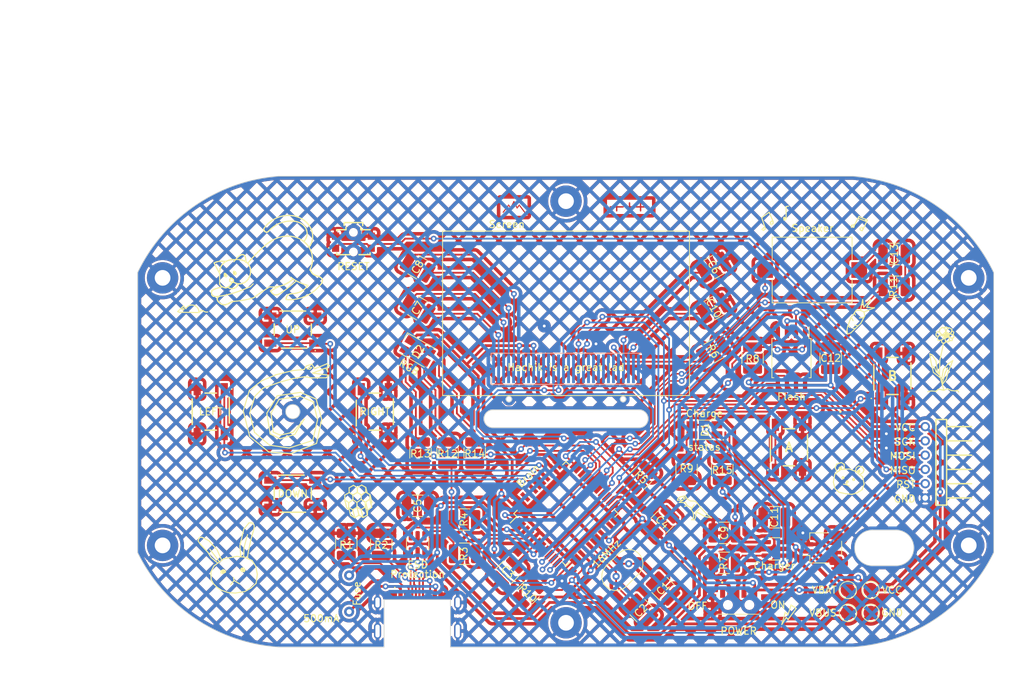
<source format=kicad_pcb>
(kicad_pcb (version 20221018) (generator pcbnew)
  (layers (0 "F.Cu" signal) (31 "B.Cu" signal) (34 "B.Paste" user) (35 "F.Paste" user) (36 "B.SilkS" user "B.Silkscreen") (37 "F.SilkS" user "F.Silkscreen") (38 "B.Mask" user) (39 "F.Mask" user) (44 "Edge.Cuts" user))
  (net 0 "")
  (net 1 "A")
  (net 2 "GND")
  (net 3 "B")
  (net 4 "/XTAL1")
  (net 5 "/XTAL2")
  (net 6 "/UCAP")
  (net 7 "+BATT")
  (net 8 "D+")
  (net 9 "D-")
  (net 10 "DOWN")
  (net 11 "LEFT")
  (net 12 "/{slash}HWB")
  (net 13 "BLUE LED")
  (net 14 "RED LED")
  (net 15 "GREEN LED")
  (net 16 "RIGHT")
  (net 18 "SCK")
  (net 19 "MOSI")
  (net 20 "MISO")
  (net 22 "CART CS")
  (net 26 "OLED DC (SDA)")
  (net 27 "OLED CS")
  (net 28 "OLED RST (SCL)")
  (net 29 "SPEAKER +")
  (net 30 "SPEAKER -")
  (net 31 "UP")
  (net 35 "VBUS")
  (net 36 "STAT")
  (net 37 "VCC")
  (net 38 "Net-(DS1-C2N)")
  (net 39 "Net-(DS1-C2P)")
  (net 40 "Net-(DS1-C1P)")
  (net 41 "Net-(DS1-C1N)")
  (net 51 "Net-(DS1-IREF)")
  (net 52 "Net-(DS1-VCOMH)")
  (net 53 "Net-(DS1-VCC)")
  (net 54 "RESET")
  (net 55 "D+ unsafe")
  (net 56 "D- unsafe")
  (net 57 "/PROG")
  (net 58 "Net-(C13-Pad2)")
  (net 59 "/VBUS unsafe")
  (net 60 "Net-(USB1-CC1)")
  (net 61 "Net-(USB1-CC2)")
  (net 64 "Net-(D1-GC)")
  (net 65 "Net-(D1-RA)")
  (net 66 "Net-(D2-BK)")
  (net 67 "Net-(D2-GK)")
  (net 68 "Net-(D2-RK)")
  (net 70 "/MCU-D+")
  (net 71 "/MCU-D-")
  (net 72 "Net-(C13-Pad1)")
  (footprint "arduboy:TS18525SL260SMTTR" (layer "F.Cu") (at 91 76 90)
    (fp_text reference "SW5" hide)
    (fp_text value "RIGHT")
  )
  (footprint "Package_QFP:TQFP-44_10x10mm_P0.8mm" (layer "F.Cu") (at 117.8 90.3 45)
    (fp_text reference "U1" hide)
    (fp_text value "ATmega32U4-A")
  )
  (footprint "arduboy:C_1210_3225Metric_Pad1.33x2.70mm_HandSolder ref under the component" (layer "F.Cu") (at 131.4 100.8 135)
    (fp_text reference "C1")
    (fp_text value "22pF")
  )
  (footprint "LED_SMD:LED_Avago_PLCC4_3.2x2.8mm_CW" (layer "F.Cu") (at 97 67.5 -30)
    (fp_text reference "D2")
    (fp_text value "ASMB-MTB0-0A3A2")
  )
  (footprint "Package_SO:SOIC-8_5.275x5.275mm_P1.27mm" (layer "F.Cu") (at 149.4 68.5 -90)
    (fp_text reference "U4" hide)
    (fp_text value "W25Q128JVS")
  )
  (footprint "arduboy:custom ISP header" (layer "F.Cu") (at 168.15 78.1 -90)
    (fp_text reference "J1" hide)
    (fp_text value "Conn_01x06_Pin" hide)
  )
  (footprint "arduboy:TS18525SL260SMTTR" (layer "F.Cu") (at 149.05 81 90)
    (fp_text reference "SW6" hide)
    (fp_text value "A")
  )
  (footprint "arduboy:C_1210_3225Metric_Pad1.33x2.70mm_HandSolder ref under the component" (layer "F.Cu") (at 97 55.75 150)
    (fp_text reference "C8")
    (fp_text value "1uF")
  )
  (footprint "arduboy:R_1210_3225Metric_Pad1.30x2.65mm_HandSolder with ref under the component" (layer "F.Cu") (at 112.5 101.4 45)
    (fp_text reference "R10")
    (fp_text value "10k")
  )
  (footprint "cftkb:polyfuse_5.1mm" (layer "F.Cu") (at 87.4 101.5 -90)
    (fp_text reference "F1")
    (fp_text value "500mA")
  )
  (footprint "cftkb:MountingHole_2.2mm_M2_Pad" (layer "F.Cu") (at 174.25 94.75)
    (fp_text reference "J4")
    (fp_text value "Conn_01x01_Pin")
  )
  (footprint "arduboy:R_1210_3225Metric_Pad1.30x2.65mm_HandSolder with ref under the component" (layer "F.Cu") (at 105 81.8 90)
    (fp_text reference "R14")
    (fp_text value "25")
  )
  (footprint "arduboy:TS18525SL260SMTTR" (layer "F.Cu") (at 163.55 71 90)
    (fp_text reference "SW7" hide)
    (fp_text value "B")
  )
  (footprint "arduboy:C_1210_3225Metric_Pad1.33x2.70mm_HandSolder ref under the component" (layer "F.Cu") (at 163.8 53.9 180)
    (fp_text reference "C13")
    (fp_text value "4.7uF")
  )
  (footprint "arduboy:Crystal_HC46-X_Vertical" (layer "F.Cu") (at 125.7 98.2 45)
    (fp_text reference "Y1" hide)
    (fp_text value "16MHz")
  )
  (footprint "arduboy:C_1210_3225Metric_Pad1.33x2.70mm_HandSolder ref under the component" (layer "F.Cu") (at 97 61.5 -30)
    (fp_text reference "C7")
    (fp_text value "1uF")
  )
  (footprint "arduboy:TS18525SL260SMTTR" (layer "F.Cu") (at 79.5 87.5)
    (fp_text reference "SW4" hide)
    (fp_text value "DOWN")
  )
  (footprint "cftkb:MountingHole_2.2mm_M2_Pad" (layer "F.Cu") (at 174.25 57.25)
    (fp_text reference "J6")
    (fp_text value "Conn_01x01_Pin")
  )
  (footprint "arduboy:PCM12SMTR" (layer "F.Cu") (at 142 103.1)
    (fp_text reference "SW1" hide)
    (fp_text value "POWER")
  )
  (footprint "cftkb:MountingHole_2.2mm_M2_Pad" (layer "F.Cu") (at 117.8 46.5)
    (fp_text reference "J5")
    (fp_text value "Conn_01x01_Pin")
  )
  (footprint "cftkb:MountingHole_2.2mm_M2_Pad" (layer "F.Cu") (at 61.25 57.25)
    (fp_text reference "J2")
    (fp_text value "Conn_01x01_Pin")
  )
  (footprint "arduboy:C_1210_3225Metric_Pad1.33x2.70mm_HandSolder ref under the component" (layer "F.Cu") (at 140 93 180)
    (fp_text reference "C9")
    (fp_text value "4.7uF")
  )
  (footprint "arduboy:436353045816" (layer "F.Cu") (at 88 52.25 180)
    (fp_text reference "SW8" hide)
    (fp_text value "RESET")
  )
  (footprint "arduboy:R_1210_3225Metric_Pad1.30x2.65mm_HandSolder with ref under the component" (layer "F.Cu") (at 97.4 81.8 90)
    (fp_text reference "R13")
    (fp_text value "86.6")
  )
  (footprint "arduboy:R_1210_3225Metric_Pad1.30x2.65mm_HandSolder with ref under the component" (layer "F.Cu") (at 143.95 68.5 90)
    (fp_text reference "R8")
    (fp_text value "10k")
  )
  (footprint "arduboy:R_1210_3225Metric_Pad1.30x2.65mm_HandSolder with ref under the component" (layer "F.Cu") (at 101.2 81.8 90)
    (fp_text reference "R12")
    (fp_text value "86.6")
  )
  (footprint "arduboy:R_1210_3225Metric_Pad1.30x2.65mm_HandSolder with ref under the component" (layer "F.Cu") (at 128.25 85.25 -135)
    (fp_text reference "R5")
    (fp_text value "10k")
  )
  (footprint "arduboy:SOT-23-6 with dot marker" (layer "F.Cu") (at 97 94.5375 -90)
    (fp_text reference "U2" hide)
    (fp_text value "USBLC6-2SC6")
  )
  (footprint "arduboy:C_1210_3225Metric_Pad1.33x2.70mm_HandSolder ref under the component" (layer "F.Cu") (at 97 89.2 180)
    (fp_text reference "C5")
    (fp_text value "4.7uF")
  )
  (footprint "TestPoint:TestPoint_Pad_D2.0mm" (layer "F.Cu") (at 157.31 104.21)
    (fp_text reference "TP1" hide)
    (fp_text value "VBUS")
  )
  (footprint "arduboy:R_1210_3225Metric_Pad1.30x2.65mm_HandSolder with ref under the component" (layer "F.Cu") (at 139.7 84.1 90)
    (fp_text reference "R15")
    (fp_text value "120")
  )
  (footprint "arduboy:R_1210_3225Metric_Pad1.30x2.65mm_HandSolder with ref under the component" (layer "F.Cu") (at 163.8 58.5)
    (fp_text reference "R11")
    (fp_text value "86.6")
  )
  (footprint "arduboy:TS18525SL260SMTTR" (layer "F.Cu") (at 79.5 64.5 180)
    (fp_text reference "SW3" hide)
    (fp_text value "UP")
  )
  (footprint "Connector_JST:JST_SH_SM02B-SRSS-TB_1x02-1MP_P1.00mm_Horizontal" (layer "F.Cu") (at 153.75 95.1 90)
    (fp_text reference "BT1" hide)
    (fp_text value "Battery_Cell")
  )
  (footprint "arduboy:C_1210_3225Metric_Pad1.33x2.70mm_HandSolder ref under the component" (layer "F.Cu") (at 138.5 61.5 30)
    (fp_text reference "C10")
    (fp_text value "2.2uF")
  )
  (footprint "cftkb:MountingHole_2.2mm_M2_Pad" (layer "F.Cu") (at 61.25 94.75)
    (fp_text reference "J3")
    (fp_text value "Conn_01x01_Pin")
  )
  (footprint "arduboy:SOT-23-5 with dot marker" (layer "F.Cu") (at 147 95.2375 180)
    (fp_text reference "U3" hide)
    (fp_text value "MCP73831-2-OT")
  )
  (footprint "TestPoint:TestPoint_Pad_D2.0mm" (layer "F.Cu") (at 160.51 104.21)
    (fp_text reference "TP4" hide)
    (fp_text value "GND")
  )
  (footprint "Buzzer_Beeper:Buzzer_Mallory_AST1109MLTRQ" (layer "F.Cu") (at 152.3 56.15)
    (fp_text reference "LS1" hide)
    (fp_text value "Speaker")
  )
  (footprint "arduboy:C_1210_3225Metric_Pad1.33x2.70mm_HandSolder ref under the component" (layer "F.Cu") (at 154.9 68.5 90)
    (fp_text reference "C12")
    (fp_text value "0.1uF")
  )
  (footprint "arduboy:HSMFC150" (layer "F.Cu") (at 137.2 78.55 180)
    (fp_text reference "D1")
    (fp_text value "HSMF-C150" hide)
  )
  (footprint "arduboy:R_1210_3225Metric_Pad1.30x2.65mm_HandSolder with ref under the component" (layer "F.Cu") (at 103.58 91.12)
    (fp_text reference "R4")
    (fp_text value "22")
  )
  (footprint "arduboy:R_1210_3225Metric_Pad1.30x2.65mm_HandSolder with ref under the component" (layer "F.Cu") (at 103.58 95.92)
    (fp_text reference "R3")
    (fp_text value "22")
  )
  (footprint "arduboy:C_1210_3225Metric_Pad1.33x2.70mm_HandSolder ref under the component" (layer "F.Cu") (at 147 90.8)
    (fp_text reference "C11")
    (fp_text value "4.7uF")
  )
  (footprint "TestPoint:TestPoint_Pad_D2.0mm" (layer "F.Cu") (at 157.3 101 180)
    (fp_text reference "TP2" hide)
    (fp_text value "VBAT")
  )
  (footprint "arduboy:R_1210_3225Metric_Pad1.30x2.65mm_HandSolder with ref under the component" (layer "F.Cu") (at 87 94.6 90)
    (fp_text reference "R1")
    (fp_text value "5.1k")
  )
  (footprint "TestPoint:TestPoint_Pad_D2.0mm" (layer "F.Cu") (at 160.5 101)
    (fp_text reference "TP3" hide)
    (fp_text value "VCC")
  )
  (footprint "arduboy:C_1210_3225Metric_Pad1.33x2.70mm_HandSolder ref under the component" (layer "F.Cu") (at 138.5 55.75 30)
    (fp_text reference "C6")
    (fp_text value "4.7uF")
  )
  (footprint "arduboy:C_1210_3225Metric_Pad1.33x2.70mm_HandSolder ref under the component" (layer "F.Cu") (at 109.6 98.5 -135)
    (fp_text reference "C3")
    (fp_text value "1uF")
  )
  (footprint "arduboy:R_1210_3225Metric_Pad1.30x2.65mm_HandSolder with ref under the component" (layer "F.Cu") (at 91.9 94.6 90)
    (fp_text reference "R2")
    (fp_text value "5.1k")
  )
  (footprint "arduboy:R_1210_3225Metric_Pad1.30x2.65mm_HandSolder with ref under the component" (layer "F.Cu") (at 138.5 67.5 30)
    (fp_text reference "R6")
    (fp_text value "390k")
  )
  (footprint "cftkb:MountingHole_2.2mm_M2_Pad" (layer "F.Cu") (at 117.8 105.6)
    (fp_text reference "J7")
    (fp_text value "Conn_01x01_Pin")
  )
  (footprint "arduboy:USB4510031A" (layer "F.Cu") (at 97 109)
    (fp_text reference "USB1" hide)
    (fp_text value "USB4510-03-1-A" hide)
    (fp_line (start -4.7 -6.65) (end -4.7 0) (stroke (width 0.1)) (layer "Edge.Cuts"))
    (fp_line (start 4.6 -6.65) (end -4.7 -6.65) (stroke (width 0.1)) (layer "Edge.Cuts"))
    (fp_line (start 4.6 0) (end 4.6 -6.65) (stroke (width 0.1)) (layer "Edge.Cuts"))
  )
  (footprint "arduboy:C_1210_3225Metric_Pad1.33x2.70mm_HandSolder ref under the component" (layer "F.Cu") (at 131.25 91.5 -135)
    (fp_text reference "C4")
    (fp_text value "0.1uF")
  )
  (footprint "arduboy:C_1210_3225Metric_Pad1.33x2.70mm_HandSolder ref under the component" (layer "F.Cu") (at 128.3 103.9 135)
    (fp_text reference "C2")
    (fp_text value "22pF")
  )
  (footprint "arduboy:TS18525SL260SMTTR" (layer "F.Cu") (at 68 76 -90)
    (fp_text reference "SW2" hide)
    (fp_text value "LEFT")
  )
  (footprint "arduboy:R_1210_3225Metric_Pad1.30x2.65mm_HandSolder with ref under the component" (layer "F.Cu") (at 134.7 84.1 -90)
    (fp_text reference "R9")
    (fp_text value "147")
  )
  (footprint "arduboy:R_1210_3225Metric_Pad1.30x2.65mm_HandSolder with ref under the component" (layer "F.Cu") (at 140 97.2)
    (fp_text reference "R7")
    (fp_text value "10k")
  )
  (footprint "arduboy:OLED_30pins_0.7mm" (layer "B.Cu") (at 117.8 70)
    (fp_text reference "DS1" hide)
    (fp_text value "OLED-128O064D")
    (fp_line (start -10.25 5.75) (end 10.25 5.75) (stroke (width 0.12)) (layer "Edge.Cuts"))
    (fp_line (start 10.25 8.25) (end -10.25 8.25) (stroke (width 0.12)) (layer "Edge.Cuts"))
    (fp_arc (start -10.25 8.25) (mid -11.5 7) (end -10.25 5.75) (stroke (width 0.12)) (layer "Edge.Cuts"))
    (fp_arc (start 10.25 5.75) (mid 11.5 7) (end 10.25 8.25) (stroke (width 0.12)) (layer "Edge.Cuts"))
    (fp_circle (center -8 4.25) (end -7.6 4.25) (stroke (width 0.12)) (fill none) (layer "Edge.Cuts"))
    (fp_circle (center 8 4.25) (end 8.4 4.25) (stroke (width 0.12)) (fill none) (layer "Edge.Cuts"))
  )
  (gr_line (start 112.00333 48.05334) (end 112.00334 48.05334) (stroke (width 0.15)) (layer "F.Cu"))
  (gr_line (start 110.951006 47.452014) (end 110.5 46.55) (stroke (width 0.15)) (layer "F.Cu"))
  (gr_line (start 124 47.3) (end 125.8 47.3) (stroke (width 0.2)) (layer "F.Cu"))
  (gr_line (start 126.7 46.75) (end 126.7 47.85) (stroke (width 0.2)) (layer "F.Cu"))
  (gr_line (start 127.6 47.3) (end 129.4 47.3) (stroke (width 0.2)) (layer "F.Cu"))
  (gr_line (start 128.25 46.75) (end 128.25 47.85) (stroke (width 0.2)) (layer "F.Cu"))
  (gr_line (start 124.9 46.75) (end 124.9 47.85) (stroke (width 0.2)) (layer "F.Cu"))
  (gr_line (start 126.15 47.3) (end 127.25 47.3) (stroke (width 0.2)) (layer "F.Cu"))
  (gr_line (start 110.048991 47.452014) (end 109.748329 47.051113) (stroke (width 0.15)) (layer "F.Cu"))
  (gr_line (start 109.748329 47.051113) (end 108.996658 48.05334) (stroke (width 0.15)) (layer "F.Cu"))
  (gr_line (start 111.251669 47.051113) (end 110.951006 47.452014) (stroke (width 0.15)) (layer "F.Cu"))
  (gr_line (start 110.5 46.55) (end 110.048991 47.452014) (stroke (width 0.15)) (layer "F.Cu"))
  (gr_line (start 112.00334 48.05334) (end 111.251669 47.051113) (stroke (width 0.15)) (layer "F.Cu"))
  (gr_line (start 68.972524 60.452916) (end 68.964259 60.437211) (stroke (width 0.149999)) (layer "F.SilkS"))
  (gr_line (start 137.505 90.345) (end 136.745 89.545) (stroke (width 0.15)) (layer "F.SilkS"))
  (gr_line (start 81.552946 52.651573) (end 81.629235 52.750374) (stroke (width 0.149999)) (layer "F.SilkS"))
  (gr_line (start 79.39293 59.459012) (end 79.464903 59.455692) (stroke (width 0.149999)) (layer "F.SilkS"))
  (gr_line (start 78.89528 48.496027) (end 78.647254 48.504591) (stroke (width 0.149999)) (layer "F.SilkS"))
  (gr_line (start 81.701591 52.852094) (end 81.769932 52.956562) (stroke (width 0.149999)) (layer "F.SilkS"))
  (gr_line (start 70.634296 57.626722) (end 70.634507 57.611523) (stroke (width 0.149999)) (layer "F.SilkS"))
  (gr_line (start 68.178645 59.664578) (end 68.186816 59.679537) (stroke (width 0.149999)) (layer "F.SilkS"))
  (gr_line (start 63.373426 61.971144) (end 64.173426 61.171144) (stroke (width 0.15)) (layer "F.SilkS"))
  (gr_line (start 72.100604 58.082851) (end 72.046587 58.085101) (stroke (width 0.149999)) (layer "F.SilkS"))
  (gr_line (start 71.099485 57.865999) (end 71.089966 57.876617) (stroke (width 0.149999)) (layer "F.SilkS"))
  (gr_line (start 75.985221 50.807761) (end 75.999899 50.801084) (stroke (width 0.149999)) (layer "F.SilkS"))
  (gr_line (start 69.557837 55.449944) (end 69.592401 55.402934) (stroke (width 0.149999)) (layer "F.SilkS"))
  (gr_line (start 83.574692 57.946786) (end 83.564807 57.965071) (stroke (width 0.149999)) (layer "F.SilkS"))
  (gr_line (start 79.214791 59.476189) (end 79.250076 59.471188) (stroke (width 0.149999)) (layer "F.SilkS"))
  (gr_line (start 69.251792 54.933567) (end 69.109374 54.951158) (stroke (width 0.149999)) (layer "F.SilkS"))
  (gr_line (start 83.11738 57.052828) (end 83.160958 57.06979) (stroke (width 0.149999)) (layer "F.SilkS"))
  (gr_line (start 73.577965 56.490339) (end 73.572716 56.543189) (stroke (width 0.149999)) (layer "F.SilkS"))
  (gr_line (start 89.99 89.82) (end 89.96 90.49) (stroke (width 0.15)) (layer "F.SilkS"))
  (gr_line (start 68.124784 59.152744) (end 68.119628 59.166916) (stroke (width 0.149999)) (layer "F.SilkS"))
  (gr_line (start 74.472533 59.696438) (end 74.224115 59.875877) (stroke (width 0.149999)) (layer "F.SilkS"))
  (gr_line (start 68.470745 55.167815) (end 68.47074 55.167825) (stroke (width 0.149999)) (layer "F.SilkS"))
  (gr_line (start 77.71 79.81) (end 79.78 79.19) (stroke (width 0.15)) (layer "F.SilkS"))
  (gr_line (start 172.15 64.9) (end 172.05 64.75) (stroke (width 0.15)) (layer "F.SilkS"))
  (gr_line (start 69.244391 58.099198) (end 69.251783 58.117709) (stroke (width 0.149999)) (layer "F.SilkS"))
  (gr_line (start 69.016182 59.960263) (end 69.029285 59.945402) (stroke (width 0.149999)) (layer "F.SilkS"))
  (gr_line (start 159.25 50.15) (end 159 50.35) (stroke (width 0.15)) (layer "F.SilkS"))
  (gr_line (start 71.03502 57.387213) (end 71.061911 57.409786) (stroke (width 0.149999)) (layer "F.SilkS"))
  (gr_line (start 172.35 73.1) (end 172.65 73) (stroke (width 0.15)) (layer "F.SilkS"))
  (gr_line (start 69.342071 58.264367) (end 69.359286 58.285093) (stroke (width 0.149999)) (layer "F.SilkS"))
  (gr_line (start 71.261595 99.671381) (end 71.191595 99.241381) (stroke (width 0.15)) (layer "F.SilkS"))
  (gr_line (start 76.574667 59.367755) (end 76.603799 59.400327) (stroke (width 0.149999)) (layer "F.SilkS"))
  (gr_line (start 72.781595 101.221381) (end 71.451595 101.431381) (stroke (width 0.15)) (layer "F.SilkS"))
  (gr_line (start 72.913296 54.672643) (end 72.918437 54.765497) (stroke (width 0.149999)) (layer "F.SilkS"))
  (gr_line (start 72.113436 54.109037) (end 72.166959 54.077632) (stroke (width 0.149999)) (layer "F.SilkS"))
  (gr_line (start 71.964621 54.691342) (end 72.068161 54.701377) (stroke (width 0.149999)) (layer "F.SilkS"))
  (gr_line (start 80.953437 49.089994) (end 80.866426 49.033804) (stroke (width 0.149999)) (layer "F.SilkS"))
  (gr_line (start 77.15 70.83) (end 75.09 71.7) (stroke (width 0.15)) (layer "F.SilkS"))
  (gr_line (start 72.672869 54.852463) (end 72.720475 54.873503) (stroke (width 0.149999)) (layer "F.SilkS"))
  (gr_line (start 69.464111 60.917282) (end 69.427611 60.898656) (stroke (width 0.149999)) (layer "F.SilkS"))
  (gr_line (start 76.09004 50.740613) (end 76.096403 50.734757) (stroke (width 0.149999)) (layer "F.SilkS"))
  (gr_circle (center 171.05 65.3) (end 171.38541 65.3) (stroke (width 0.15)) (fill solid) (layer "F.SilkS"))
  (gr_line (start 76.25 80.71) (end 79 81.09) (stroke (width 0.15)) (layer "F.SilkS"))
  (gr_line (start 72.98854 55.031299) (end 73.029672 55.063144) (stroke (width 0.149999)) (layer "F.SilkS"))
  (gr_line (start 71.037791 60.584033) (end 71.00732 60.592875) (stroke (width 0.149999)) (layer "F.SilkS"))
  (gr_line (start 72.719495 57.905763) (end 72.67151 57.930667) (stroke (width 0.149999)) (layer "F.SilkS"))
  (gr_line (start 145.475 50.6) (end 145.775 50.4) (stroke (width 0.15)) (layer "F.SilkS"))
  (gr_line (start 78.835258 57.93558) (end 78.750858 57.98555) (stroke (width 0.149999)) (layer "F.SilkS"))
  (gr_line (start 72.091595 94.801381) (end 72.631595 92.471381) (stroke (width 0.15)) (layer "F.SilkS"))
  (gr_line (start 69.810915 58.585597) (end 69.861065 58.603861) (stroke (width 0.149999)) (layer "F.SilkS"))
  (gr_line (start 170.15 70.75) (end 170.2 68.8) (stroke (width 0.15)) (layer "F.SilkS"))
  (gr_line (start 87.93 88.34) (end 87.92 87.68) (stroke (width 0.15)) (layer "F.SilkS"))
  (gr_line (start 77.722737 49.578347) (end 77.509333 49.668954) (stroke (width 0.149999)) (layer "F.SilkS"))
  (gr_line (start 80.266156 49.441467) (end 80.200188 49.419634) (stroke (width 0.149999)) (layer "F.SilkS"))
  (gr_line (start 75.657502 50.797532) (end 75.672033 50.804533) (stroke (width 0.149999)) (layer "F.SilkS"))
  (gr_line (start 74.18 73.85) (end 73.46 76.22) (stroke (width 0.15)) (layer "F.SilkS"))
  (gr_line (start 69.441595 98.616381) (end 69.741595 98.686381) (stroke (width 0.15)) (layer "F.SilkS"))
  (gr_line (start 75.484578 50.287134) (end 75.477938 50.301827) (stroke (width 0.149999)) (layer "F.SilkS"))
  (gr_line (start 81.75438 52.993971) (end 81.760327 52.986638) (stroke (width 0.149999)) (layer "F.SilkS"))
  (gr_line (start 136.035 90.035) (end 135.96 90.81) (stroke (width 0.15)) (layer "F.SilkS"))
  (gr_line (start 170.65 65.55) (end 170.65 65.2) (stroke (width 0.15)) (layer "F.SilkS"))
  (gr_line (start 155.51 83.86) (end 155.75 83.35) (stroke (width 0.15)) (layer "F.SilkS"))
  (gr_line (start 73.147244 55.170054) (end 73.183544 55.208624) (stroke (width 0.149999)) (layer "F.SilkS"))
  (gr_line (start 75.73996 58.835652) (end 75.483175 59.002901) (stroke (width 0.149999)) (layer "F.SilkS"))
  (gr_line (start 80.215408 48.718898) (end 80.11763 48.68527) (stroke (width 0.149999)) (layer "F.SilkS"))
  (gr_line (start 82.375711 56.751069) (end 82.403735 56.771071) (stroke (width 0.149999)) (layer "F.SilkS"))
  (gr_line (start 83.645999 57.751451) (end 83.641602 57.771824) (stroke (width 0.149999)) (layer "F.SilkS"))
  (gr_line (start 69.23916 58.083445) (end 69.244391 58.099198) (stroke (width 0.149999)) (layer "F.SilkS"))
  (gr_line (start 69.39888 58.328022) (end 69.421401 58.350028) (stroke (width 0.149999)) (layer "F.SilkS"))
  (gr_line (start 137.255 90.695) (end 136.035 90.035) (stroke (width 0.15)) (layer "F.SilkS"))
  (gr_line (start 75.727295 52.617833) (end 75.914131 52.469406) (stroke (width 0.149999)) (layer "F.SilkS"))
  (gr_line (start 79.616442 48.558889) (end 79.514319 48.541855) (stroke (width 0.149999)) (layer "F.SilkS"))
  (gr_line (start 169.3 70.5) (end 170.25 71.25) (stroke (width 0.15)) (layer "F.SilkS"))
  (gr_line (start 89.08 89.74) (end 89.35 90.84) (stroke (width 0.15)) (layer "F.SilkS"))
  (gr_line (start 73.326074 57.306701) (end 73.301746 57.347148) (stroke (width 0.149999)) (layer "F.SilkS"))
  (gr_line (start 70.417261 58.537209) (end 70.461766 58.508281) (stroke (width 0.149999)) (layer "F.SilkS"))
  (gr_line (start 76.501735 52.063471) (end 76.604239 52.002881) (stroke (width 0.149999)) (layer "F.SilkS"))
  (gr_line (start 84.12 69.89) (end 82.26 70.6) (stroke (width 0.15)) (layer "F.SilkS"))
  (gr_line (start 155.75 83.35) (end 156.39 83.13) (stroke (width 0.15)) (layer "F.SilkS"))
  (gr_line (start 71.797472 54.358876) (end 71.900525 54.26668) (stroke (width 0.149999)) (layer "F.SilkS"))
  (gr_line (start 70.724429 57.747153) (end 70.708177 57.73534) (stroke (width 0.149999)) (layer "F.SilkS"))
  (gr_line (start 158.85 84.55) (end 158.71 84.58) (stroke (width 0.15)) (layer "F.SilkS"))
  (gr_line (start 77.47769 59.563756) (end 77.552804 59.527922) (stroke (width 0.149999)) (layer "F.SilkS"))
  (gr_line (start 77.211314 48.865388) (end 76.987809 48.973396) (stroke (width 0.149999)) (layer "F.SilkS"))
  (gr_arc (start 67.572782 62.030584) (mid 67.227897 62.01927) (end 66.927307 61.849801) (stroke (width 0.15)) (layer "F.SilkS"))
  (gr_line (start 171.45 65.125) (end 171.8 65.15) (stroke (width 0.15)) (layer "F.SilkS"))
  (gr_line (start 158.59 84.48) (end 158.78 84.24) (stroke (width 0.15)) (layer "F.SilkS"))
  (gr_line (start 83.638199 57.517928) (end 83.644138 57.540412) (stroke (width 0.149999)) (layer "F.SilkS"))
  (gr_line (start 73.101147 57.609166) (end 73.06837 57.643105) (stroke (width 0.149999)) (layer "F.SilkS"))
  (gr_line (start 76.070189 50.757308) (end 76.07693 50.751891) (stroke (width 0.149999)) (layer "F.SilkS"))
  (gr_line (start 159 50.35) (end 159.05 50.55) (stroke (width 0.15)) (layer "F.SilkS"))
  (gr_line (start 78.998793 48.497032) (end 78.89528 48.496027) (stroke (width 0.149999)) (layer "F.SilkS"))
  (gr_line (start 79.390458 57.291482) (end 79.341356 57.256758) (stroke (width 0.149999)) (layer "F.SilkS"))
  (gr_line (start 71.323196 58.692425) (end 71.354773 58.679389) (stroke (width 0.149999)) (layer "F.SilkS"))
  (gr_line (start 79.447218 49.290629) (end 79.307923 49.285968) (stroke (width 0.149999)) (layer "F.SilkS"))
  (gr_circle (center 157.21 85.83) (end 157.23 85.89) (stroke (width 0.15)) (fill none) (layer "F.SilkS"))
  (gr_line (start 70.437561 60.875319) (end 70.380574 60.903882) (stroke (width 0.149999)) (layer "F.SilkS"))
  (gr_line (start 72.918437 54.765497) (end 72.919857 54.851676) (stroke (width 0.149999)) (layer "F.SilkS"))
  (gr_line (start 82.070096 50.417249) (end 82.028027 50.322615) (stroke (width 0.149999)) (layer "F.SilkS"))
  (gr_line (start 81.20318 49.274494) (end 81.121918 49.210382) (stroke (width 0.149999)) (layer "F.SilkS"))
  (gr_line (start 71.194835 57.643437) (end 71.194494 57.660529) (stroke (width 0.149999)) (layer "F.SilkS"))
  (gr_line (start 71.618957 58.031233) (end 71.567134 58.015797) (stroke (width 0.149999)) (layer "F.SilkS"))
  (gr_line (start 169.05 68) (end 168.8 67.9) (stroke (width 0.15)) (layer "F.SilkS"))
  (gr_line (start 68.061595 99.571381) (end 68.021595 98.491381) (stroke (width 0.15)) (layer "F.SilkS"))
  (gr_line (start 69.289405 60.810848) (end 69.256959 60.785791) (stroke (width 0.149999)) (layer "F.SilkS"))
  (gr_line (start 170.2 64.45) (end 170.55 64.2) (stroke (width 0.15)) (layer "F.SilkS"))
  (gr_line (start 72.166959 54.077632) (end 72.220217 54.050265) (stroke (width 0.149999)) (layer "F.SilkS"))
  (gr_line (start 157.175 64.665) (end 157.265 65.135) (stroke (width 0.15)) (layer "F.SilkS"))
  (gr_line (start 68.927317 60.135296) (end 68.932386 60.116151) (stroke (width 0.149999)) (layer "F.SilkS"))
  (gr_line (start 69.087974 59.892316) (end 69.104076 59.880787) (stroke (width 0.149999)) (layer "F.SilkS"))
  (gr_line (start 80.197667 59.343488) (end 80.340074 59.296557) (stroke (width 0.149999)) (layer "F.SilkS"))
  (gr_line (start 82.226617 50.909577) (end 82.202743 50.808982) (stroke (width 0.149999)) (layer "F.SilkS"))
  (gr_line (start 68.441595 97.641381) (end 69.821595 96.621381) (stroke (width 0.15)) (layer "F.SilkS"))
  (gr_line (start 83.436537 58.154658) (end 83.410913 58.187534) (stroke (width 0.149999)) (layer "F.SilkS"))
  (gr_line (start 76.848558 51.871271) (end 76.991399 51.802626) (stroke (width 0.149999)) (layer "F.SilkS"))
  (gr_line (start 71.73938 58.347404) (end 71.750497 58.32652) (stroke (width 0.149999)) (layer "F.SilkS"))
  (gr_line (start 69.741595 98.686381) (end 70.081595 98.496381) (stroke (width 0.15)) (layer "F.SilkS"))
  (gr_line (start 146.575 49.3) (end 146.425 49.55) (stroke (width 0.15)) (layer "F.SilkS"))
  (gr_line (start 70.794782 57.325906) (end 70.806585 57.318878) (stroke (width 0.149999)) (layer "F.SilkS"))
  (gr_line (start 69.445834 58.372264) (end 69.472248 58.394631) (stroke (width 0.149999)) (layer "F.SilkS"))
  (gr_line (start 70.319109 54.855246) (end 70.395209 54.827162) (stroke (width 0.149999)) (layer "F.SilkS"))
  (gr_line (start 81.337287 58.234825) (end 81.189189 58.188498) (stroke (width 0.149999)) (layer "F.SilkS"))
  (gr_line (start 135.905 88.545) (end 136.335 88.985) (stroke (width 0.15)) (layer "F.SilkS"))
  (gr_line (start 70.605271 60.783033) (end 70.493906 60.845305) (stroke (width 0.149999)) (layer "F.SilkS"))
  (gr_line (start 69.876885 55.111141) (end 69.922982 55.075356) (stroke (width 0.149999)) (layer "F.SilkS"))
  (gr_line (start 89.67 89.36) (end 89.06 89.71) (stroke (width 0.15)) (layer "F.SilkS"))
  (gr_line (start 157.335 63.96) (end 157.585 64.2) (stroke (width 0.15)) (layer "F.SilkS"))
  (gr_line (start 70.667158 57.697454) (end 70.656603 57.684042) (stroke (width 0.149999)) (layer "F.SilkS"))
  (gr_line (start 81.79 69.775) (end 82.16 69.815) (stroke (width 0.15)) (layer "F.SilkS"))
  (gr_line (start 73.251595 95.741381) (end 73.131595 96.481381) (stroke (width 0.15)) (layer "F.SilkS"))
  (gr_line (start 75.998346 58.670888) (end 75.73996 58.835652) (stroke (width 0.149999)) (layer "F.SilkS"))
  (gr_arc (start 66.330724 62.113786) (mid 66.588442 61.890101) (end 66.927307 61.849801) (stroke (width 0.15)) (layer "F.SilkS"))
  (gr_line (start 170.65 65.2) (end 170.85 64.95) (stroke (width 0.15)) (layer "F.SilkS"))
  (gr_line (start 71.451595 101.431381) (end 70.421595 101.361381) (stroke (width 0.15)) (layer "F.SilkS"))
  (gr_line (start 81.447642 50.604447) (end 81.427864 50.539958) (stroke (width 0.149999)) (layer "F.SilkS"))
  (gr_line (start 74.662313 53.587062) (end 74.922529 53.335296) (stroke (width 0.149999)) (layer "F.SilkS"))
  (gr_line (start 75.68684 50.810932) (end 75.701896 50.816716) (stroke (width 0.149999)) (layer "F.SilkS"))
  (gr_line (start 72.273797 54.732724) (end 72.324835 54.743254) (stroke (width 0.149999)) (layer "F.SilkS"))
  (gr_line (start 70.789735 54.73031) (end 70.870704 54.718315) (stroke (width 0.149999)) (layer "F.SilkS"))
  (gr_line (start 71.671304 58.044787) (end 71.618957 58.031233) (stroke (width 0.149999)) (layer "F.SilkS"))
  (gr_line (start 78.932762 59.572197) (end 78.959358 59.557331) (stroke (width 0.149999)) (layer "F.SilkS"))
  (gr_line (start 76.92323 59.611679) (end 76.974333 59.626027) (stroke (width 0.149999)) (layer "F.SilkS"))
  (gr_line (start 71.00732 60.592875) (end 70.977159 60.602638) (stroke (width 0.149999)) (layer "F.SilkS"))
  (gr_line (start 81.766242 52.979281) (end 81.772126 52.971899) (stroke (width 0.149999)) (layer "F.SilkS"))
  (gr_line (start 72.523408 53.994204) (end 72.56848 54.005805) (stroke (width 0.149999)) (layer "F.SilkS"))
  (gr_line (start 70.847099 58.116198) (end 70.892324 58.051985) (stroke (width 0.149999)) (layer "F.SilkS"))
  (gr_line (start 78.606271 59.996018) (end 78.615002 59.966821) (stroke (width 0.149999)) (layer "F.SilkS"))
  (gr_line (start 75.649453 50.060743) (end 75.499719 50.258656) (stroke (width 0.149999)) (layer "F.SilkS"))
  (gr_line (start 74.361595 100.071381) (end 73.661595 100.711381) (stroke (width 0.15)) (layer "F.SilkS"))
  (gr_line (start 72.211595 96.346381) (end 72.091595 94.801381) (stroke (width 0.15)) (layer "F.SilkS"))
  (gr_line (start 79.862661 49.337266) (end 79.793962 49.325794) (stroke (width 0.149999)) (layer "F.SilkS"))
  (gr_line (start 76.096403 50.734757) (end 76.102634 50.72876) (stroke (width 0.149999)) (layer "F.SilkS"))
  (gr_line (start 82.193569 52.138582) (end 82.219463 52.038336) (stroke (width 0.149999)) (layer "F.SilkS"))
  (gr_line (start 81.214 50.118748) (end 81.17227 50.06324) (stroke (width 0.149999)) (layer "F.SilkS"))
  (gr_line (start 134.18 88.435) (end 133.67 88.725) (stroke (width 0.15)) (layer "F.SilkS"))
  (gr_line (start 79.304111 51.426077) (end 79.460727 51.45029) (stroke (width 0.149999)) (layer "F.SilkS"))
  (gr_line (start 81.12266 58.859766) (end 81.237361 58.763196) (stroke (width 0.149999)) (layer "F.SilkS"))
  (gr_line (start 68.921871 60.312274) (end 68.918903 60.292693) (stroke (width 0.149999)) (layer "F.SilkS"))
  (gr_line (start 72.154499 58.078603) (end 72.100604 58.082851) (stroke (width 0.149999)) (layer "F.SilkS"))
  (gr_line (start 68.115136 59.181223) (end 68.11128 59.195659) (stroke (width 0.149999)) (layer "F.SilkS"))
  (gr_line (start 75.602636 50.763734) (end 75.615813 50.77303) (stroke (width 0.149999)) (layer "F.SilkS"))
  (gr_line (start 80.050063 57.699261) (end 79.91448 57.623782) (stroke (width 0.149999)) (layer "F.SilkS"))
  (gr_line (start 71.44382 54.738944) (end 71.520372 54.64891) (stroke (width 0.149999)) (layer "F.SilkS"))
  (gr_line (start 69.832049 55.148497) (end 69.876885 55.111141) (stroke (width 0.149999)) (layer "F.SilkS"))
  (gr_line (start 78.959358 59.557331) (end 78.986567 59.543623) (stroke (width 0.149999)) (layer "F.SilkS"))
  (gr_line (start 73.193437 57.501793) (end 73.163698 57.53847) (stroke (width 0.149999)) (layer "F.SilkS"))
  (gr_line (start 75.780032 50.83602) (end 75.796052 50.837875) (stroke (width 0.149999)) (layer "F.SilkS"))
  (gr_line (start 83.246601 57.107683) (end 83.267587 57.118104) (stroke (width 0.149999)) (layer "F.SilkS"))
  (gr_line (start 159.57 84.18) (end 159.41 84.55) (stroke (width 0.15)) (layer "F.SilkS"))
  (gr_line (start 75.860481 50.838414) (end 75.876532 50.836857) (stroke (width 0.149999)) (layer "F.SilkS"))
  (gr_line (start 69.493783 55.547481) (end 69.524947 55.498143) (stroke (width 0.149999)) (layer "F.SilkS"))
  (gr_line (start 79.000377 57.829694) (end 78.918447 57.883618) (stroke (width 0.149999)) (layer "F.SilkS"))
  (gr_line (start 76.063329 50.762572) (end 76.070189 50.757308) (stroke (width 0.149999)) (layer "F.SilkS"))
  (gr_line (start 69.656301 60.988216) (end 69.616776 60.977103) (stroke (width 0.149999)) (layer "F.SilkS"))
  (gr_line (start 87.39 89.73) (end 87.06 89.505) (stroke (width 0.15)) (layer "F.SilkS"))
  (gr_line (start 71.750497 58.32652) (end 71.76163 58.303757) (stroke (width 0.149999)) (layer "F.SilkS"))
  (gr_line (start 79.073776 58.45052) (end 79.429036 58.159947) (stroke (width 0.149999)) (layer "F.SilkS"))
  (gr_line (start 169.65 68.9) (end 169.05 68) (stroke (width 0.15)) (layer "F.SilkS"))
  (gr_line (start 75.672033 50.804533) (end 75.68684 50.810932) (stroke (width 0.149999)) (layer "F.SilkS"))
  (gr_line (start 171.5 65.35) (end 171.4 65.55) (stroke (width 0.15)) (layer "F.SilkS"))
  (gr_line (start 79.616231 51.481201) (end 79.770299 51.518746) (stroke (width 0.149999)) (layer "F.SilkS"))
  (gr_line (start 170.45 65.95) (end 170.45 66.25) (stroke (width 0.15)) (layer "F.SilkS"))
  (gr_line (start 78.201096 51.438848) (end 78.357836 51.41843) (stroke (width 0.149999)) (layer "F.SilkS"))
  (gr_line (start 78.515174 51.403997) (end 78.672919 51.395674) (stroke (width 0.149999)) (layer "F.SilkS"))
  (gr_line (start 78.81047 59.662644) (end 78.833363 59.642525) (stroke (width 0.149999)) (layer "F.SilkS"))
  (gr_line (start 83.631179 57.495764) (end 83.638199 57.517928) (stroke (width 0.149999)) (layer "F.SilkS"))
  (gr_line (start 68.567502 58.820669) (end 68.520902 58.840183) (stroke (width 0.149999)) (layer "F.SilkS"))
  (gr_line (start 82.702329 58.927824) (end 82.436828 59.143293) (stroke (width 0.149999)) (layer "F.SilkS"))
  (gr_line (start 82.348396 56.730109) (end 82.375711 56.751069) (stroke (width 0.149999)) (layer "F.SilkS"))
  (gr_line (start 69.109374 54.951158) (end 68.968391 54.976016) (stroke (width 0.149999)) (layer "F.SilkS"))
  (gr_line (start 72.426253 54.767964) (end 72.476501 54.782205) (stroke (width 0.149999)) (layer "F.SilkS"))
  (gr_line (start 76.258309 58.508626) (end 75.998346 58.670888) (stroke (width 0.149999)) (layer "F.SilkS"))
  (gr_line (start 82.182161 55.354975) (end 82.152539 55.476263) (stroke (width 0.149999)) (layer "F.SilkS"))
  (gr_line (start 69.531308 58.439365) (end 69.564095 58.461535) (stroke (width 0.149999)) (layer "F.SilkS"))
  (gr_line (start 71.134524 57.487306) (end 71.144711 57.50153) (stroke (width 0.149999)) (layer "F.SilkS"))
  (gr_line (start 77.268859 59.629913) (end 77.335743 59.614357) (stroke (width 0.149999)) (layer "F.SilkS"))
  (gr_line (start 79.144976 59.489503) (end 79.179747 59.482248) (stroke (width 0.149999)) (layer "F.SilkS"))
  (gr_line (start 82.26 70.6) (end 84.55 70.89) (stroke (width 0.15)) (layer "F.SilkS"))
  (gr_line (start 76.78 78.875) (end 77.72 79.285) (stroke (width 0.15)) (layer "F.SilkS"))
  (gr_line (start 70.629542 54.761102) (end 70.709312 54.744509) (stroke (width 0.149999)) (layer "F.SilkS"))
  (gr_line (start 72.919857 54.851676) (end 72.918625 54.928406) (stroke (width 0.149999)) (layer "F.SilkS"))
  (gr_line (start 73.58336 56.224988) (end 73.585131 56.278057) (stroke (width 0.149999)) (layer "F.SilkS"))
  (gr_line (start 159.675 62.585) (end 159.565 62.025) (stroke (width 0.15)) (layer "F.SilkS"))
  (gr_line (start 84.29 69.29) (end 84.63 69.56) (stroke (width 0.15)) (layer "F.SilkS"))
  (gr_line (start 72.631595 92.471381) (end 73.371595 91.581381) (stroke (width 0.15)) (layer "F.SilkS"))
  (gr_line (start 68.925734 60.331697) (end 68.921871 60.312274) (stroke (width 0.149999)) (layer "F.SilkS"))
  (gr_line (start 79.10228 48.50067) (end 78.998793 48.497032) (stroke (width 0.149999)) (layer "F.SilkS"))
  (gr_line (start 71.20949 60.552249) (end 71.174013 60.556804) (stroke (width 0.149999)) (layer "F.SilkS"))
  (gr_line (start 83.410913 58.187534) (end 83.190528 58.449439) (stroke (width 0.149999)) (layer "F.SilkS"))
  (gr_line (start 77.204669 59.639498) (end 77.268859 59.629913) (stroke (width 0.149999)) (layer "F.SilkS"))
  (gr_line (start 135.905 88.545) (end 135.245 88.515) (stroke (width 0.15)) (layer "F.SilkS"))
  (gr_line (start 76.413641 59.119615) (end 76.434158 59.160391) (stroke (width 0.149999)) (layer "F.SilkS"))
  (gr_line (start 158.15 50.15) (end 158.2 49.8) (stroke (width 0.15)) (layer "F.SilkS"))
  (gr_line (start 70.132908 59.654408) (end 70.467256 59.57584) (stroke (width 0.149999)) (layer "F.SilkS"))
  (gr_line (start 68.533653 59.855425) (end 68.571059 59.859113) (stroke (width 0.149999)) (layer "F.SilkS"))
  (gr_line (start 148.65 48.85) (end 148.65 47.25) (stroke (width 0.15)) (layer "F.SilkS"))
  (gr_line (start 70.716755 60.720944) (end 70.605271 60.783033) (stroke (width 0.149999)) (layer "F.SilkS"))
  (gr_line (start 69.530491 54.916291) (end 69.393034 54.922269) (stroke (width 0.149999)) (layer "F.SilkS"))
  (gr_line (start 77.143146 59.643508) (end 77.204669 59.639498) (stroke (width 0.149999)) (layer "F.SilkS"))
  (gr_line (start 69.718626 58.546606) (end 69.763459 58.566479) (stroke (width 0.149999)) (layer "F.SilkS"))
  (gr_line (start 69.136528 60.674466) (end 69.108916 60.644081) (stroke (width 0.149999)) (layer "F.SilkS"))
  (gr_line (start 171.95 65.9) (end 171.9 65.7) (stroke (width 0.15)) (layer "F.SilkS"))
  (gr_line (start 71.068589 60.576178) (end 71.037791 60.584033) (stroke (width 0.149999)) (layer "F.SilkS"))
  (gr_line (start 146.825 49.6) (end 146.825 49.35) (stroke (width 0.15)) (layer "F.SilkS"))
  (gr_line (start 71.716024 58.38566) (end 71.727987 58.36694) (stroke (width 0.149999)) (layer "F.SilkS"))
  (gr_line (start 169.75 70.5) (end 169.35 69.65) (stroke (width 0.15)) (layer "F.SilkS"))
  (gr_line (start 71.027589 58.751426) (end 71.093598 58.748108) (stroke (width 0.149999)) (layer "F.SilkS"))
  (gr_line (start 69.630487 58.51395) (end 69.441751 58.558825) (stroke (width 0.149999)) (layer "F.SilkS"))
  (gr_line (start 66.381595 93.681381) (end 66.221595 94.121381) (stroke (width 0.15)) (layer "F.SilkS"))
  (gr_line (start 80.821668 49.728281) (end 80.76457 49.688272) (stroke (width 0.149999)) (layer "F.SilkS"))
  (gr_line (start 81.636483 58.317225) (end 81.48641 58.277745) (stroke (width 0.149999)) (layer "F.SilkS"))
  (gr_line (start 81.388894 52.463414) (end 81.472805 52.555863) (stroke (width 0.149999)) (layer "F.SilkS"))
  (gr_line (start 158.85 48.65) (end 160.05 49.15) (stroke (width 0.15)) (layer "F.SilkS"))
  (gr_line (start 70.546678 58.443858) (end 70.586943 58.409076) (stroke (width 0.149999)) (layer "F.SilkS"))
  (gr_line (start 79.292564 57.221602) (end 79.244083 57.186014) (stroke (width 0.149999)) (layer "F.SilkS"))
  (gr_line (start 68.101059 59.330742) (end 68.103647 59.361837) (stroke (width 0.149999)) (layer "F.SilkS"))
  (gr_line (start 68.278889 58.970582) (end 68.247084 58.994607) (stroke (width 0.149999)) (layer "F.SilkS"))
  (gr_line (start 71.280046 54.684688) (end 71.443902 54.679963) (stroke (width 0.149999)) (layer "F.SilkS"))
  (gr_line (start 80.133643 49.399656) (end 80.066568 49.381481) (stroke (width 0.149999)) (layer "F.SilkS"))
  (gr_line (start 70.773233 60.691162) (end 70.716755 60.720944) (stroke (width 0.149999)) (layer "F.SilkS"))
  (gr_line (start 77.256254 58.494945) (end 77.132089 58.509911) (stroke (width 0.149999)) (layer "F.SilkS"))
  (gr_line (start 69.858712 61.019736) (end 69.817817 61.016702) (stroke (width 0.149999)) (layer "F.SilkS"))
  (gr_line (start 68.470762 55.167784) (end 68.47075 55.167804) (stroke (width 0.149999)) (layer "F.SilkS"))
  (gr_line (start 75.447176 50.475005) (end 75.448365 50.491086) (stroke (width 0.149999)) (layer "F.SilkS"))
  (gr_line (start 80.57 73.3) (end 77.31 73.78) (stroke (width 0.15)) (layer "F.SilkS"))
  (gr_line (start 68.11128 59.195659) (end 68.108037 59.210221) (stroke (width 0.149999)) (layer "F.SilkS"))
  (gr_line (start 76.713864 50.141826) (end 76.532723 50.286198) (stroke (width 0.149999)) (layer "F.SilkS"))
  (gr_line (start 83.20407 57.08801) (end 83.246601 57.107683) (stroke (width 0.149999)) (layer "F.SilkS"))
  (gr_line (start 69.981556 61.018715) (end 69.940649 61.020761) (stroke (width 0.149999)) (layer "F.SilkS"))
  (gr_line (start 75.811076 49.872683) (end 75.649453 50.060743) (stroke (width 0.149999)) (layer "F.SilkS"))
  (gr_line (start 68.621595 96.941381) (end 68.931595 97.171381) (stroke (width 0.15)) (layer "F.SilkS"))
  (gr_line (start 68.108037 59.210221) (end 68.103285 59.239706) (stroke (width 0.149999)) (layer "F.SilkS"))
  (gr_line (start 69.666346 55.312668) (end 69.705622 55.269509) (stroke (width 0.149999)) (layer "F.SilkS"))
  (gr_line (start 77.301105 49.770897) (end 77.098693 49.883884) (stroke (width 0.149999)) (layer "F.SilkS"))
  (gr_line (start 148.05 105.83) (end 148.53 104.13) (stroke (width 0.15)) (layer "F.SilkS"))
  (gr_line (start 77.028003 59.636378) (end 77.084266 59.642336) (stroke (width 0.149999)) (layer "F.SilkS"))
  (gr_line (start 73.561393 56.01406) (end 73.569159 56.066501) (stroke (width 0.149999)) (layer "F.SilkS"))
  (gr_line (start 70.892324 58.051985) (end 70.955021 57.954328) (stroke (width 0.149999)) (layer "F.SilkS"))
  (gr_line (start 75.454182 50.378741) (end 75.451358 50.394622) (stroke (width 0.149999)) (layer "F.SilkS"))
  (gr_line (start 73.392342 57.181719) (end 73.371366 57.223951) (stroke (width 0.149999)) (layer "F.SilkS"))
  (gr_line (start 80.98334 49.860196) (end 80.931165 49.814259) (stroke (width 0.149999)) (layer "F.SilkS"))
  (gr_line (start 66.561595 94.631381) (end 67.601595 95.721381) (stroke (width 0.15)) (layer "F.SilkS"))
  (gr_line (start 73.029672 55.063144) (end 73.070289 55.097244) (stroke (width 0.149999)) (layer "F.SilkS"))
  (gr_circle (center 69.751595 98.426381) (end 69.943689 98.426381) (stroke (width 0.15)) (fill solid) (layer "F.SilkS"))
  (gr_line (start 81.772126 52.971899) (end 81.777978 52.964494) (stroke (width 0.149999)) (layer "F.SilkS"))
  (gr_line (start 75.475566 50.600231) (end 75.482014 50.615014) (stroke (width 0.149999)) (layer "F.SilkS"))
  (gr_line (start 73.51461 55.807417) (end 73.528706 55.85852) (stroke (width 0.149999)) (layer "F.SilkS"))
  (gr_line (start 82.629161 56.889215) (end 82.672589 56.906025) (stroke (width 0.149999)) (layer "F.SilkS"))
  (gr_line (start 81.002793 58.949919) (end 81.12266 58.859766) (stroke (width 0.149999)) (layer "F.SilkS"))
  (gr_line (start 79.78 79.19) (end 81.09 77.06) (stroke (width 0.15)) (layer "F.SilkS"))
  (gr_line (start 68.139967 59.553897) (end 68.148548 59.586228) (stroke (width 0.149999)) (layer "F.SilkS"))
  (gr_line (start 150.08 103.58) (end 148.94 105.12) (stroke (width 0.15)) (layer "F.SilkS"))
  (gr_line (start 81.499091 50.869004) (end 81.490436 50.802114) (stroke (width 0.149999)) (layer "F.SilkS"))
  (gr_line (start 82.672589 56.906025) (end 82.716475 56.921845) (stroke (width 0.149999)) (layer "F.SilkS"))
  (gr_line (start 81.446139 51.46976) (end 81.46365 51.404639) (stroke (width 0.149999)) (layer "F.SilkS"))
  (gr_line (start 72.88758 54.478002) (end 72.903366 54.575886) (stroke (width 0.149999)) (layer "F.SilkS"))
  (gr_line (start 76.66911 59.463736) (end 76.70534 59.493784) (stroke (width 0.149999)) (layer "F.SilkS"))
  (gr_line (start 76.902733 50.007625) (end 76.713864 50.141826) (stroke (width 0.149999)) (layer "F.SilkS"))
  (gr_line (start 79.780655 57.54523) (end 79.648661 57.463641) (stroke (width 0.149999)) (layer "F.SilkS"))
  (gr_line (start 83.494901 57.279922) (end 83.510979 57.296979) (stroke (width 0.149999)) (layer "F.SilkS"))
  (gr_line (start 75.446839 50.442765) (end 75.446669 50.458889) (stroke (width 0.149999)) (layer "F.SilkS"))
  (gr_line (start 68.930491 60.350919) (end 68.925734 60.331697) (stroke (width 0.149999)) (layer "F.SilkS"))
  (gr_line (start 71.798054 58.218873) (end 71.812179 58.183275) (stroke (width 0.149999)) (layer "F.SilkS"))
  (gr_line (start 81.507816 51.003566) (end 81.504894 50.936194) (stroke (width 0.149999)) (layer "F.SilkS"))
  (gr_line (start 81.237361 58.763196) (end 81.346497 58.660432) (stroke (width 0.149999)) (layer "F.SilkS"))
  (gr_line (start 83.630768 57.81215) (end 83.624392 57.832061) (stroke (width 0.149999)) (layer "F.SilkS"))
  (gr_line (start 72.191595 98.181381) (end 72.291595 97.961381) (stroke (width 0.15)) (layer "F.SilkS"))
  (gr_line (start 170.55 72) (end 170.95 70.55) (stroke (width 0.15)) (layer "F.SilkS"))
  (gr_line (start 68.274251 59.773248) (end 68.292067 59.784633) (stroke (width 0.149999)) (layer "F.SilkS"))
  (gr_line (start 69.2999 58.206324) (end 69.312449 58.224884) (stroke (width 0.149999)) (layer "F.SilkS"))
  (gr_line (start 71.556565 58.556365) (end 71.615899 58.510611) (stroke (width 0.149999)) (layer "F.SilkS"))
  (gr_line (start 81.121918 49.210382) (end 81.038636 49.148868) (stroke (width 0.149999)) (layer "F.SilkS"))
  (gr_line (start 146.425 49.55) (end 146.575 49.8) (stroke (width 0.15)) (layer "F.SilkS"))
  (gr_line (start 70.074092 58.645163) (end 70.126009 58.642366) (stroke (width 0.149999)) (layer "F.SilkS"))
  (gr_line (start 78.580395 60.206999) (end 78.580244 60.176531) (stroke (width 0.149999)) (layer "F.SilkS"))
  (gr_line (start 69.500716 58.417031) (end 69.531308 58.439365) (stroke (width 0.149999)) (layer "F.SilkS"))
  (gr_line (start 82.281144 51.629109) (end 82.285947 51.525677) (stroke (width 0.149999)) (layer "F.SilkS"))
  (gr_line (start 74.531595 98.821381) (end 74.361595 100.071381) (stroke (width 0.15)) (layer "F.SilkS"))
  (gr_line (start 83.584171 57.928278) (end 83.574692 57.946786) (stroke (width 0.149999)) (layer "F.SilkS"))
  (gr_line (start 75.86 76.22) (end 76.33 79.13) (stroke (width 0.15)) (layer "F.SilkS"))
  (gr_line (start 68.205979 59.708455) (end 68.217139 59.722343) (stroke (width 0.149999)) (layer "F.SilkS"))
  (gr_line (start 79.514319 48.541855) (end 79.41176 48.527532) (stroke (width 0.149999)) (layer "F.SilkS"))
  (gr_line (start 68.1 59.3) (end 68.101059 59.330742) (stroke (width 0.149999)) (layer "F.SilkS"))
  (gr_line (start 172.1 65.1) (end 172.15 64.9) (stroke (width 0.15)) (layer "F.SilkS"))
  (gr_line (start 75.482014 50.615014) (end 75.489063 50.629521) (stroke (width 0.149999)) (layer "F.SilkS"))
  (gr_line (start 70.493906 60.845305) (end 70.437561 60.875319) (stroke (width 0.149999)) (layer "F.SilkS"))
  (gr_line (start 159.075 61.805) (end 158.485 61.785) (stroke (width 0.15)) (layer "F.SilkS"))
  (gr_line (start 68.18159 59.057642) (end 68.171077 59.070759) (stroke (width 0.149999)) (layer "F.SilkS"))
  (gr_line (start 72.522532 57.994628) (end 72.471429 58.012298) (stroke (width 0.149999)) (layer "F.SilkS"))
  (gr_line (start 159.53 61.37) (end 160.46 60.32) (stroke (width 0.15)) (layer "F.SilkS"))
  (gr_line (start 76.463231 59.212007) (end 76.501061 59.271306) (stroke (width 0.149999)) (layer "F.SilkS"))
  (gr_line (start 77.543641 58.468859) (end 76.39747 59.083206) (stroke (width 0.149999)) (layer "F.SilkS"))
  (gr_line (start 134.52 88.745) (end 134.8 89.185) (stroke (width 0.15)) (layer "F.SilkS"))
  (gr_line (start 171.7 69.65) (end 171.35 70.5) (stroke (width 0.15)) (layer "F.SilkS"))
  (gr_line (start 75.459965 50.554466) (end 75.464529 50.569932) (stroke (width 0.149999)) (layer "F.SilkS"))
  (gr_line (start 68.915965 60.213607) (end 68.917464 60.193852) (stroke (width 0.149999)) (layer "F.SilkS"))
  (gr_line (start 70.916876 57.309738) (end 70.929071 57.315809) (stroke (width 0.149999)) (layer "F.SilkS"))
  (gr_line (start 75.449189 50.410604) (end 75.447681 50.426661) (stroke (width 0.149999)) (layer "F.SilkS"))
  (gr_line (start 156.26 84.12) (end 156.2 83.91) (stroke (width 0.15)) (layer "F.SilkS"))
  (gr_line (start 71.103525 60.568586) (end 71.068589 60.576178) (stroke (width 0.149999)) (layer "F.SilkS"))
  (gr_line (start 74.14 78.91) (end 76.25 80.71) (stroke (width 0.15)) (layer "F.SilkS"))
  (gr_line (start 78.906823 59.588185) (end 78.932762 59.572197) (stroke (width 0.149999)) (layer "F.SilkS"))
  (gr_line (start 71.060356 57.891077) (end 71.057431 57.889451) (stroke (width 0.149999)) (layer "F.SilkS"))
  (gr_line (start 81.352389 50.352372) (end 81.321946 50.292203) (stroke (width 0.149999)) (layer "F.SilkS"))
  (gr_line (start 73.986505 60.050951) (end 73.663038 60.139695) (stroke (width 0.149999)) (layer "F.SilkS"))
  (gr_line (start 72.815487 54.246556) (end 72.834169 54.289942) (stroke (width 0.149999)) (layer "F.SilkS"))
  (gr_line (start 82.6 69.99) (end 84.29 69.29) (stroke (width 0.15)) (layer "F.SilkS"))
  (gr_line (start 73.551132 56.689072) (end 73.542058 56.735413) (stroke (width 0.149999)) (layer "F.SilkS"))
  (gr_line (start 68.229462 59.735802) (end 68.243033 59.748796) (stroke (width 0.149999)) (layer "F.SilkS"))
  (gr_line (start 68.257935 59.76129) (end 68.274251 59.773248) (stroke (width 0.149999)) (layer "F.SilkS"))
  (gr_line (start 77.94068 49.499367) (end 77.722737 49.578347) (stroke (width 0.149999)) (layer "F.SilkS"))
  (gr_line (start 71.081761 57.884049) (end 71.074782 57.888752) (stroke (width 0.149999)) (layer "F.SilkS"))
  (gr_line (start 71.154162 57.516095) (end 71.162807 57.530988) (stroke (width 0.149999)) (layer "F.SilkS"))
  (gr_line (start 71.174013 60.556804) (end 71.138679 60.562189) (stroke (width 0.149999)) (layer "F.SilkS"))
  (gr_line (start 170 72.85) (end 169.65 73.15) (stroke (width 0.15)) (layer "F.SilkS"))
  (gr_line (start 78.357836 51.41843) (end 78.515174 51.403997) (stroke (width 0.149999)) (layer "F.SilkS"))
  (gr_line (start 73.45 79.45) (end 76.11 81.65) (stroke (width 0.15)) (layer "F.SilkS"))
  (gr_line (start 69.273017 56.14613) (end 69.28349 56.088721) (stroke (width 0.149999)) (layer "F.SilkS"))
  (gr_line (start 71.785115 58.250465) (end 71.798054 58.218873) (stroke (width 0.149999)) (layer "F.SilkS"))
  (gr_line (start 70.633958 58.69569) (end 70.668759 58.709028) (stroke (width 0.149999)) (layer "F.SilkS"))
  (gr_line (start 69.082364 60.612763) (end 69.056905 60.580556) (stroke (width 0.149999)) (layer "F.SilkS"))
  (gr_line (start 81.973082 56.020179) (end 81.976201 56.054469) (stroke (width 0.149999)) (layer "F.SilkS"))
  (gr_line (start 70.669072 57.485855) (end 70.683832 57.455534) (stroke (width 0.149999)) (layer "F.SilkS"))
  (gr_line (start 70.204257 60.975561) (end 70.173892 60.98477) (stroke (width 0.149999)) (layer "F.SilkS"))
  (gr_line (start 81.55 70.005) (end 81.79 69.775) (stroke (width 0.15)) (layer "F.SilkS"))
  (gr_line (start 69.326483 58.244264) (end 69.342071 58.264367) (stroke (width 0.149999)) (layer "F.SilkS"))
  (gr_line (start 80.931165 49.814259) (end 80.877236 49.770282) (stroke (width 0.149999)) (layer "F.SilkS"))
  (gr_line (start 68.70117 55.051419) (end 68.639339 55.076332) (stroke (width 0.149999)) (layer "F.SilkS"))
  (gr_line (start 71.703199 58.404095) (end 71.716024 58.38566) (stroke (width 0.149999)) (layer "F.SilkS"))
  (gr_line (start 170.95 64.15) (end 170.75 64.25) (stroke (width 0.15)) (layer "F.SilkS"))
  (gr_line (start 69.59915 58.483443) (end 69.636542 58.50499) (stroke (width 0.149999)) (layer "F.SilkS"))
  (gr_line (start 82.270978 56.66178) (end 82.296001 56.685435) (stroke (width 0.149999)) (layer "F.SilkS"))
  (gr_line (start 90.33 87.64) (end 90.6 88.74) (stroke (width 0.15)) (layer "F.SilkS"))
  (gr_line (start 69.661552 54.91466) (end 69.530491 54.916291) (stroke (width 0.149999)) (layer "F.SilkS"))
  (gr_line (start 69.250932 56.436695) (end 69.25125 56.378339) (stroke (width 0.149999)) (layer "F.SilkS"))
  (gr_line (start 72.681595 94.981381) (end 73.161595 93.231381) (stroke (width 0.15)) (layer "F.SilkS"))
  (gr_line (start 70.870704 54.718315) (end 70.952115 54.708331) (stroke (width 0.149999)) (layer "F.SilkS"))
  (gr_line (start 83.641602 57.771824) (end 83.636515 57.792063) (stroke (width 0.149999)) (layer "F.SilkS"))
  (gr_line (start 69.359286 58.285093) (end 69.378199 58.306344) (stroke (width 0.149999)) (layer "F.SilkS"))
  (gr_line (start 76.757686 58.532211) (end 76.632631 58.532058) (stroke (width 0.149999)) (layer "F.SilkS"))
  (gr_line (start 70.947291 60.613255) (end 70.917697 60.62466) (stroke (width 0.149999)) (layer "F.SilkS"))
  (gr_line (start 172 65.2) (end 172.1 65.1) (stroke (width 0.15)) (layer "F.SilkS"))
  (gr_line (start 81.504902 51.13837) (end 81.507828 51.070998) (stroke (width 0.149999)) (layer "F.SilkS"))
  (gr_line (start 81.21077 51.952504) (end 81.24895 51.896911) (stroke (width 0.149999)) (layer "F.SilkS"))
  (gr_line (start 83.564807 57.965071) (end 83.554542 57.983143) (stroke (width 0.149999)) (layer "F.SilkS"))
  (gr_line (start 83.288351 57.128937) (end 83.308869 57.140198) (stroke (width 0.149999)) (layer "F.SilkS"))
  (gr_line (start 66.330723 62.113786) (end 63.573426 62.071144) (stroke (width 0.15)) (layer "F.SilkS"))
  (gr_line (start 70.173892 60.98477) (end 70.143197 60.993021) (stroke (width 0.149999)) (layer "F.SilkS"))
  (gr_line (start 79.272573 60.307532) (end 78.930657 60.31378) (stroke (width 0.149999)) (layer "F.SilkS"))
  (gr_line (start 83.461759 58.121425) (end 83.436537 58.154658) (stroke (width 0.149999)) (layer "F.SilkS"))
  (gr_line (start 86.78 87.705) (end 87.39 87.355) (stroke (width 0.15)) (layer "F.SilkS"))
  (gr_line (start 172.65 73) (end 172.85 73.25) (stroke (width 0.15)) (layer "F.SilkS"))
  (gr_line (start 80.36571 51.733987) (end 80.507725 51.803741) (stroke (width 0.149999)) (layer "F.SilkS"))
  (gr_line (start 72.744518 54.130654) (end 72.770796 54.166565) (stroke (width 0.149999)) (layer "F.SilkS"))
  (gr_line (start 70.877521 57.825617) (end 70.837669 57.808807) (stroke (width 0.149999)) (layer "F.SilkS"))
  (gr_line (start 70.504929 58.477045) (end 70.546678 58.443858) (stroke (width 0.149999)) (layer "F.SilkS"))
  (gr_line (start 88.57 86.66) (end 88.56 87.3) (stroke (width 0.15)) (layer "F.SilkS"))
  (gr_line (start 82.716475 56.921845) (end 82.805262 56.951323) (stroke (width 0.149999)) (layer "F.SilkS"))
  (gr_line (start 78.833363 59.642525) (end 78.857081 59.623385) (stroke (width 0.149999)) (layer "F.SilkS"))
  (gr_line (start 159.075 61.805) (end 159.38 60.31) (stroke (width 0.15)) (layer "F.SilkS"))
  (gr_line (start 75.469734 50.585195) (end 75.475566 50.600231) (stroke (width 0.149999)) (layer "F.SilkS"))
  (gr_line (start 68.470927 55.167623) (end 68.470901 55.167643) (stroke (width 0.149999)) (layer "F.SilkS"))
  (gr_line (start 71.567134 58.015797) (end 71.515902 57.998498) (stroke (width 0.149999)) (layer "F.SilkS"))
  (gr_line (start 170.75 73) (end 171.3 72.8) (stroke (width 0.15)) (layer "F.SilkS"))
  (gr_line (start 68.435116 59.838916) (end 68.465765 59.845291) (stroke (width 0.149999)) (layer "F.SilkS"))
  (gr_line (start 71.499726 58.597318) (end 71.527965 58.577435) (stroke (width 0.149999)) (layer "F.SilkS"))
  (gr_line (start 82.259196 54.736434) (end 82.253379 54.861135) (stroke (width 0.149999)) (layer "F.SilkS"))
  (gr_line (start 171.85 73.05) (end 172.35 73.1) (stroke (width 0.15)) (layer "F.SilkS"))
  (gr_line (start 73.480726 56.963236) (end 73.465233 57.007805) (stroke (width 0.149999)) (layer "F.SilkS"))
  (gr_line (start 68.899253 54.991473) (end 68.831453 55.009112) (stroke (width 0.149999)) (layer "F.SilkS"))
  (gr_line (start 82.805262 56.951323) (end 82.984419 57.007238) (stroke (width 0.149999)) (layer "F.SilkS"))
  (gr_line (start 71.727987 58.36694) (end 71.73938 58.347404) (stroke (width 0.149999)) (layer "F.SilkS"))
  (gr_line (start 87.92 87.68) (end 88.53 87.33) (stroke (width 0.15)) (layer "F.SilkS"))
  (gr_line (start 80.866426 49.033804) (end 80.777707 48.980342) (stroke (width 0.149999)) (layer "F.SilkS"))
  (gr_line (start 148.6 49.1) (end 148.65 48.85) (stroke (width 0.15)) (layer "F.SilkS"))
  (gr_line (start 157.09 86.23) (end 156.69 86.17) (stroke (width 0.15)) (layer "F.SilkS"))
  (gr_line (start 83.425382 57.217658) (end 83.443465 57.232367) (stroke (width 0.149999)) (layer "F.SilkS"))
  (gr_line (start 89.09 88.3) (end 88.49 88.73) (stroke (width 0.15)) (layer "F.SilkS"))
  (gr_line (start 69.616776 60.977103) (end 69.577727 60.964431) (stroke (width 0.149999)) (layer "F.SilkS"))
  (gr_line (start 70.244192 54.886682) (end 70.319109 54.855246) (stroke (width 0.149999)) (layer "F.SilkS"))
  (gr_line (start 82.38 74.64) (end 80.48 73.83) (stroke (width 0.15)) (layer "F.SilkS"))
  (gr_line (start 69.295937 56.031706) (end 69.310342 55.975153) (stroke (width 0.149999)) (layer "F.SilkS"))
  (gr_line (start 80.616231 59.179624) (end 80.749177 59.110072) (stroke (width 0.149999)) (layer "F.SilkS"))
  (gr_line (start 71.152402 57.782491) (end 71.136775 57.810439) (stroke (width 0.149999)) (layer "F.SilkS"))
  (gr_line (start 72.083992 59.078905) (end 72.384143 58.965782) (stroke (width 0.149999)) (layer "F.SilkS"))
  (gr_line (start 80.877236 49.770282) (end 80.821668 49.728281) (stroke (width 0.149999)) (layer "F.SilkS"))
  (gr_line (start 70.88836 60.636785) (end 70.830387 60.662931) (stroke (width 0.149999)) (layer "F.SilkS"))
  (gr_line (start 89.72 88.72) (end 89.99 89.82) (stroke (width 0.15)) (layer "F.SilkS"))
  (gr_line (start 68.470901 55.167643) (end 68.470876 55.167663) (stroke (width 0.149999)) (layer "F.SilkS"))
  (gr_line (start 75.939697 50.824064) (end 75.955093 50.819257) (stroke (width 0.149999)) (layer "F.SilkS"))
  (gr_line (start 76.45 76.22) (end 76.78 78.875) (stroke (width 0.15)) (layer "F.SilkS"))
  (gr_line (start 171.3 72.8) (end 171.85 73.05) (stroke (width 0.15)) (layer "F.SilkS"))
  (gr_line (start 82.16 69.815) (end 81.9 70.065) (stroke (width 0.15)) (layer "F.SilkS"))
  (gr_line (start 75.447681 50.426661) (end 75.446839 50.442765) (stroke (width 0.149999)) (layer "F.SilkS"))
  (gr_line (start 79.462908 57.466633) (end 79.389513 57.531696) (stroke (width 0.149999)) (layer "F.SilkS"))
  (gr_line (start 83.652604 57.586236) (end 83.654844 57.606908) (stroke (width 0.149999)) (layer "F.SilkS"))
  (gr_line (start 68.379987 59.823733) (end 68.406551 59.831719) (stroke (width 0.149999)) (layer "F.SilkS"))
  (gr_line (start 82.97 77.17) (end 82.38 74.64) (stroke (width 0.15)) (layer "F.SilkS"))
  (gr_line (start 73.448653 57.051969) (end 73.430981 57.095697) (stroke (width 0.149999)) (layer "F.SilkS"))
  (gr_line (start 78.750858 57.98555) (end 78.665294 58.033498) (stroke (width 0.149999)) (layer "F.SilkS"))
  (gr_line (start 71.443283 58.633576) (end 71.471586 58.616028) (stroke (width 0.149999)) (layer "F.SilkS"))
  (gr_line (start 70.955021 57.954328) (end 70.97693 57.916706) (stroke (width 0.149999)) (layer "F.SilkS"))
  (gr_line (start 171.5 65.1) (end 171.5 65.35) (stroke (width 0.15)) (layer "F.SilkS"))
  (gr_line (start 73.668342 54.640026) (end 73.909638 54.370074) (stroke (width 0.149999)) (layer "F.SilkS"))
  (gr_line (start 69.365109 55.808939) (end 69.387154 55.75491) (stroke (width 0.149999)) (layer "F.SilkS"))
  (gr_line (start 81.042187 58.138798) (end 80.896356 58.085758) (stroke (width 0.149999)) (layer "F.SilkS"))
  (gr_line (start 69.251783 58.117709) (end 69.263119 58.142259) (stroke (width 0.149999)) (layer "F.SilkS"))
  (gr_line (start 70.818552 57.312896) (end 70.830656 57.308019) (stroke (width 0.149999)) (layer "F.SilkS"))
  (gr_line (start 81.980494 56.088634) (end 81.985951 56.122634) (stroke (width 0.149999)) (layer "F.SilkS"))
  (gr_line (start 82.272066 51.732278) (end 82.281144 51.629109) (stroke (width 0.149999)) (layer "F.SilkS"))
  (gr_line (start 79.922605 51.562862) (end 80.072826 51.613483) (stroke (width 0.149999)) (layer "F.SilkS"))
  (gr_line (start 68.968391 54.976016) (end 68.899253 54.991473) (stroke (width 0.149999)) (layer "F.SilkS"))
  (gr_line (start 83.478257 57.263475) (end 83.494901 57.279922) (stroke (width 0.149999)) (layer "F.SilkS"))
  (gr_line (start 88.49 88.73) (end 87.93 88.34) (stroke (width 0.15)) (layer "F.SilkS"))
  (gr_line (start 79.951749 60.230892) (end 79.613322 60.279734) (stroke (width 0.149999)) (layer "F.SilkS"))
  (gr_line (start 79.307923 49.285968) (end 79.076146 49.289068) (stroke (width 0.149999)) (layer "F.SilkS"))
  (gr_line (start 81.826405 49.961084) (end 81.768045 49.87559) (stroke (width 0.149999)) (layer "F.SilkS"))
  (gr_line (start 79.724981 49.315869) (end 79.655767 49.307442) (stroke (width 0.149999)) (layer "F.SilkS"))
  (gr_line (start 69.253636 56.320036) (end 69.258071 56.261855) (stroke (width 0.149999)) (layer "F.SilkS"))
  (gr_line (start 81.499009 51.205564) (end 81.504902 51.13837) (stroke (width 0.149999)) (layer "F.SilkS"))
  (gr_line (start 145.475 50.25) (end 145.275 50.45) (stroke (width 0.15)) (layer "F.SilkS"))
  (gr_line (start 70.656603 57.684042) (end 70.647877 57.670253) (stroke (width 0.149999)) (layer "F.SilkS"))
  (gr_line (start 170.85 64.95) (end 171.1 64.85) (stroke (width 0.15)) (layer "F.SilkS"))
  (gr_line (start 69.043043 59.931147) (end 69.05743 59.917527) (stroke (width 0.149999)) (layer "F.SilkS"))
  (gr_line (start 82.20709 55.232632) (end 82.182161 55.354975) (stroke (width 0.149999)) (layer "F.SilkS"))
  (gr_line (start 83.654737 57.68975) (end 83.652597 57.710393) (stroke (width 0.149999)) (layer "F.SilkS"))
  (gr_line (start 69.746366 55.227728) (end 69.788526 55.187375) (stroke (width 0.149999)) (layer "F.SilkS"))
  (gr_line (start 73.663038 60.139695) (end 73.337517 60.220573) (stroke (width 0.149999)) (layer "F.SilkS"))
  (gr_line (start 70.562915 58.66408) (end 70.598923 58.680694) (stroke (width 0.149999)) (layer "F.SilkS"))
  (gr_line (start 82.262685 51.113073) (end 82.246623 51.010983) (stroke (width 0.149999)) (layer "F.SilkS"))
  (gr_line (start 133.67 88.725) (end 134.52 88.745) (stroke (width 0.15)) (layer "F.SilkS"))
  (gr_line (start 82.048578 53.514152) (end 82.091125 53.631524) (stroke (width 0.149999)) (layer "F.SilkS"))
  (gr_line (start 73.542058 56.735413) (end 73.531927 56.781537) (stroke (width 0.149999)) (layer "F.SilkS"))
  (gr_line (start 72.059838 54.144061) (end 72.113436 54.109037) (stroke (width 0.149999)) (layer "F.SilkS"))
  (gr_line (start 75.446669 50.458889) (end 75.447176 50.475005) (stroke (width 0.149999)) (layer "F.SilkS"))
  (gr_line (start 71.074782 57.888752) (end 71.068946 57.891186) (stroke (width 0.149999)) (layer "F.SilkS"))
  (gr_line (start 80.200188 49.419634) (end 80.133643 49.399656) (stroke (width 0.149999)) (layer "F.SilkS"))
  (gr_line (start 159.59 86.16) (end 159.29 86.97) (stroke (width 0.15)) (layer "F.SilkS"))
  (gr_line (start 76.083548 50.746325) (end 76.09004 50.740613) (stroke (width 0.149999)) (layer "F.SilkS"))
  (gr_line (start 149.35 103.12) (end 150.08 103.58) (stroke (width 0.15)) (layer "F.SilkS"))
  (gr_line (start 78.615002 59.966821) (end 78.62496 59.938024) (stroke (width 0.149999)) (layer "F.SilkS"))
  (gr_line (start 70.598923 58.680694) (end 70.633958 58.69569) (stroke (width 0.149999)) (layer "F.SilkS"))
  (gr_line (start 148.53 104.13) (end 148.91 104.48) (stroke (width 0.15)) (layer "F.SilkS"))
  (gr_line (start 72.171254 54.715024) (end 72.273797 54.732724) (stroke (width 0.149999)) (layer "F.SilkS"))
  (gr_line (start 69.264538 56.203864) (end 69.273017 56.14613) (stroke (width 0.149999)) (layer "F.SilkS"))
  (gr_line (start 64.173426 61.171144) (end 64.523426 61.571144) (stroke (width 0.15)) (layer "F.SilkS"))
  (gr_line (start 70.798006 57.790076) (end 70.759827 57.769499) (stroke (width 0.149999)) (layer "F.SilkS"))
  (gr_line (start 68.311464 59.79541) (end 68.332528 59.805543) (stroke (width 0.149999)) (layer "F.SilkS"))
  (gr_line (start 79.146707 51.408627) (end 79.304111 51.426077) (stroke (width 0.149999)) (layer "F.SilkS"))
  (gr_line (start 68.475688 58.860318) (end 68.432101 58.881082) (stroke (width 0.149999)) (layer "F.SilkS"))
  (gr_line (start 170.3 66) (end 169.95 66) (stroke (width 0.15)) (layer "F.SilkS"))
  (gr_line (start 70.929071 57.315809) (end 70.954188 57.330635) (stroke (width 0.149999)) (layer "F.SilkS"))
  (gr_line (start 80.479729 59.24186) (end 80.616231 59.179624) (stroke (width 0.149999)) (layer "F.SilkS"))
  (gr_line (start 68.877437 55.946708) (end 69.24994 56.653322) (stroke (width 0.149999)) (layer "F.SilkS"))
  (gr_line (start 73.462409 55.657034) (end 73.481482 55.706607) (stroke (width 0.149999)) (layer "F.SilkS"))
  (gr_line (start 148.91 104.48) (end 149.35 103.12) (stroke (width 0.15)) (layer "F.SilkS"))
  (gr_line (start 77.31 73.78) (end 75.86 76.22) (stroke (width 0.15)) (layer "F.SilkS"))
  (gr_line (start 157.8 49.9) (end 157.8 50.15) (stroke (width 0.15)) (layer "F.SilkS"))
  (gr_line (start 78.672919 51.395674) (end 78.830883 51.393588) (stroke (width 0.149999)) (layer "F.SilkS"))
  (gr_line (start 79.464903 59.455692) (end 79.608567 59.449079) (stroke (width 0.149999)) (layer "F.SilkS"))
  (gr_line (start 168.8 67.9) (end 168.95 69) (stroke (width 0.15)) (layer "F.SilkS"))
  (gr_line (start 157.265 65.135) (end 157.725 64.955) (stroke (width 0.15)) (layer "F.SilkS"))
  (gr_line (start 80.75177 58.029412) (end 80.6085 57.969793) (stroke (width 0.149999)) (layer "F.SilkS"))
  (gr_line (start 72.902973 54.972486) (end 72.946285 55.00109) (stroke (width 0.149999)) (layer "F.SilkS"))
  (gr_line (start 71.46533 57.97936) (end 71.415486 57.958404) (stroke (width 0.149999)) (layer "F.SilkS"))
  (gr_line (start 159.565 62.025) (end 159.075 61.805) (stroke (width 0.15)) (layer "F.SilkS"))
  (gr_line (start 159.29 86.97) (end 158.55 87.41) (stroke (width 0.15)) (layer "F.SilkS"))
  (gr_line (start 170.15 70.75) (end 169.75 70.5) (stroke (width 0.15)) (layer "F.SilkS"))
  (gr_line (start 69.25125 56.378339) (end 69.253636 56.320036) (stroke (width 0.149999)) (layer "F.SilkS"))
  (gr_line (start 80.326207 57.840871) (end 80.18733 57.771636) (stroke (width 0.149999)) (layer "F.SilkS"))
  (gr_line (start 68.15877 59.618136) (end 68.171303 59.649335) (stroke (width 0.149999)) (layer "F.SilkS"))
  (gr_line (start 71.992517 58.085335) (end 71.938475 58.08354) (stroke (width 0.149999)) (layer "F.SilkS"))
  (gr_line (start 170.9 64.35) (end 171 64.7) (stroke (width 0.15)) (layer "F.SilkS"))
  (gr_line (start 81.288908 50.233414) (end 81.253305 50.176124) (stroke (width 0.149999)) (layer "F.SilkS"))
  (gr_line (start 73.585456 56.33117) (end 73.584356 56.384285) (stroke (width 0.149999)) (layer "F.SilkS"))
  (gr_line (start 81.277385 52.35126) (end 81.388894 52.463414) (stroke (width 0.149999)) (layer "F.SilkS"))
  (gr_line (start 83.604065 57.431422) (end 83.614069 57.452486) (stroke (width 0.149999)) (layer "F.SilkS"))
  (gr_line (start 72.918625 54.928406) (end 72.912474 55.042423) (stroke (width 0.149999)) (layer "F.SilkS"))
  (gr_line (start 82.233483 54.238249) (end 82.247327 54.36233) (stroke (width 0.149999)) (layer "F.SilkS"))
  (gr_line (start 73.520733 56.827413) (end 73.508471 56.873009) (stroke (width 0.149999)) (layer "F.SilkS"))
  (gr_line (start 133.785 87.965) (end 133.475 88.205) (stroke (width 0.15)) (layer "F.SilkS"))
  (gr_line (start 69.05743 59.917527) (end 69.072416 59.904573) (stroke (width 0.149999)) (layer "F.SilkS"))
  (gr_line (start 69.251678 58.605985) (end 69.155754 58.631127) (stroke (width 0.149999)) (layer "F.SilkS"))
  (gr_line (start 68.762891 58.748671) (end 68.663884 58.783474) (stroke (width 0.149999)) (layer "F.SilkS"))
  (gr_line (start 79.160277 57.71608) (end 79.081003 57.773838) (stroke (width 0.149999)) (layer "F.SilkS"))
  (gr_line (start 89.1 88.31) (end 89.66 88.7) (stroke (width 0.15)) (layer "F.SilkS"))
  (gr_line (start 72.85867 54.945456) (end 72.902973 54.972486) (stroke (width 0.149999)) (layer "F.SilkS"))
  (gr_line (start 81.760327 52.986638) (end 81.766242 52.979281) (stroke (width 0.149999)) (layer "F.SilkS"))
  (gr_line (start 73.495137 56.918294) (end 73.480726 56.963236) (stroke (width 0.149999)) (layer "F.SilkS"))
  (gr_line (start 172.05 64.75) (end 171.85 64.7) (stroke (width 0.15)) (layer "F.SilkS"))
  (gr_line (start 82.200944 56.585893) (end 82.223422 56.611979) (stroke (width 0.149999)) (layer "F.SilkS"))
  (gr_line (start 80.072826 51.613483) (end 80.220636 51.670546) (stroke (width 0.149999)) (layer "F.SilkS"))
  (gr_line (start 70.170564 54.92166) (end 70.244192 54.886682) (stroke (width 0.149999)) (layer "F.SilkS"))
  (gr_line (start 89.1 87.66) (end 89.09 88.3) (stroke (width 0.15)) (layer "F.SilkS"))
  (gr_line (start 81.970847 55.916953) (end 81.970396 55.951381) (stroke (width 0.149999)) (layer "F.SilkS"))
  (gr_line (start 73.183544 55.208624) (end 73.218369 55.248544) (stroke (width 0.149999)) (layer "F.SilkS"))
  (gr_line (start 78.276757 59.062719) (end 78.680263 58.760864) (stroke (width 0.149999)) (layer "F.SilkS"))
  (gr_line (start 77.502946 58.453804) (end 77.379912 58.476237) (stroke (width 0.149999)) (layer "F.SilkS"))
  (gr_line (start 70.980595 57.347542) (end 71.007727 57.366433) (stroke (width 0.149999)) (layer "F.SilkS"))
  (gr_line (start 75.876532 50.836857) (end 75.892506 50.834637) (stroke (width 0.149999)) (layer "F.SilkS"))
  (gr_line (start 83.614069 57.452486) (end 83.623121 57.473941) (stroke (width 0.149999)) (layer "F.SilkS"))
  (gr_line (start 70.062909 61.009408) (end 70.022331 61.014937) (stroke (width 0.149999)) (layer "F.SilkS"))
  (gr_line (start 81.49014 51.27243) (end 81.499009 51.205564) (stroke (width 0.149999)) (layer "F.SilkS"))
  (gr_line (start 79.460727 51.45029) (end 79.616231 51.481201) (stroke (width 0.149999)) (layer "F.SilkS"))
  (gr_line (start 69.472248 58.394631) (end 69.500716 58.417031) (stroke (width 0.149999)) (layer "F.SilkS"))
  (gr_line (start 69.137796 59.860031) (end 69.155358 59.850866) (stroke (width 0.149999)) (layer "F.SilkS"))
  (gr_line (start 80.018923 48.654447) (end 79.919369 48.626413) (stroke (width 0.149999)) (layer "F.SilkS"))
  (gr_line (start 81.987812 55.947145) (end 81.935241 56.060367) (stroke (width 0.149999)) (layer "F.SilkS"))
  (gr_line (start 76.07693 50.751891) (end 76.083548 50.746325) (stroke (width 0.149999)) (layer "F.SilkS"))
  (gr_line (start 171.55 65.95) (end 171.7 66.05) (stroke (width 0.15)) (layer "F.SilkS"))
  (gr_line (start 75.955093 50.819257) (end 75.970276 50.81382) (stroke (width 0.149999)) (layer "F.SilkS"))
  (gr_line (start 156.3 84.12) (end 157.5 84.04) (stroke (width 0.15)) (layer "F.SilkS"))
  (gr_line (start 171.3 64.95) (end 171.5 65.1) (stroke (width 0.15)) (layer "F.SilkS"))
  (gr_line (start 76.632631 58.532058) (end 76.507641 58.528087) (stroke (width 0.149999)) (layer "F.SilkS"))
  (gr_line (start 80.687385 48.929653) (end 80.595562 48.881781) (stroke (width 0.149999)) (layer "F.SilkS"))
  (gr_line (start 72.624602 54.832843) (end 72.672869 54.852463) (stroke (width 0.149999)) (layer "F.SilkS"))
  (gr_line (start 82.002679 52.618116) (end 82.048951 52.525726) (stroke (width 0.149999)) (layer "F.SilkS"))
  (gr_line (start 76.300879 52.191213) (end 76.400634 52.12629) (stroke (width 0.149999)) (layer "F.SilkS"))
  (gr_line (start 81.189189 58.188498) (end 81.042187 58.138798) (stroke (width 0.149999)) (layer "F.SilkS"))
  (gr_line (start 70.968009 58.752739) (end 71.027589 58.751426) (stroke (width 0.149999)) (layer "F.SilkS"))
  (gr_line (start 171.55 65.85) (end 171.5 66.15) (stroke (width 0.15)) (layer "F.SilkS"))
  (gr_line (start 71.318259 57.911124) (end 71.271013 57.884844) (stroke (width 0.149999)) (layer "F.SilkS"))
  (gr_line (start 68.919856 60.174188) (end 68.92314 60.154656) (stroke (width 0.149999)) (layer "F.SilkS"))
  (gr_line (start 81.933733 50.138193) (end 81.88166 50.048661) (stroke (width 0.149999)) (layer "F.SilkS"))
  (gr_line (start 79.308845 48.515904) (end 79.205658 48.506955) (stroke (width 0.149999)) (layer "F.SilkS"))
  (gr_line (start 72.018743 60.464713) (end 71.685842 60.505727) (stroke (width 0.149999)) (layer "F.SilkS"))
  (gr_line (start 157.86 87.6) (end 156.93 87.49) (stroke (width 0.15)) (layer "F.SilkS"))
  (gr_line (start 146.575 49.8) (end 146.825 49.6) (stroke (width 0.15)) (layer "F.SilkS"))
  (gr_line (start 69.256959 60.785791) (end 69.225416 60.75958) (stroke (width 0.149999)) (layer "F.SilkS"))
  (gr_line (start 72.927663 57.76855) (end 72.890173 57.797135) (stroke (width 0.149999)) (layer "F.SilkS"))
  (gr_line (start 79.41176 48.527532) (end 79.308845 48.515904) (stroke (width 0.149999)) (layer "F.SilkS"))
  (gr_line (start 90.57 89.4) (end 89.99 89.825) (stroke (width 0.15)) (layer "F.SilkS"))
  (gr_line (start 78.615361 49.335102) (end 78.38763 49.377453) (stroke (width 0.149999)) (layer "F.SilkS"))
  (gr_line (start 84.18 71.25) (end 82.15 71.27) (stroke (width 0.15)) (layer "F.SilkS"))
  (gr_line (start 82.129089 53.750447) (end 82.162389 53.870753) (stroke (width 0.149999)) (layer "F.SilkS"))
  (gr_line (start 81.402852 51.597481) (end 81.425855 51.534078) (stroke (width 0.149999)) (layer "F.SilkS"))
  (gr_line (start 71.007727 57.366433) (end 71.03502 57.387213) (stroke (width 0.149999)) (layer "F.SilkS"))
  (gr_line (start 79.718046 48.57865) (end 79.616442 48.558889) (stroke (width 0.149999)) (layer "F.SilkS"))
  (gr_line (start 68.103285 59.239706) (end 68.100674 59.269643) (stroke (width 0.149999)) (layer "F.SilkS"))
  (gr_line (start 82.83 80.45) (end 83.56 77.1) (stroke (width 0.15)) (layer "F.SilkS"))
  (gr_line (start 70.068318 54.977901) (end 70.11894 54.948876) (stroke (width 0.149999)) (layer "F.SilkS"))
  (gr_line (start 78.583831 60.115706) (end 78.587548 60.085457) (stroke (width 0.149999)) (layer "F.SilkS"))
  (gr_line (start 81.17227 50.06324) (end 81.128227 50.009615) (stroke (width 0.149999)) (layer "F.SilkS"))
  (gr_line (start 78.857081 59.623385) (end 78.881582 59.60526) (stroke (width 0.149999)) (layer "F.SilkS"))
  (gr_line (start 75.499704 50.258655) (end 75.491835 50.272734) (stroke (width 0.149999)) (layer "F.SilkS"))
  (gr_line (start 73.283521 55.332155) (end 73.313811 55.375706) (stroke (width 0.149999)) (layer "F.SilkS"))
  (gr_line (start 68.103647 59.361837) (end 68.107558 59.393252) (stroke (width 0.149999)) (layer "F.SilkS"))
  (gr_line (start 83.329115 57.151904) (end 83.349064 57.164069) (stroke (width 0.149999)) (layer "F.SilkS"))
  (gr_line (start 79.91448 57.623782) (end 79.780655 57.54523) (stroke (width 0.149999)) (layer "F.SilkS"))
  (gr_line (start 78.490861 58.123205) (end 78.402087 58.164905) (stroke (width 0.149999)) (layer "F.SilkS"))
  (gr_line (start 76.874669 59.593728) (end 76.92323 59.611679) (stroke (width 0.149999)) (layer "F.SilkS"))
  (gr_line (start 72.367473 58.042043) (end 72.314759 58.05408) (stroke (width 0.149999)) (layer "F.SilkS"))
  (gr_line (start 72.220217 54.050265) (end 72.273016 54.027352) (stroke (width 0.149999)) (layer "F.SilkS"))
  (gr_line (start 72.611595 96.361381) (end 72.681595 94.981381) (stroke (width 0.15)) (layer "F.SilkS"))
  (gr_line (start 77.583893 51.577869) (end 77.736351 51.534763) (stroke (width 0.149999)) (layer "F.SilkS"))
  (gr_line (start 78.988875 51.397864) (end 79.146707 51.408627) (stroke (width 0.149999)) (layer "F.SilkS"))
  (gr_line (start 78.155612 48.567503) (end 77.91352 48.62106) (stroke (width 0.149999)) (layer "F.SilkS"))
  (gr_line (start 80.749177 59.110072) (end 80.878165 59.033429) (stroke (width 0.149999)) (layer "F.SilkS"))
  (gr_line (start 77.58 71.9) (end 75.32 72.71) (stroke (width 0.15)) (layer "F.SilkS"))
  (gr_line (start 76.359949 50.440449) (end 76.196181 50.604287) (stroke (width 0.149999)) (layer "F.SilkS"))
  (gr_line (start 73.301746 57.347148) (end 73.276301 57.386921) (stroke (width 0.149999)) (layer "F.SilkS"))
  (gr_line (start 76.102634 50.72876) (end 76.10873 50.722626) (stroke (width 0.149999)) (layer "F.SilkS"))
  (gr_line (start 79.717781 57.917407) (end 79.98269 57.689462) (stroke (width 0.149999)) (layer "F.SilkS"))
  (gr_line (start 78.665294 58.033498) (end 78.578612 58.079393) (stroke (width 0.149999)) (layer "F.SilkS"))
  (gr_line (start 76.120502 50.709958) (end 76.126172 50.703429) (stroke (width 0.149999)) (layer "F.SilkS"))
  (gr_line (start 69.421401 58.350028) (end 69.445834 58.372264) (stroke (width 0.149999)) (layer "F.SilkS"))
  (gr_line (start 81.24895 51.896911) (end 81.284735 51.83974) (stroke (width 0.149999)) (layer "F.SilkS"))
  (gr_line (start 80.460074 49.518636) (end 80.396157 49.490899) (stroke (width 0.149999)) (layer "F.SilkS"))
  (gr_line (start 83.267587 57.118104) (end 83.288351 57.128937) (stroke (width 0.149999)) (layer "F.SilkS"))
  (gr_line (start 70.641143 57.656097) (end 70.636562 57.641584) (stroke (width 0.149999)) (layer "F.SilkS"))
  (gr_line (start 73.337517 60.220573) (end 73.010134 60.29355) (stroke (width 0.149999)) (layer "F.SilkS"))
  (gr_line (start 82.282673 51.318793) (end 82.274727 51.215718) (stroke (width 0.149999)) (layer "F.SilkS"))
  (gr_line (start 73.544648 58.49195) (end 73.953157 58.087612) (stroke (width 0.149999)) (layer "F.SilkS"))
  (gr_line (start 71.773072 58.278582) (end 71.785115 58.250465) (stroke (width 0.149999)) (layer "F.SilkS"))
  (gr_line (start 72.761595 96.401381) (end 73.801595 96.881381) (stroke (width 0.15)) (layer "F.SilkS"))
  (gr_line (start 135.615 90.145) (end 135.325 89.715) (stroke (width 0.15)) (layer "F.SilkS"))
  (gr_line (start 79.770299 51.518746) (end 79.922605 51.562862) (stroke (width 0.149999)) (layer "F.SilkS"))
  (gr_line (start 77.746688 58.397824) (end 77.625243 58.427661) (stroke (width 0.149999)) (layer "F.SilkS"))
  (gr_line (start 69.411062 55.701682) (end 69.436816 55.649322) (stroke (width 0.149999)) (layer "F.SilkS"))
  (gr_line (start 159.45 50.4) (end 159.25 50.15) (stroke (width 0.15)) (layer "F.SilkS"))
  (gr_line (start 73.566125 56.595862) (end 73.559152 56.642545) (stroke (width 0.149999)) (layer "F.SilkS"))
  (gr_line (start 69.636542 58.50499) (end 69.676344 58.526077) (stroke (width 0.149999)) (layer "F.SilkS"))
  (gr_line (start 79 81.09) (end 82.29 80.05) (stroke (width 0.15)) (layer "F.SilkS"))
  (gr_line (start 69.393034 54.922269) (end 69.251792 54.933567) (stroke (width 0.149999)) (layer "F.SilkS"))
  (gr_line (start 135.81 91.15) (end 135.395 91.155) (stroke (width 0.15)) (layer "F.SilkS"))
  (gr_line (start 79.244083 57.186014) (end 79.195916 57.15) (stroke (width 0.149999)) (layer "F.SilkS"))
  (gr_line (start 78.676866 59.827913) (end 78.692801 59.801935) (stroke (width 0.149999)) (layer "F.SilkS"))
  (gr_line (start 156.15 84.21) (end 156.08 83.89) (stroke (width 0.15)) (layer "F.SilkS"))
  (gr_line (start 80.523134 49.548457) (end 80.460074 49.518636) (stroke (width 0.149999)) (layer "F.SilkS"))
  (gr_line (start 68.970895 60.025147) (end 68.981092 60.008171) (stroke (width 0.149999)) (layer "F.SilkS"))
  (gr_line (start 68.765316 55.029053) (end 68.70117 55.051419) (stroke (width 0.149999)) (layer "F.SilkS"))
  (gr_line (start 71.21857 58.725017) (end 71.255357 58.715227) (stroke (width 0.149999)) (layer "F.SilkS"))
  (gr_line (start 83.649674 57.730967) (end 83.645999 57.751451) (stroke (width 0.149999)) (layer "F.SilkS"))
  (gr_line (start 73.349278 57.265622) (end 73.326074 57.306701) (stroke (width 0.149999)) (layer "F.SilkS"))
  (gr_line (start 70.801595 100.251381) (end 71.261595 99.671381) (stroke (width 0.15)) (layer "F.SilkS"))
  (gr_line (start 82.253379 54.861135) (end 82.242733 54.985526) (stroke (width 0.149999)) (layer "F.SilkS"))
  (gr_line (start 134.53 87.795) (end 133.785 87.965) (stroke (width 0.15)) (layer "F.SilkS"))
  (gr_line (start 81.253305 50.176124) (end 81.214 50.118748) (stroke (width 0.149999)) (layer "F.SilkS"))
  (gr_line (start 81.54646 58.437222) (end 81.636483 58.317225) (stroke (width 0.149999)) (layer "F.SilkS"))
  (gr_line (start 68.132356 59.521431) (end 68.139967 59.553897) (stroke (width 0.149999)) (layer "F.SilkS"))
  (gr_line (start 70.739223 57.374694) (end 70.749781 57.363312) (stroke (width 0.149999)) (layer "F.SilkS"))
  (gr_line (start 82.285947 51.525677) (end 82.286447 51.422169) (stroke (width 0.149999)) (layer "F.SilkS"))
  (gr_line (start 76.974333 59.626027) (end 77.028003 59.636378) (stroke (width 0.149999)) (layer "F.SilkS"))
  (gr_line (start 70.421595 101.361381) (end 69.521595 101.051381) (stroke (width 0.15)) (layer "F.SilkS"))
  (gr_line (start 68.91536 60.233409) (end 68.915965 60.213607) (stroke (width 0.149999)) (layer "F.SilkS"))
  (gr_line (start 80.646237 49.614289) (end 80.585226 49.580347) (stroke (width 0.149999)) (layer "F.SilkS"))
  (gr_line (start 68.571059 59.859113) (end 68.610884 59.861834) (stroke (width 0.149999)) (layer "F.SilkS"))
  (gr_line (start 71.656626 58.46301) (end 71.673793 58.442238) (stroke (width 0.149999)) (layer "F.SilkS"))
  (gr_line (start 73.559152 56.642545) (end 73.551132 56.689072) (stroke (width 0.149999)) (layer "F.SilkS"))
  (gr_line (start 83.510979 57.296979) (end 83.526447 57.314621) (stroke (width 0.149999)) (layer "F.SilkS"))
  (gr_line (start 159.125 63.605) (end 159.675 62.585) (stroke (width 0.15)) (layer "F.SilkS"))
  (gr_line (start 70.771784 57.342868) (end 70.783173 57.333922) (stroke (width 0.149999)) (layer "F.SilkS"))
  (gr_line (start 76.743985 59.522202) (end 76.785071 59.548595) (stroke (width 0.149999)) (layer "F.SilkS"))
  (gr_line (start 83.554542 57.983143) (end 83.532969 58.018696) (stroke (width 0.149999)) (layer "F.SilkS"))
  (gr_line (start 76.603799 59.400327) (end 76.635272 59.432452) (stroke (width 0.149999)) (layer "F.SilkS"))
  (gr_line (start 169.85 70.2) (end 169.65 68.9) (stroke (width 0.15)) (layer "F.SilkS"))
  (gr_line (start 78.788444 59.683708) (end 78.81047 59.662644) (stroke (width 0.149999)) (layer "F.SilkS"))
  (gr_line (start 75.532903 50.697034) (end 75.5433 50.709358) (stroke (width 0.149999)) (layer "F.SilkS"))
  (gr_line (start 71.884544 58.07973) (end 71.830793 58.073928) (stroke (width 0.149999)) (layer "F.SilkS"))
  (gr_line (start 72.903366 54.575886) (end 72.913296 54.672643) (stroke (width 0.149999)) (layer "F.SilkS"))
  (gr_line (start 76.708207 51.944647) (end 76.848558 51.871271) (stroke (width 0.149999)) (layer "F.SilkS"))
  (gr_line (start 77.440609 48.770399) (end 77.211314 48.865388) (stroke (width 0.149999)) (layer "F.SilkS"))
  (gr_line (start 146.275 48.05) (end 146.825 49.35) (stroke (width 0.15)) (layer "F.SilkS"))
  (gr_line (start 171.5 66.15) (end 171.3 66.25) (stroke (width 0.15)) (layer "F.SilkS"))
  (gr_line (start 82.179371 56.559055) (end 82.200944 56.585893) (stroke (width 0.149999)) (layer "F.SilkS"))
  (gr_line (start 90.3 88.3) (end 90.57 89.4) (stroke (width 0.15)) (layer "F.SilkS"))
  (gr_line (start 82.108678 50.513331) (end 82.070096 50.417249) (stroke (width 0.149999)) (layer "F.SilkS"))
  (gr_line (start 68.470776 55.167764) (end 68.470762 55.167784) (stroke (width 0.149999)) (layer "F.SilkS"))
  (gr_line (start 160.05 49.15) (end 159.45 50.4) (stroke (width 0.15)) (layer "F.SilkS"))
  (gr_line (start 83.38797 57.189846) (end 83.406875 57.203489) (stroke (width 0.149999)) (layer "F.SilkS"))
  (gr_line (start 135.245 88.515) (end 134.81 88.255) (stroke (width 0.15)) (layer "F.SilkS"))
  (gr_line (start 70.126009 58.642366) (end 70.177079 58.634767) (stroke (width 0.149999)) (layer "F.SilkS"))
  (gr_line (start 68.964259 60.437211) (end 68.956492 60.421266) (stroke (width 0.149999)) (layer "F.SilkS"))
  (gr_line (start 70.647877 57.670253) (end 70.641143 57.656097) (stroke (width 0.149999)) (layer "F.SilkS"))
  (gr_line (start 70.234311 60.965459) (end 70.204257 60.975561) (stroke (width 0.149999)) (layer "F.SilkS"))
  (gr_line (start 75.187272 53.088292) (end 75.364337 52.928288) (stroke (width 0.149999)) (layer "F.SilkS"))
  (gr_line (start 89.73 87.295) (end 90.3 87.625) (stroke (width 0.15)) (layer "F.SilkS"))
  (gr_line (start 75.483175 59.002901) (end 75.228017 59.17262) (stroke (width 0.149999)) (layer "F.SilkS"))
  (gr_line (start 171.45 65.45) (end 171.55 65.85) (stroke (width 0.15)) (layer "F.SilkS"))
  (gr_line (start 69.539222 60.950221) (end 69.501329 60.93449) (stroke (width 0.149999)) (layer "F.SilkS"))
  (gr_line (start 159.565 62.025) (end 161.03 61.44) (stroke (width 0.15)) (layer "F.SilkS"))
  (gr_line (start 82.048951 52.525726) (end 82.091204 52.43139) (stroke (width 0.149999)) (layer "F.SilkS"))
  (gr_line (start 71.271013 57.884844) (end 71.224769 57.856834) (stroke (width 0.149999)) (layer "F.SilkS"))
  (gr_line (start 82.403735 56.771071) (end 82.432438 56.790086) (stroke (width 0.149999)) (layer "F.SilkS"))
  (gr_line (start 72.350554 60.415656) (end 72.018743 60.464713) (stroke (width 0.149999)) (layer "F.SilkS"))
  (gr_line (start 82.091204 52.43139) (end 82.129411 52.335297) (stroke (width 0.149999)) (layer "F.SilkS"))
  (gr_line (start 155.51 86.81) (end 155.27 85.89) (stroke (width 0.15)) (layer "F.SilkS"))
  (gr_line (start 81.478957 50.735644) (end 81.464683 50.669715) (stroke (width 0.149999)) (layer "F.SilkS"))
  (gr_line (start 79.648661 57.463641) (end 79.518571 57.379047) (stroke (width 0.149999)) (layer "F.SilkS"))
  (gr_line (start 69.471595 98.316381) (end 69.441595 98.616381) (stroke (width 0.15)) (layer "F.SilkS"))
  (gr_line (start 70.586943 58.409076) (end 70.662735 58.336156) (stroke (width 0.149999)) (layer "F.SilkS"))
  (gr_line (start 75.55421 50.721231) (end 75.565621 50.732628) (stroke (width 0.149999)) (layer "F.SilkS"))
  (gr_line (start 71.053892 57.885347) (end 71.052865 57.883164) (stroke (width 0.149999)) (layer "F.SilkS"))
  (gr_line (start 169 73.1) (end 168.5 73.2) (stroke (width 0.15)) (layer "F.SilkS"))
  (gr_line (start 170 65.45) (end 169.7 65.4) (stroke (width 0.15)) (layer "F.SilkS"))
  (gr_line (start 159.3 50.65) (end 159.45 50.4) (stroke (width 0.15)) (layer "F.SilkS"))
  (gr_line (start 81.490436 50.802114) (end 81.478957 50.735644) (stroke (width 0.149999)) (layer "F.SilkS"))
  (gr_line (start 170.95 65.95) (end 170.95 65.6) (stroke (width 0.15)) (layer "F.SilkS"))
  (gr_line (start 71.900525 54.26668) (end 72.006359 54.182288) (stroke (width 0.149999)) (layer "F.SilkS"))
  (gr_line (start 79.534715 57.399818) (end 79.462908 57.466633) (stroke (width 0.149999)) (layer "F.SilkS"))
  (gr_line (start 81.380209 50.413801) (end 81.352389 50.352372) (stroke (width 0.149999)) (layer "F.SilkS"))
  (gr_line (start 68.355341 59.814996) (end 68.379987 59.823733) (stroke (width 0.149999)) (layer "F.SilkS"))
  (gr_line (start 82.143698 50.610731) (end 82.108678 50.513331) (stroke (width 0.149999)) (layer "F.SilkS"))
  (gr_line (start 81.970396 55.951381) (end 81.971144 55.985803) (stroke (width 0.149999)) (layer "F.SilkS"))
  (gr_line (start 82.260149 54.611609) (end 82.259196 54.736434) (stroke (width 0.149999)) (layer "F.SilkS"))
  (gr_line (start 157.5 84.04) (end 158.35 84.36) (stroke (width 0.15)) (layer "F.SilkS"))
  (gr_line (start 82.461793 56.808085) (end 82.502506 56.830853) (stroke (width 0.149999)) (layer "F.SilkS"))
  (gr_line (start 70.634507 57.611523) (end 70.63903 57.580385) (stroke (width 0.149999)) (layer "F.SilkS"))
  (gr_line (start 68.217139 59.722343) (end 68.229462 59.735802) (stroke (width 0.149999)) (layer "F.SilkS"))
  (gr_line (start 83.624392 57.832061) (end 83.617418 57.851776) (stroke (width 0.149999)) (layer "F.SilkS"))
  (gr_line (start 169.75 64.85) (end 170 64.8) (stroke (width 0.15)) (layer "F.SilkS"))
  (gr_line (start 68.932386 60.116151) (end 68.938346 60.097262) (stroke (width 0.149999)) (layer "F.SilkS"))
  (gr_line (start 171.35 69.3) (end 172 68.85) (stroke (width 0.15)) (layer "F.SilkS"))
  (gr_line (start 81.127444 52.058509) (end 81.17025 52.006407) (stroke (width 0.149999)) (layer "F.SilkS"))
  (gr_line (start 68.470953 55.167603) (end 68.470927 55.167623) (stroke (width 0.149999)) (layer "F.SilkS"))
  (gr_line (start 71.179523 58.733752) (end 71.21857 58.725017) (stroke (width 0.149999)) (layer "F.SilkS"))
  (gr_line (start 78.592534 60.05539) (end 78.598779 60.025559) (stroke (width 0.149999)) (layer "F.SilkS"))
  (gr_line (start 86.79 88.39) (end 87.06 89.49) (stroke (width 0.15)) (layer "F.SilkS"))
  (gr_line (start 79.321229 59.46381) (end 79.39293 59.459012) (stroke (width 0.149999)) (layer "F.SilkS"))
  (gr_line (start 70.662735 58.336156) (end 70.731737 58.261135) (stroke (width 0.149999)) (layer "F.SilkS"))
  (gr_line (start 71.685842 60.505727) (end 71.352044 60.53866) (stroke (width 0.149999)) (layer "F.SilkS"))
  (gr_line (start 88.53 87.33) (end 89.1 87.66) (stroke (width 0.15)) (layer "F.SilkS"))
  (gr_line (start 158.93 84.23) (end 158.97 84.36) (stroke (width 0.15)) (layer "F.SilkS"))
  (gr_line (start 69.391859 60.878655) (end 69.356887 60.857324) (stroke (width 0.149999)) (layer "F.SilkS"))
  (gr_line (start 82.102689 56.444778) (end 82.120362 56.474327) (stroke (width 0.149999)) (layer "F.SilkS"))
  (gr_line (start 69.28349 56.088721) (end 69.295937 56.031706) (stroke (width 0.149999)) (layer "F.SilkS"))
  (gr_line (start 70.98524 57.863769) (end 70.916264 57.840432) (stroke (width 0.149999)) (layer "F.SilkS"))
  (gr_line (start 82.29 80.05) (end 82.97 77.17) (stroke (width 0.15)) (layer "F.SilkS"))
  (gr_line (start 88.51 89.4) (end 87.9 89.75) (stroke (width 0.15)) (layer "F.SilkS"))
  (gr_line (start 73.552077 55.961886) (end 73.561393 56.01406) (stroke (width 0.149999)) (layer "F.SilkS"))
  (gr_line (start 87.35 88.755) (end 86.79 88.365) (stroke (width 0.15)) (layer "F.SilkS"))
  (gr_line (start 158.75 48.9) (end 159.9 49.35) (stroke (width 0.15)) (layer "F.SilkS"))
  (gr_line (start 81.985951 56.122634) (end 81.992564 56.156428) (stroke (width 0.149999)) (layer "F.SilkS"))
  (gr_line (start 82.163542 52.237632) (end 82.193569 52.138582) (stroke (width 0.149999)) (layer "F.SilkS"))
  (gr_line (start 71.812179 58.183275) (end 71.845163 58.097934) (stroke (width 0.149999)) (layer "F.SilkS"))
  (gr_line (start 88.55 86.64) (end 89.16 86.29) (stroke (width 0.15)) (layer "F.SilkS"))
  (gr_line (start 170.7 65.3) (end 170.3 65.05) (stroke (width 0.15)) (layer "F.SilkS"))
  (gr_line (start 75.523032 50.684284) (end 75.532903 50.697034) (stroke (width 0.149999)) (layer "F.SilkS"))
  (gr_line (start 81.982547 50.229553) (end 81.933733 50.138193) (stroke (width 0.149999)) (layer "F.SilkS"))
  (gr_line (start 77.43298 51.626334) (end 77.583893 51.577869) (stroke (width 0.149999)) (layer "F.SilkS"))
  (gr_line (start 77.58 74.28) (end 76.45 76.22) (stroke (width 0.15)) (layer "F.SilkS"))
  (gr_line (start 70.472385 54.802237) (end 70.550531 54.780281) (stroke (width 0.149999)) (layer "F.SilkS"))
  (gr_line (start 68.981092 60.008171) (end 68.992058 59.991678) (stroke (width 0.149999)) (layer "F.SilkS"))
  (gr_line (start 82.246623 51.010983) (end 82.226617 50.909577) (stroke (width 0.149999)) (layer "F.SilkS"))
  (gr_line (start 172.2 65.45) (end 172.1 65.65) (stroke (width 0.15)) (layer "F.SilkS"))
  (gr_line (start 69.344946 55.863701) (end 69.365109 55.808939) (stroke (width 0.149999)) (layer "F.SilkS"))
  (gr_line (start 70.793381 58.186865) (end 70.847099 58.116198) (stroke (width 0.149999)) (layer "F.SilkS"))
  (gr_line (start 70.021402 58.642801) (end 70.074092 58.645163) (stroke (width 0.149999)) (layer "F.SilkS"))
  (gr_line (start 82.056041 56.352659) (end 82.070507 56.383903) (stroke (width 0.149999)) (layer "F.SilkS"))
  (gr_line (start 63.573426 62.071144) (end 63.373426 61.971144) (stroke (width 0.15)) (layer "F.SilkS"))
  (gr_line (start 71.76163 58.303757) (end 71.773072 58.278582) (stroke (width 0.149999)) (layer "F.SilkS"))
  (gr_line (start 72.56 75.9) (end 73.45 79.45) (stroke (width 0.15)) (layer "F.SilkS"))
  (gr_line (start 77.132089 58.509911) (end 77.007529 58.521122) (stroke (width 0.149999)) (layer "F.SilkS"))
  (gr_line (start 81.568584 59.688734) (end 81.259111 59.835206) (stroke (width 0.149999)) (layer "F.SilkS"))
  (gr_line (start 83.541264 57.332826) (end 83.555385 57.351568) (stroke (width 0.149999)) (layer "F.SilkS"))
  (gr_line (start 77.986564 58.327129) (end 77.867166 58.364308) (stroke (width 0.149999)) (layer "F.SilkS"))
  (gr_line (start 69.821595 96.621381) (end 71.661595 96.291381) (stroke (width 0.15)) (layer "F.SilkS"))
  (gr_line (start 68.247084 58.994607) (end 68.218364 59.019308) (stroke (width 0.149999)) (layer "F.SilkS"))
  (gr_line (start 68.610884 59.861834) (end 68.653212 59.863551) (stroke (width 0.149999)) (layer "F.SilkS"))
  (gr_line (start 158.67 63.97) (end 158.275 63.885) (stroke (width 0.15)) (layer "F.SilkS"))
  (gr_line (start 73.909638 54.370074) (end 74.155786 54.104538) (stroke (width 0.149999)) (layer "F.SilkS"))
  (gr_line (start 72.622642 57.953793) (end 72.572959 57.97512) (stroke (width 0.149999)) (layer "F.SilkS"))
  (gr_line (start 87.34 88.78) (end 87.94 88.35) (stroke (width 0.15)) (layer "F.SilkS"))
  (gr_line (start 70.264073 60.954531) (end 70.234311 60.965459) (stroke (width 0.149999)) (layer "F.SilkS"))
  (gr_line (start 73.034616 57.676053) (end 72.999902 57.707969) (stroke (width 0.149999)) (layer "F.SilkS"))
  (gr_line (start 72.526352 54.797745) (end 72.575741 54.814614) (stroke (width 0.149999)) (layer "F.SilkS"))
  (gr_line (start 77.867166 58.364308) (end 77.746688 58.397824) (stroke (width 0.149999)) (layer "F.SilkS"))
  (gr_line (start 73.371595 91.581381) (end 73.841595 91.611381) (stroke (width 0.15)) (layer "F.SilkS"))
  (gr_line (start 76.196181 50.604287) (end 76.042054 50.777422) (stroke (width 0.149999)) (layer "F.SilkS"))
  (gr_line (start 77.625243 58.427661) (end 77.502946 58.453804) (stroke (width 0.149999)) (layer "F.SilkS"))
  (gr_line (start 75.477938 50.301827) (end 75.47192 50.316787) (stroke (width 0.149999)) (layer "F.SilkS"))
  (gr_line (start 82.984419 57.007238) (end 83.073371 57.036882) (stroke (width 0.149999)) (layer "F.SilkS"))
  (gr_line (start 74.974508 59.344794) (end 74.722672 59.519405) (stroke (width 0.149999)) (layer "F.SilkS"))
  (gr_circle (center 158.12 85.52) (end 158.256015 85.52) (stroke (width 0.15)) (fill solid) (layer "F.SilkS"))
  (gr_line (start 68.152551 59.097479) (end 68.144487 59.111073) (stroke (width 0.149999)) (layer "F.SilkS"))
  (gr_line (start 72.325164 54.009311) (end 72.37647 53.996558) (stroke (width 0.149999)) (layer "F.SilkS"))
  (gr_line (start 72.046587 58.085101) (end 71.992517 58.085335) (stroke (width 0.149999)) (layer "F.SilkS"))
  (gr_line (start 171.4 65.55) (end 171.2 65.6) (stroke (width 0.15)) (layer "F.SilkS"))
  (gr_line (start 75.796052 50.837875) (end 75.812139 50.839038) (stroke (width 0.149999)) (layer "F.SilkS"))
  (gr_line (start 79.608567 59.449079) (end 79.757959 59.435451) (stroke (width 0.149999)) (layer "F.SilkS"))
  (gr_line (start 83.568769 57.370823) (end 83.581372 57.390566) (stroke (width 0.149999)) (layer "F.SilkS"))
  (gr_line (start 82.586279 56.871217) (end 82.629161 56.889215) (stroke (width 0.149999)) (layer "F.SilkS"))
  (gr_line (start 71.5481 54.678532) (end 71.652375 54.678514) (stroke (width 0.149999)) (layer "F.SilkS"))
  (gr_line (start 69.441751 58.558825) (end 69.251678 58.605985) (stroke (width 0.149999)) (layer "F.SilkS"))
  (gr_line (start 81.642492 49.71123) (end 81.575539 49.632462) (stroke (width 0.149999)) (layer "F.SilkS"))
  (gr_line (start 68.186816 59.679537) (end 68.1959 59.694174) (stroke (width 0.149999)) (layer "F.SilkS"))
  (gr_line (start 71.177398 57.561712) (end 71.183202 57.57752) (stroke (width 0.149999)) (layer "F.SilkS"))
  (gr_line (start 70.11894 54.948876) (end 70.170564 54.92166) (stroke (width 0.149999)) (layer "F.SilkS"))
  (gr_line (start 171 66.25) (end 171 66.05) (stroke (width 0.15)) (layer "F.SilkS"))
  (gr_line (start 79.205658 48.506955) (end 79.10228 48.50067) (stroke (width 0.149999)) (layer "F.SilkS"))
  (gr_line (start 70.700593 57.426588) (end 70.719131 57.399485) (stroke (width 0.149999)) (layer "F.SilkS"))
  (gr_line (start 71.178019 57.730986) (end 71.16977 57.749063) (stroke (width 0.149999)) (layer "F.SilkS"))
  (gr_line (start 71.385139 58.665244) (end 71.414554 58.649977) (stroke (width 0.149999)) (layer "F.SilkS"))
  (gr_line (start 78.221658 58.241844) (end 78.104766 58.286303) (stroke (width 0.149999)) (layer "F.SilkS"))
  (gr_line (start 171.7 65.65) (end 171.45 65.45) (stroke (width 0.15)) (layer "F.SilkS"))
  (gr_line (start 70.806585 57.318878) (end 70.818552 57.312896) (stroke (width 0.149999)) (layer "F.SilkS"))
  (gr_line (start 83.190528 58.449439) (end 82.953948 58.69637) (stroke (width 0.149999)) (layer "F.SilkS"))
  (gr_line (start 82.219463 52.038336) (end 82.241197 51.937078) (stroke (width 0.149999)) (layer "F.SilkS"))
  (gr_line (start 72.767355 54.895995) (end 72.813442 54.919969) (stroke (width 0.149999)) (layer "F.SilkS"))
  (gr_line (start 68.1959 59.694174) (end 68.205979 59.708455) (stroke (width 0.149999)) (layer "F.SilkS"))
  (gr_line (start 76.382828 58.520282) (end 76.258309 58.508627) (stroke (width 0.149999)) (layer "F.SilkS"))
  (gr_line (start 68.470544 55.167884) (end 68.877437 55.946708) (stroke (width 0.149999)) (layer "F.SilkS"))
  (gr_line (start 88.49 89.38) (end 88.5 88.74) (stroke (width 0.15)) (layer "F.SilkS"))
  (gr_line (start 68.470736 55.167835) (end 68.470733 55.167845) (stroke (width 0.149999)) (layer "F.SilkS"))
  (gr_line (start 73.531927 56.781537) (end 73.520733 56.827413) (stroke (width 0.149999)) (layer "F.SilkS"))
  (gr_line (start 70.855164 57.301814) (end 70.867512 57.300604) (stroke (width 0.149999)) (layer "F.SilkS"))
  (gr_line (start 158.97 84.36) (end 158.85 84.55) (stroke (width 0.15)) (layer "F.SilkS"))
  (gr_line (start 70.351793 60.917452) (end 70.322795 60.930462) (stroke (width 0.149999)) (layer "F.SilkS"))
  (gr_line (start 73.569159 56.066501) (end 73.575395 56.119166) (stroke (width 0.149999)) (layer "F.SilkS"))
  (gr_line (start 76.991399 51.802626) (end 77.136543 51.738838) (stroke (width 0.149999)) (layer "F.SilkS"))
  (gr_line (start 80.781278 51.961934) (end 80.912167 52.050244) (stroke (width 0.149999)) (layer "F.SilkS"))
  (gr_line (start 145.275 50.45) (end 145.475 50.6) (stroke (width 0.15)) (layer "F.SilkS"))
  (gr_line (start 82.158599 59.342271) (end 81.868799 59.524254) (stroke (width 0.149999)) (layer "F.SilkS"))
  (gr_line (start 78.080087 59.201632) (end 78.276757 59.062719) (stroke (width 0.149999)) (layer "F.SilkS"))
  (gr_line (start 81.081983 49.95789) (end 81.03365 49.908078) (stroke (width 0.149999)) (layer "F.SilkS"))
  (gr_line (start 80.066568 49.381481) (end 79.999013 49.365059) (stroke (width 0.149999)) (layer "F.SilkS"))
  (gr_line (start 68.118535 59.456904) (end 68.132356 59.521431) (stroke (width 0.149999)) (layer "F.SilkS"))
  (gr_line (start 72.261645 58.064198) (end 72.208202 58.072379) (stroke (width 0.149999)) (layer "F.SilkS"))
  (gr_line (start 81.976201 56.054469) (end 81.980494 56.088634) (stroke (width 0.149999)) (layer "F.SilkS"))
  (gr_line (start 78.578612 58.079393) (end 78.490861 58.123205) (stroke (width 0.149999)) (layer "F.SilkS"))
  (gr_line (start 75.5433 50.709358) (end 75.55421 50.721231) (stroke (width 0.149999)) (layer "F.SilkS"))
  (gr_line (start 78.598779 60.025559) (end 78.606271 59.996018) (stroke (width 0.149999)) (layer "F.SilkS"))
  (gr_line (start 69.501329 60.93449) (end 69.464111 60.917282) (stroke (width 0.149999)) (layer "F.SilkS"))
  (gr_line (start 68.470876 55.167663) (end 68.470853 55.167683) (stroke (width 0.149999)) (layer "F.SilkS"))
  (gr_line (start 146.825 49.35) (end 146.575 49.3) (stroke (width 0.15)) (layer "F.SilkS"))
  (gr_line (start 81.425855 51.534078) (end 81.446139 51.46976) (stroke (width 0.149999)) (layer "F.SilkS"))
  (gr_line (start 71.248864 54.989081) (end 71.377737 54.820093) (stroke (width 0.149999)) (layer "F.SilkS"))
  (gr_line (start 76.70534 59.493784) (end 76.743985 59.522202) (stroke (width 0.149999)) (layer "F.SilkS"))
  (gr_line (start 66.221595 94.121381) (end 66.561595 94.631381) (stroke (width 0.15)) (layer "F.SilkS"))
  (gr_line (start 69.104076 59.880787) (end 69.120692 59.870015) (stroke (width 0.149999)) (layer "F.SilkS"))
  (gr_circle (center 134.38 88.155) (end 134.37 88.205) (stroke (width 0.15)) (fill none) (layer "F.SilkS"))
  (gr_line (start 79.014347 59.531108) (end 79.042657 59.519821) (stroke (width 0.149999)) (layer "F.SilkS"))
  (gr_line (start 82.190942 53.992269) (end 82.214667 54.114824) (stroke (width 0.149999)) (layer "F.SilkS"))
  (gr_line (start 71.122803 57.833368) (end 71.110402 57.851735) (stroke (width 0.149999)) (layer "F.SilkS"))
  (gr_circle (center 64.123426 61.621144) (end 64.123426 61.571144) (stroke (width 0.15)) (fill none) (layer "F.SilkS"))
  (gr_line (start 71.18942 57.695364) (end 71.184546 57.713082) (stroke (width 0.149999)) (layer "F.SilkS"))
  (gr_line (start 72.56848 54.005805) (end 72.610087 54.022325) (stroke (width 0.149999)) (layer "F.SilkS"))
  (gr_line (start 83.636515 57.792063) (end 83.630768 57.81215) (stroke (width 0.149999)) (layer "F.SilkS"))
  (gr_line (start 69.464395 55.597899) (end 69.493783 55.547481) (stroke (width 0.149999)) (layer "F.SilkS"))
  (gr_line (start 71.527965 58.577435) (end 71.556565 58.556365) (stroke (width 0.149999)) (layer "F.SilkS"))
  (gr_line (start 77.890164 51.49714) (end 78.045142 51.465127) (stroke (width 0.149999)) (layer "F.SilkS"))
  (gr_line (start 69.387154 55.75491) (end 69.411062 55.701682) (stroke (width 0.149999)) (layer "F.SilkS"))
  (gr_line (start 72.851792 57.82453) (end 72.812539 57.850697) (stroke (width 0.149999)) (layer "F.SilkS"))
  (gr_line (start 71.68922 58.422777) (end 71.703199 58.404095) (stroke (width 0.149999)) (layer "F.SilkS"))
  (gr_line (start 68.243033 59.748796) (end 68.257935 59.76129) (stroke (width 0.149999)) (layer "F.SilkS"))
  (gr_line (start 82.247327 54.36233) (end 82.256204 54.486846) (stroke (width 0.149999)) (layer "F.SilkS"))
  (gr_line (start 79.19 81.9) (end 82.83 80.45) (stroke (width 0.15)) (layer "F.SilkS"))
  (gr_line (start 75.892506 50.834637) (end 75.908376 50.83176) (stroke (width 0.149999)) (layer "F.SilkS"))
  (gr_line (start 172 68.85) (end 171.7 69.65) (stroke (width 0.15)) (layer "F.SilkS"))
  (gr_line (start 78.587548 60.085457) (end 78.592534 60.05539) (stroke (width 0.149999)) (layer "F.SilkS"))
  (gr_line (start 80.052911 59.382431) (end 80.197667 59.343488) (stroke (width 0.149999)) (layer "F.SilkS"))
  (gr_line (start 71.280715 60.544894) (end 71.24507 60.54834) (stroke (width 0.149999)) (layer "F.SilkS"))
  (gr_line (start 71.137954 58.741445) (end 71.179523 58.733752) (stroke (width 0.149999)) (layer "F.SilkS"))
  (gr_line (start 73.661595 100.711381) (end 72.781595 101.221381) (stroke (width 0.15)) (layer "F.SilkS"))
  (gr_line (start 159.38 60.31) (end 159.53 61.37) (stroke (width 0.15)) (layer "F.SilkS"))
  (gr_line (start 73.49888 55.75676) (end 73.51461 55.807417) (stroke (width 0.149999)) (layer "F.SilkS"))
  (gr_line (start 68.938346 60.097262) (end 68.945199 60.07867) (stroke (width 0.149999)) (layer "F.SilkS"))
  (gr_line (start 78.930657 60.31378) (end 78.588731 60.297972) (stroke (width 0.149999)) (layer "F.SilkS"))
  (gr_line (start 157.805 62.795) (end 158.035 63.245) (stroke (width 0.15)) (layer "F.SilkS"))
  (gr_line (start 81.284735 51.83974) (end 81.318072 51.7811) (stroke (width 0.149999)) (layer "F.SilkS"))
  (gr_line (start 69.736511 61.005691) (end 69.696235 60.997752) (stroke (width 0.149999)) (layer "F.SilkS"))
  (gr_line (start 68.92314 60.154656) (end 68.927317 60.135296) (stroke (width 0.149999)) (layer "F.SilkS"))
  (gr_line (start 73.46 76.22) (end 74.14 78.91) (stroke (width 0.15)) (layer "F.SilkS"))
  (gr_line (start 158.49 83.84) (end 158.84 83.61) (stroke (width 0.15)) (layer "F.SilkS"))
  (gr_line (start 71.224769 57.856834) (end 71.179597 57.827114) (stroke (width 0.149999)) (layer "F.SilkS"))
  (gr_line (start 81.035188 52.15687) (end 81.082405 52.108701) (stroke (width 0.149999)) (layer "F.SilkS"))
  (gr_line (start 89.72 87.26) (end 89.12 87.69) (stroke (width 0.15)) (layer "F.SilkS"))
  (gr_line (start 70.021595 98.266381) (end 69.721595 98.156381) (stroke (width 0.15)) (layer "F.SilkS"))
  (gr_line (start 82.436828 59.143293) (end 82.158599 59.342271) (stroke (width 0.149999)) (layer "F.SilkS"))
  (gr_line (start 68.992058 59.991678) (end 69.003764 59.975698) (stroke (width 0.149999)) (layer "F.SilkS"))
  (gr_line (start 68.401595 100.141381) (end 68.061595 99.571381) (stroke (width 0.15)) (layer "F.SilkS"))
  (gr_line (start 135.535 91.1) (end 135.695 90.675) (stroke (width 0.15)) (layer "F.SilkS"))
  (gr_line (start 78.830883 51.393588) (end 78.988875 51.397864) (stroke (width 0.149999)) (layer "F.SilkS"))
  (gr_line (start 83.644138 57.540412) (end 83.648954 57.563189) (stroke (width 0.149999)) (layer "F.SilkS"))
  (gr_line (start 71.352044 60.53866) (end 71.280715 60.544894) (stroke (width 0.149999)) (layer "F.SilkS"))
  (gr_line (start 70.143197 60.993021) (end 70.10322 61.002109) (stroke (width 0.149999)) (layer "F.SilkS"))
  (gr_line (start 76.137065 50.689998) (end 76.142282 50.683102) (stroke (width 0.149999)) (layer "F.SilkS"))
  (gr_line (start 69.225416 60.75958) (end 69.19481 60.73226) (stroke (width 0.149999)) (layer "F.SilkS"))
  (gr_line (start 171.1 71.45) (end 170.55 72.2) (stroke (width 0.15)) (layer "F.SilkS"))
  (gr_line (start 71.184546 57.713082) (end 71.178019 57.730986) (stroke (width 0.149999)) (layer "F.SilkS"))
  (gr_line (start 81.971144 55.985803) (end 81.973082 56.020179) (stroke (width 0.149999)) (layer "F.SilkS"))
  (gr_line (start 81.433802 49.481968) (end 81.359226 49.41033) (stroke (width 0.149999)) (layer "F.SilkS"))
  (gr_line (start 83.368691 57.176711) (end 83.38797 57.189846) (stroke (width 0.149999)) (layer "F.SilkS"))
  (gr_line (start 170.55 64.2) (end 170.9 64.35) (stroke (width 0.15)) (layer "F.SilkS"))
  (gr_line (start 81.472805 52.555863) (end 81.552946 52.651573) (stroke (width 0.149999)) (layer "F.SilkS"))
  (gr_line (start 83.555385 57.351568) (end 83.568769 57.370823) (stroke (width 0.149999)) (layer "F.SilkS"))
  (gr_line (start 71.110402 57.851735) (end 71.099485 57.865999) (stroke (width 0.149999)) (layer "F.SilkS"))
  (gr_line (start 71.756624 54.68035) (end 71.860741 54.684479) (stroke (width 0.149999)) (layer "F.SilkS"))
  (gr_line (start 73.580121 56.17201) (end 73.58336 56.224988) (stroke (width 0.149999)) (layer "F.SilkS"))
  (gr_line (start 71.183202 57.57752) (end 71.187919 57.593608) (stroke (width 0.149999)) (layer "F.SilkS"))
  (gr_line (start 90.29 88.265) (end 89.69 88.695) (stroke (width 0.15)) (layer "F.SilkS"))
  (gr_line (start 80.777707 48.980342) (end 80.687385 48.929653) (stroke (width 0.149999)) (layer "F.SilkS"))
  (gr_line (start 75.491835 50.272734) (end 75.484578 50.287134) (stroke (width 0.149999)) (layer "F.SilkS"))
  (gr_line (start 170.15 64.8) (end 170.2 64.45) (stroke (width 0.15)) (layer "F.SilkS"))
  (gr_line (start 82.042671 56.320931) (end 82.056041 56.352659) (stroke (width 0.149999)) (layer "F.SilkS"))
  (gr_line (start 73.419311 55.55991) (end 73.44168 55.608112) (stroke (width 0.149999)) (layer "F.SilkS"))
  (gr_line (start 76.828624 59.572568) (end 76.874669 59.593728) (stroke (width 0.149999)) (layer "F.SilkS"))
  (gr_line (start 72.572959 57.97512) (end 72.522532 57.994628) (stroke (width 0.149999)) (layer "F.SilkS"))
  (gr_line (start 70.804609 59.488561) (end 71.138124 59.394077) (stroke (width 0.149999)) (layer "F.SilkS"))
  (gr_line (start 69.059032 58.657688) (end 68.961359 58.68595) (stroke (width 0.149999)) (layer "F.SilkS"))
  (gr_line (start 69.258071 56.261855) (end 69.264538 56.203864) (stroke (width 0.149999)) (layer "F.SilkS"))
  (gr_line (start 68.112589 59.424952) (end 68.118535 59.456904) (stroke (width 0.149999)) (layer "F.SilkS"))
  (gr_line (start 77.007529 58.521122) (end 76.88269 58.52856) (stroke (width 0.149999)) (layer "F.SilkS"))
  (gr_line (start 70.84287 57.304306) (end 70.855164 57.301814) (stroke (width 0.149999)) (layer "F.SilkS"))
  (gr_line (start 156.35 84.01) (end 156.23 83.78) (stroke (width 0.15)) (layer "F.SilkS"))
  (gr_line (start 71.377737 54.820093) (end 71.44382 54.738944) (stroke (width 0.149999)) (layer "F.SilkS"))
  (gr_line (start 79.081003 57.773838) (end 79.000377 57.829694) (stroke (width 0.149999)) (layer "F.SilkS"))
  (gr_line (start 170.95 70.55) (end 171.3 69.85) (stroke (width 0.15)) (layer "F.SilkS"))
  (gr_line (start 70.550531 54.780281) (end 70.629542 54.761102) (stroke (width 0.149999)) (layer "F.SilkS"))
  (gr_line (start 89.96 90.49) (end 89.35 90.84) (stroke (width 0.15)) (layer "F.SilkS"))
  (gr_line (start 78.692801 59.801935) (end 78.709857 59.776687) (stroke (width 0.149999)) (layer "F.SilkS"))
  (gr_line (start 72.67151 57.930667) (end 72.622642 57.953793) (stroke (width 0.149999)) (layer "F.SilkS"))
  (gr_line (start 72.681082 60.358589) (end 72.350554 60.415656) (stroke (width 0.149999)) (layer "F.SilkS"))
  (gr_line (start 75.764109 50.83348) (end 75.780032 50.83602) (stroke (width 0.149999)) (layer "F.SilkS"))
  (gr_line (start 69.16517 60.703874) (end 69.136528 60.674466) (stroke (width 0.149999)) (layer "F.SilkS"))
  (gr_line (start 81.128227 50.009615) (end 81.081983 49.95789) (stroke (width 0.149999)) (layer "F.SilkS"))
  (gr_line (start 82.202743 50.808982) (end 82.175078 50.709324) (stroke (width 0.149999)) (layer "F.SilkS"))
  (gr_line (start 71.057431 57.889451) (end 71.055305 57.887388) (stroke (width 0.149999)) (layer "F.SilkS"))
  (gr_line (start 170 64.8) (end 170.2 64.9) (stroke (width 0.15)) (layer "F.SilkS"))
  (gr_line (start 70.668759 58.709028) (end 70.704067 58.72067) (stroke (width 0.149999)) (layer "F.SilkS"))
  (gr_line (start 82.175078 50.709324) (end 82.143698 50.610731) (stroke (width 0.149999)) (layer "F.SilkS"))
  (gr_line (start 77.136543 51.738838) (end 77.2838 51.680032) (stroke (width 0.149999)) (layer "F.SilkS"))
  (gr_line (start 73.541188 55.910024) (end 73.552077 55.961886) (stroke (width 0.149999)) (layer "F.SilkS"))
  (gr_line (start 78.845079 49.305543) (end 78.615361 49.335102) (stroke (width 0.149999)) (layer "F.SilkS"))
  (gr_line (start 77.335743 59.614357) (end 77.405345 59.592436) (stroke (width 0.149999)) (layer "F.SilkS"))
  (gr_line (start 81.505941 49.556026) (end 81.433802 49.481968) (stroke (width 0.149999)) (layer "F.SilkS"))
  (gr_line (start 70.952115 54.708331) (end 71.115834 54.693634) (stroke (width 0.149999)) (layer "F.SilkS"))
  (gr_line (start 82.152539 55.476263) (end 82.118259 55.59631) (stroke (width 0.149999)) (layer "F.SilkS"))
  (gr_line (start 80.878165 59.033429) (end 81.002793 58.949919) (stroke (width 0.149999)) (layer "F.SilkS"))
  (gr_line (start 73.601595 94.031381) (end 73.251595 95.741381) (stroke (width 0.15)) (layer "F.SilkS"))
  (gr_line (start 69.521595 101.051381) (end 68.921595 100.651381) (stroke (width 0.15)) (layer "F.SilkS"))
  (gr_line (start 69.788526 55.187375) (end 69.832049 55.148497) (stroke (width 0.149999)) (layer "F.SilkS"))
  (gr_line (start 73.481482 55.706607) (end 73.49888 55.75676) (stroke (width 0.149999)) (layer "F.SilkS"))
  (gr_line (start 133.475 88.205) (end 133.42 88.415) (stroke (width 0.15)) (layer "F.SilkS"))
  (gr_line (start 81.777978 52.964494) (end 81.840038 52.881751) (stroke (width 0.149999)) (layer "F.SilkS"))
  (gr_line (start 83.526447 57.314621) (end 83.541264 57.332826) (stroke (width 0.149999)) (layer "F.SilkS"))
  (gr_line (start 82.000325 56.189978) (end 82.009224 56.223242) (stroke (width 0.149999)) (layer "F.SilkS"))
  (gr_line (start 69.19481 60.73226) (end 69.16517 60.703874) (stroke (width 0.149999)) (layer "F.SilkS"))
  (gr_line (start 72.864871 54.381763) (end 72.88758 54.478002) (stroke (width 0.149999)) (layer "F.SilkS"))
  (gr_line (start 82.296001 56.685435) (end 82.321816 56.708222) (stroke (width 0.149999)) (layer "F.SilkS"))
  (gr_line (start 68.47073 55.167855) (end 68.470729 55.167865) (stroke (width 0.149999)) (layer "F.SilkS"))
  (gr_line (start 74.071595 91.871381) (end 74.101595 92.271381) (stroke (width 0.15)) (layer "F.SilkS"))
  (gr_line (start 82.242733 54.985526) (end 82.227292 55.10942) (stroke (width 0.149999)) (layer "F.SilkS"))
  (gr_line (start 83.581372 57.390566) (end 83.593151 57.410774) (stroke (width 0.149999)) (layer "F.SilkS"))
  (gr_line (start 78.580244 60.176531) (end 78.581393 60.146082) (stroke (width 0.149999)) (layer "F.SilkS"))
  (gr_line (start 68.961496 60.042576) (end 68.970895 60.025147) (stroke (width 0.149999)) (layer "F.SilkS"))
  (gr_line (start 71.064166 57.891808) (end 71.060356 57.891077) (stroke (width 0.149999)) (layer "F.SilkS"))
  (gr_line (start 79.757959 59.435451) (end 79.906207 59.41316) (stroke (width 0.149999)) (layer "F.SilkS"))
  (gr_line (start 81.082405 52.108701) (end 81.127444 52.058509) (stroke (width 0.149999)) (layer "F.SilkS"))
  (gr_line (start 68.942689 60.388596) (end 68.936143 60.369899) (stroke (width 0.149999)) (layer "F.SilkS"))
  (gr_line (start 90.3 87.625) (end 90.29 88.265) (stroke (width 0.15)) (layer "F.SilkS"))
  (gr_line (start 80.706056 49.65027) (end 80.646237 49.614289) (stroke (width 0.149999)) (layer "F.SilkS"))
  (gr_line (start 75.450242 50.507105) (end 75.452809 50.523028) (stroke (width 0.149999)) (layer "F.SilkS"))
  (gr_line (start 80.48 73.83) (end 77.58 74.28) (stroke (width 0.15)) (layer "F.SilkS"))
  (gr_line (start 70.227233 58.622722) (end 70.276399 58.606587) (stroke (width 0.149999)) (layer "F.SilkS"))
  (gr_line (start 159.34 83.79) (end 159.57 84.18) (stroke (width 0.15)) (layer "F.SilkS"))
  (gr_line (start 81.038697 52.144611) (end 81.160545 52.244971) (stroke (width 0.149999)) (layer "F.SilkS"))
  (gr_line (start 76.33 79.13) (end 77.71 79.81) (stroke (width 0.15)) (layer "F.SilkS"))
  (gr_line (start 83.656543 57.648341) (end 83.656062 57.669059) (stroke (width 0.149999)) (layer "F.SilkS"))
  (gr_line (start 69.628588 55.357159) (end 69.666346 55.312668) (stroke (width 0.149999)) (layer "F.SilkS"))
  (gr_line (start 69.263119 58.142259) (end 69.278968 58.17206) (stroke (width 0.149999)) (layer "F.SilkS"))
  (gr_line (start 71.170576 57.546198) (end 71.177398 57.561712) (stroke (width 0.149999)) (layer "F.SilkS"))
  (gr_line (start 73.251701 55.289744) (end 73.283521 55.332155) (stroke (width 0.149999)) (layer "F.SilkS"))
  (gr_line (start 71.661595 96.291381) (end 72.761595 96.401381) (stroke (width 0.15)) (layer "F.SilkS"))
  (gr_line (start 68.47074 55.167825) (end 68.470736 55.167835) (stroke (width 0.149999)) (layer "F.SilkS"))
  (gr_line (start 79.655767 49.307442) (end 79.586368 49.30046) (stroke (width 0.149999)) (layer "F.SilkS"))
  (gr_line (start 84.32 69.78) (end 84.41 70.42) (stroke (width 0.15)) (layer "F.SilkS"))
  (gr_line (start 80.76457 49.688272) (end 80.706056 49.65027) (stroke (width 0.149999)) (layer "F.SilkS"))
  (gr_line (start 72.715442 54.097927) (end 72.744518 54.130654) (stroke (width 0.149999)) (layer "F.SilkS"))
  (gr_line (start 155.79 84.39) (end 155.51 83.86) (stroke (width 0.15)) (layer "F.SilkS"))
  (gr_line (start 73.412212 57.138957) (end 73.392342 57.181719) (stroke (width 0.149999)) (layer "F.SilkS"))
  (gr_line (start 77.91352 48.62106) (end 77.674932 48.688824) (stroke (width 0.149999)) (layer "F.SilkS"))
  (gr_line (start 70.322795 60.930462) (end 70.293561 60.942843) (stroke (width 0.149999)) (layer "F.SilkS"))
  (gr_line (start 73.41 73.03) (end 72.56 75.9) (stroke (width 0.15)) (layer "F.SilkS"))
  (gr_line (start 78.986567 59.543623) (end 79.014347 59.531108) (stroke (width 0.149999)) (layer "F.SilkS"))
  (gr_line (start 81.575539 49.632462) (end 81.505941 49.556026) (stroke (width 0.149999)) (layer "F.SilkS"))
  (gr_line (start 68.881595 95.361381) (end 67.721595 94.081381) (stroke (width 0.15)) (layer "F.SilkS"))
  (gr_line (start 72.375676 54.75499) (end 72.426253 54.767964) (stroke (width 0.149999)) (layer "F.SilkS"))
  (gr_line (start 71.443902 54.679963) (end 71.5481 54.678532) (stroke (width 0.149999)) (layer "F.SilkS"))
  (gr_line (start 71.471586 58.616028) (end 71.499726 58.597318) (stroke (width 0.149999)) (layer "F.SilkS"))
  (gr_line (start 71.605857 54.553329) (end 71.698736 54.455539) (stroke (width 0.149999)) (layer "F.SilkS"))
  (gr_line (start 77.736351 51.534763) (end 77.890164 51.49714) (stroke (width 0.149999)) (layer "F.SilkS"))
  (gr_line (start 71.112227 57.459928) (end 71.123673 57.473435) (stroke (width 0.149999)) (layer "F.SilkS"))
  (gr_line (start 69.922982 55.075356) (end 69.970287 55.041189) (stroke (width 0.149999)) (layer "F.SilkS"))
  (gr_line (start 72.381595 98.421381) (end 72.191595 98.181381) (stroke (width 0.15)) (layer "F.SilkS"))
  (gr_line (start 73.222129 57.464283) (end 73.193437 57.501793) (stroke (width 0.149999)) (layer "F.SilkS"))
  (gr_line (start 81.9 70.065) (end 81.55 70.005) (stroke (width 0.15)) (layer "F.SilkS"))
  (gr_line (start 89.68 89.39) (end 89.95 90.49) (stroke (width 0.15)) (layer "F.SilkS"))
  (gr_line (start 72.610087 54.022325) (end 72.64836 54.043416) (stroke (width 0.149999)) (layer "F.SilkS"))
  (gr_line (start 70.977159 60.602638) (end 70.947291 60.613255) (stroke (width 0.149999)) (layer "F.SilkS"))
  (gr_line (start 82.25874 51.834997) (end 82.272066 51.732278) (stroke (width 0.149999)) (layer "F.SilkS"))
  (gr_line (start 76.131694 50.696775) (end 76.137065 50.689998) (stroke (width 0.149999)) (layer "F.SilkS"))
  (gr_line (start 73.070289 55.097244) (end 73.109486 55.132904) (stroke (width 0.149999)) (layer "F.SilkS"))
  (gr_line (start 77.2838 51.680032) (end 77.43298 51.626334) (stroke (width 0.149999)) (layer "F.SilkS"))
  (gr_line (start 81.972505 55.882559) (end 81.970847 55.916953) (stroke (width 0.149999)) (layer "F.SilkS"))
  (gr_line (start 70.904595 57.305241) (end 70.916876 57.309738) (stroke (width 0.149999)) (layer "F.SilkS"))
  (gr_line (start 71.138124 59.394077) (end 71.462317 59.293765) (stroke (width 0.149999)) (layer "F.SilkS"))
  (gr_line (start 148.3 48.9) (end 148.35 49.15) (stroke (width 0.15)) (layer "F.SilkS"))
  (gr_line (start 79.250076 59.471188) (end 79.285567 59.467108) (stroke (width 0.149999)) (layer "F.SilkS"))
  (gr_line (start 80.941534 59.963163) (end 80.617011 60.072101) (stroke (width 0.149999)) (layer "F.SilkS"))
  (gr_line (start 69.312449 58.224884) (end 69.326483 58.244264) (stroke (width 0.149999)) (layer "F.SilkS"))
  (gr_line (start 73.575395 56.119166) (end 73.580121 56.17201) (stroke (width 0.149999)) (layer "F.SilkS"))
  (gr_line (start 71.77729 58.066156) (end 71.724104 58.056435) (stroke (width 0.149999)) (layer "F.SilkS"))
  (gr_line (start 69.029285 59.945402) (end 69.043043 59.931147) (stroke (width 0.149999)) (layer "F.SilkS"))
  (gr_line (start 88.5 88.74) (end 88.51 89.4) (stroke (width 0.15)) (layer "F.SilkS"))
  (gr_line (start 72.476501 54.782205) (end 72.526352 54.797745) (stroke (width 0.149999)) (layer "F.SilkS"))
  (gr_line (start 79.819049 48.601153) (end 79.718046 48.57865) (stroke (width 0.149999)) (layer "F.SilkS"))
  (gr_line (start 68.981228 60.468397) (end 68.972524 60.452916) (stroke (width 0.149999)) (layer "F.SilkS"))
  (gr_line (start 68.917464 60.193852) (end 68.919856 60.174188) (stroke (width 0.149999)) (layer "F.SilkS"))
  (gr_line (start 158.78 84.24) (end 158.93 84.23) (stroke (width 0.15)) (layer "F.SilkS"))
  (gr_line (start 75.732656 50.826396) (end 75.748308 50.830269) (stroke (width 0.149999)) (layer "F.SilkS"))
  (gr_line (start 74.311595 97.671381) (end 74.531595 98.821381) (stroke (width 0.15)) (layer "F.SilkS"))
  (gr_line (start 78.747162 59.728523) (end 78.767327 59.705679) (stroke (width 0.149999)) (layer "F.SilkS"))
  (gr_line (start 70.10322 61.002109) (end 70.062909 61.009408) (stroke (width 0.149999)) (layer "F.SilkS"))
  (gr_line (start 145.675 50.15) (end 145.475 50.25) (stroke (width 0.15)) (layer "F.SilkS"))
  (gr_line (start 68.498583 59.850805) (end 68.533653 59.855425) (stroke (width 0.149999)) (layer "F.SilkS"))
  (gr_line (start 69.551595 96.841381) (end 68.881595 95.361381) (stroke (width 0.15)) (layer "F.SilkS"))
  (gr_line (start 171.8 64.925) (end 171.45 65.125) (stroke (width 0.15)) (layer "F.SilkS"))
  (gr_line (start 80.220636 51.670546) (end 80.36571 51.733987) (stroke (width 0.149999)) (layer "F.SilkS"))
  (gr_line (start 156.08 83.89) (end 156.22 83.74) (stroke (width 0.15)) (layer "F.SilkS"))
  (gr_line (start 80.912167 52.050244) (end 81.038697 52.144611) (stroke (width 0.149999)) (layer "F.SilkS"))
  (gr_line (start 171.7 66.05) (end 171.9 66.05) (stroke (width 0.15)) (layer "F.SilkS"))
  (gr_line (start 89.16 86.29) (end 89.73 86.62) (stroke (width 0.15)) (layer "F.SilkS"))
  (gr_line (start 72.678949 58.849813) (end 72.969744 58.73171) (stroke (width 0.149999)) (layer "F.SilkS"))
  (gr_line (start 83.443465 57.232367) (end 83.461099 57.247635) (stroke (width 0.149999)) (layer "F.SilkS"))
  (gr_line (start 170.4 65.3) (end 170.7 65.3) (stroke (width 0.15)) (layer "F.SilkS"))
  (gr_line (start 76.501061 59.271306) (end 76.54785 59.335131) (stroke (width 0.149999)) (layer "F.SilkS"))
  (gr_line (start 72.720475 54.873503) (end 72.767355 54.895995) (stroke (width 0.149999)) (layer "F.SilkS"))
  (gr_line (start 171.9 66.05) (end 171.95 65.9) (stroke (width 0.15)) (layer "F.SilkS"))
  (gr_line (start 70.709312 54.744509) (end 70.789735 54.73031) (stroke (width 0.149999)) (layer "F.SilkS"))
  (gr_line (start 68.465765 59.845291) (end 68.498583 59.850805) (stroke (width 0.149999)) (layer "F.SilkS"))
  (gr_line (start 79.042657 59.519821) (end 79.076397 59.508152) (stroke (width 0.149999)) (layer "F.SilkS"))
  (gr_circle (center 156.25 76) (end 156.35 76) (stroke (width 0.15)) (fill none) (layer "F.SilkS"))
  (gr_line (start 71.055305 57.887388) (end 71.053892 57.885347) (stroke (width 0.149999)) (layer "F.SilkS"))
  (gr_line (start 72.068161 54.701377) (end 72.171254 54.715024) (stroke (width 0.149999)) (layer "F.SilkS"))
  (gr_line (start 158.35 84.36) (end 158.49 83.84) (stroke (width 0.15)) (layer "F.SilkS"))
  (gr_line (start 72.64836 54.043416) (end 72.683434 54.068732) (stroke (width 0.149999)) (layer "F.SilkS"))
  (gr_line (start 170.05 65.35) (end 170.4 65.3) (stroke (width 0.15)) (layer "F.SilkS"))
  (gr_line (start 83.308869 57.140198) (end 83.329115 57.151904) (stroke (width 0.149999)) (layer "F.SilkS"))
  (gr_line (start 148.35 48.75) (end 148.3 48.9) (stroke (width 0.15)) (layer "F.SilkS"))
  (gr_line (start 70.867512 57.300604) (end 70.879885 57.300732) (stroke (width 0.149999)) (layer "F.SilkS"))
  (gr_line (start 76.39747 59.083206) (end 76.413641 59.119615) (stroke (width 0.149999)) (layer "F.SilkS"))
  (gr_line (start 170.5 71.15) (end 170.7 70.1) (stroke (width 0.15)) (layer "F.SilkS"))
  (gr_line (start 79.314579 57.594979) (end 79.238151 57.65645) (stroke (width 0.149999)) (layer "F.SilkS"))
  (gr_line (start 76.126172 50.703429) (end 76.131694 50.696775) (stroke (width 0.149999)) (layer "F.SilkS"))
  (gr_line (start 69.91398 58.621174) (end 69.968007 58.634923) (stroke (width 0.149999)) (layer "F.SilkS"))
  (gr_line (start 72.766528 57.879099) (end 72.719495 57.905763) (stroke (width 0.149999)) (layer "F.SilkS"))
  (gr_line (start 78.881582 59.60526) (end 78.906823 59.588185) (stroke (width 0.149999)) (layer "F.SilkS"))
  (gr_line (start 158.485 61.785) (end 157.705 62.885) (stroke (width 0.15)) (layer "F.SilkS"))
  (gr_line (start 148.94 105.12) (end 148.65 104.87) (stroke (width 0.15)) (layer "F.SilkS"))
  (gr_line (start 70.022331 61.014937) (end 69.981556 61.018715) (stroke (width 0.149999)) (layer "F.SilkS"))
  (gr_poly (pts (xy 69.996694 56.601232) (xy 70.016748 56.60714) (xy 70.037136 56.616428) (xy 70.057678 56.628808) (xy 70.078194 56.643992) (xy 70.098507 56.661693) (xy 70.118437 56.681621) (xy 70.137805 56.703488) (xy 70.156431 56.727006) (xy 70.174138 56.751887) (xy 70.190745 56.777843) (xy 70.206074 56.804585) (xy 70.219945 56.831825) (xy 70.23218 56.859275) (xy 70.2426 56.886646) (xy 70.251025 56.913651) (xy 70.257277 56.940001) (xy 70.261176 56.965408) (xy 70.262543 56.989583) (xy 70.261199 57.012239) (xy 70.256966 57.033086) (xy 70.249664 57.051838) (xy 70.239114 57.068205) (xy 70.225137 57.081899) (xy 70.207554 57.092633) (xy 70.186186 57.100117) (xy 70.160854 57.104064) (xy 70.131379 57.104185) (xy 70.098113 57.100883) (xy 70.067759 57.095238) (xy 70.040197 57.087409) (xy 70.015304 57.077558) (xy 69.992959 57.065845) (xy 69.973039 57.05243) (xy 69.955424 57.037475) (xy 69.939991 57.021139) (xy 69.926619 57.003584) (xy 69.915185 56.984969) (xy 69.905568 56.965456) (xy 69.897647 56.945205) (xy 69.891299 56.924377) (xy 69.886403 56.903132) (xy 69.882836 56.88163) (xy 69.880478 56.860033) (xy 69.879206 56.838501) (xy 69.878899 56.817194) (xy 69.880691 56.775899) (xy 69.88488 56.737433) (xy 69.890492 56.70308) (xy 69.896553 56.674125) (xy 69.902088 56.651853) (xy 69.907685 56.632493) (xy 69.923388 56.617174) (xy 69.94032 56.606676) (xy 69.9583 56.600712) (xy 69.977151 56.598994)) (stroke (width 0.15)) (fill solid) (layer "F.SilkS"))
  (gr_line (start 75.577515 50.743522) (end 75.589862 50.753895) (stroke (width 0.149999)) (layer "F.SilkS"))
  (gr_line (start 79.076397 59.508152) (end 79.110515 59.498092) (stroke (width 0.149999)) (layer "F.SilkS"))
  (gr_line (start 74.406705 53.843505) (end 74.662313 53.587062) (stroke (width 0.149999)) (layer "F.SilkS"))
  (gr_line (start 79.586368 49.30046) (end 79.447218 49.290629) (stroke (width 0.149999)) (layer "F.SilkS"))
  (gr_line (start 77.714578 59.437766) (end 77.891517 59.327825) (stroke (width 0.149999)) (layer "F.SilkS"))
  (gr_line (start 82.120362 56.474327) (end 82.139052 56.503243) (stroke (width 0.149999)) (layer "F.SilkS"))
  (gr_line (start 68.119628 59.166916) (end 68.115136 59.181223) (stroke (width 0.149999)) (layer "F.SilkS"))
  (gr_line (start 73.200631 55.192835) (end 73.431979 54.914309) (stroke (width 0.149999)) (layer "F.SilkS"))
  (gr_line (start 82.18 69.36) (end 82.6 69.99) (stroke (width 0.15)) (layer "F.SilkS"))
  (gr_line (start 82.162389 53.870753) (end 82.190942 53.992269) (stroke (width 0.149999)) (layer "F.SilkS"))
  (gr_line (start 171.305714 64.230002) (end 171.1 64.15) (stroke (width 0.15)) (layer "F.SilkS"))
  (gr_line (start 88.52 89.46) (end 88.78 90.52) (stroke (width 0.15)) (layer "F.SilkS"))
  (gr_line (start 82.035861 55.831937) (end 81.987812 55.947145) (stroke (width 0.149999)) (layer "F.SilkS"))
  (gr_line (start 73.44168 55.608112) (end 73.462409 55.657034) (stroke (width 0.149999)) (layer "F.SilkS"))
  (gr_line (start 138.205 90.905) (end 137.505 90.345) (stroke (width 0.15)) (layer "F.SilkS"))
  (gr_line (start 69.378199 58.306344) (end 69.39888 58.328022) (stroke (width 0.149999)) (layer "F.SilkS"))
  (gr_line (start 76.635272 59.432452) (end 76.66911 59.463736) (stroke (width 0.149999)) (layer "F.SilkS"))
  (gr_circle (center 156.63 85.26) (end 156.768924 85.26) (stroke (width 0.15)) (fill solid) (layer "F.SilkS"))
  (gr_line (start 68.961359 58.68595) (end 68.86258 58.716196) (stroke (width 0.149999)) (layer "F.SilkS"))
  (gr_line (start 78.709857 59.776687) (end 78.727992 59.752204) (stroke (width 0.149999)) (layer "F.SilkS"))
  (gr_line (start 75.464529 50.569932) (end 75.469734 50.585195) (stroke (width 0.149999)) (layer "F.SilkS"))
  (gr_line (start 81.48641 58.277745) (end 81.337287 58.234825) (stroke (width 0.149999)) (layer "F.SilkS"))
  (gr_line (start 70.704067 58.72067) (end 70.740622 58.730577) (stroke (width 0.149999)) (layer "F.SilkS"))
  (gr_line (start 81.507828 51.070998) (end 81.507816 51.003566) (stroke (width 0.149999)) (layer "F.SilkS"))
  (gr_line (start 73.841595 91.611381) (end 74.071595 91.871381) (stroke (width 0.15)) (layer "F.SilkS"))
  (gr_line (start 72.208202 58.072379) (end 72.154499 58.078603) (stroke (width 0.149999)) (layer "F.SilkS"))
  (gr_line (start 70.830656 57.308019) (end 70.84287 57.304306) (stroke (width 0.149999)) (layer "F.SilkS"))
  (gr_line (start 70.395209 54.827162) (end 70.472385 54.802237) (stroke (width 0.149999)) (layer "F.SilkS"))
  (gr_line (start 76.11 81.65) (end 79.19 81.9) (stroke (width 0.15)) (layer "F.SilkS"))
  (gr_line (start 70.783173 57.333922) (end 70.794782 57.325906) (stroke (width 0.149999)) (layer "F.SilkS"))
  (gr_line (start 88.18 90.87) (end 87.61 90.54) (stroke (width 0.15)) (layer "F.SilkS"))
  (gr_line (start 133.42 88.415) (end 134.18 88.435) (stroke (width 0.15)) (layer "F.SilkS"))
  (gr_line (start 75.228017 59.17262) (end 74.974508 59.344794) (stroke (width 0.149999)) (layer "F.SilkS"))
  (gr_line (start 81.17025 52.006407) (end 81.21077 51.952504) (stroke (width 0.149999)) (layer "F.SilkS"))
  (gr_line (start 82.544031 56.85183) (end 82.586279 56.871217) (stroke (width 0.149999)) (layer "F.SilkS"))
  (gr_line (start 82.079355 55.71493) (end 82.035861 55.831937) (stroke (width 0.149999)) (layer "F.SilkS"))
  (gr_line (start 68.470793 55.167744) (end 68.470776 55.167764) (stroke (width 0.149999)) (layer "F.SilkS"))
  (gr_line (start 81.898194 52.796316) (end 81.952417 52.708375) (stroke (width 0.149999)) (layer "F.SilkS"))
  (gr_line (start 81.46365 51.404639) (end 81.478335 51.338826) (stroke (width 0.149999)) (layer "F.SilkS"))
  (gr_line (start 81.950057 53.28475) (end 82.001528 53.398504) (stroke (width 0.149999)) (layer "F.SilkS"))
  (gr_line (start 69.968007 58.634923) (end 70.021402 58.642801) (stroke (width 0.149999)) (layer "F.SilkS"))
  (gr_line (start 78.918447 57.883618) (end 78.835258 57.93558) (stroke (width 0.149999)) (layer "F.SilkS"))
  (gr_line (start 70.749781 57.363312) (end 70.760644 57.352684) (stroke (width 0.149999)) (layer "F.SilkS"))
  (gr_line (start 80.6085 57.969793) (end 80.466622 57.906935) (stroke (width 0.149999)) (layer "F.SilkS"))
  (gr_line (start 83.56 77.1) (end 82.78 74.25) (stroke (width 0.15)) (layer "F.SilkS"))
  (gr_line (start 82.286447 51.422169) (end 82.282673 51.318793) (stroke (width 0.149999)) (layer "F.SilkS"))
  (gr_line (start 74.224115 59.875877) (end 74.105107 59.963138) (stroke (width 0.149999)) (layer "F.SilkS"))
  (gr_line (start 82.139052 56.503243) (end 82.158731 56.531495) (stroke (width 0.149999)) (layer "F.SilkS"))
  (gr_line (start 68.130629 59.13871) (end 68.124784 59.152744) (stroke (width 0.149999)) (layer "F.SilkS"))
  (gr_line (start 170.2 68.8) (end 170.725 66.4) (stroke (width 0.15)) (layer "F.SilkS"))
  (gr_line (start 73.36973 55.465948) (end 73.395322 55.512499) (stroke (width 0.149999)) (layer "F.SilkS"))
  (gr_line (start 72.324835 54.743254) (end 72.375676 54.75499) (stroke (width 0.149999)) (layer "F.SilkS"))
  (gr_line (start 72.575741 54.814614) (end 72.624602 54.832843) (stroke (width 0.149999)) (layer "F.SilkS"))
  (gr_line (start 81.894247 53.173062) (end 81.950057 53.28475) (stroke (width 0.149999)) (layer "F.SilkS"))
  (gr_line (start 159.41 84.55) (end 158.98 84.82) (stroke (width 0.15)) (layer "F.SilkS"))
  (gr_line (start 68.100674 59.269643) (end 68.1 59.3) (stroke (width 0.149999)) (layer "F.SilkS"))
  (gr_line (start 148.35 49.15) (end 148.6 49.1) (stroke (width 0.15)) (layer "F.SilkS"))
  (gr_line (start 75.32 72.71) (end 74.18 73.85) (stroke (width 0.15)) (layer "F.SilkS"))
  (gr_line (start 68.332528 59.805543) (end 68.355341 59.814996) (stroke (width 0.149999)) (layer "F.SilkS"))
  (gr_line (start 76.114686 50.716358) (end 76.120502 50.709958) (stroke (width 0.149999)) (layer "F.SilkS"))
  (gr_line (start 70.954188 57.330635) (end 70.980595 57.347542) (stroke (width 0.149999)) (layer "F.SilkS"))
  (gr_line (start 83.461099 57.247635) (end 83.478257 57.263475) (stroke (width 0.149999)) (layer "F.SilkS"))
  (gr_line (start 158.175 49.975) (end 158.85 48.65) (stroke (width 0.15)) (layer "F.SilkS"))
  (gr_line (start 75.461773 50.347396) (end 75.457655 50.36299) (stroke (width 0.149999)) (layer "F.SilkS"))
  (gr_line (start 81.88166 50.048661) (end 81.826405 49.961084) (stroke (width 0.149999)) (layer "F.SilkS"))
  (gr_line (start 83.609877 57.871275) (end 83.601799 57.890535) (stroke (width 0.149999)) (layer "F.SilkS"))
  (gr_line (start 83.648954 57.563189) (end 83.652604 57.586236) (stroke (width 0.149999)) (layer "F.SilkS"))
  (gr_line (start 69.120692 59.870015) (end 69.137796 59.860031) (stroke (width 0.149999)) (layer "F.SilkS"))
  (gr_line (start 82.502506 56.830853) (end 82.544031 56.85183) (stroke (width 0.149999)) (layer "F.SilkS"))
  (gr_line (start 66.751595 93.601381) (end 66.381595 93.681381) (stroke (width 0.15)) (layer "F.SilkS"))
  (gr_line (start 134.785 89.185) (end 134.425 89.285) (stroke (width 0.15)) (layer "F.SilkS"))
  (gr_line (start 68.945199 60.07867) (end 68.952921 60.060428) (stroke (width 0.149999)) (layer "F.SilkS"))
  (gr_line (start 78.581393 60.146082) (end 78.583831 60.115706) (stroke (width 0.149999)) (layer "F.SilkS"))
  (gr_line (start 68.313537 58.947225) (end 68.278889 58.970582) (stroke (width 0.149999)) (layer "F.SilkS"))
  (gr_line (start 83.656147 57.627617) (end 83.656543 57.648341) (stroke (width 0.149999)) (layer "F.SilkS"))
  (gr_line (start 68.350783 58.924527) (end 68.313537 58.947225) (stroke (width 0.149999)) (layer "F.SilkS"))
  (gr_line (start 82.432438 56.790086) (end 82.461793 56.808085) (stroke (width 0.149999)) (layer "F.SilkS"))
  (gr_line (start 82.274727 51.215718) (end 82.262685 51.113073) (stroke (width 0.149999)) (layer "F.SilkS"))
  (gr_line (start 81.4 69.59) (end 82.18 69.36) (stroke (width 0.15)) (layer "F.SilkS"))
  (gr_line (start 75.448365 50.491086) (end 75.450242 50.507105) (stroke (width 0.149999)) (layer "F.SilkS"))
  (gr_line (start 68.470831 55.167703) (end 68.470811 55.167723) (stroke (width 0.149999)) (layer "F.SilkS"))
  (gr_line (start 73.431979 54.914309) (end 73.668342 54.640026) (stroke (width 0.149999)) (layer "F.SilkS"))
  (gr_line (start 72.291595 97.961381) (end 72.611595 97.911381) (stroke (width 0.15)) (layer "F.SilkS"))
  (gr_line (start 69.216312 59.822774) (end 69.500593 59.779382) (stroke (width 0.149999)) (layer "F.SilkS"))
  (gr_line (start 71.255357 58.715227) (end 71.290144 58.704367) (stroke (width 0.149999)) (layer "F.SilkS"))
  (gr_line (start 70.917697 60.62466) (end 70.88836 60.636785) (stroke (width 0.149999)) (layer "F.SilkS"))
  (gr_line (start 70.293561 60.942843) (end 70.264073 60.954531) (stroke (width 0.149999)) (layer "F.SilkS"))
  (gr_line (start 68.218364 59.019308) (end 68.192971 59.044693) (stroke (width 0.149999)) (layer "F.SilkS"))
  (gr_line (start 76.434158 59.160391) (end 76.463231 59.212007) (stroke (width 0.149999)) (layer "F.SilkS"))
  (gr_line (start 73.801595 96.881381) (end 74.311595 97.671381) (stroke (width 0.15)) (layer "F.SilkS"))
  (gr_line (start 73.132928 57.574274) (end 73.101147 57.609166) (stroke (width 0.149999)) (layer "F.SilkS"))
  (gr_line (start 69.032568 60.547504) (end 69.009385 60.513651) (stroke (width 0.149999)) (layer "F.SilkS"))
  (gr_line (start 79.793962 49.325794) (end 79.724981 49.315869) (stroke (width 0.149999)) (layer "F.SilkS"))
  (gr_line (start 171.5 64.25) (end 171.9 64.475) (stroke (width 0.15)) (layer "F.SilkS"))
  (gr_line (start 80.340074 59.296557) (end 80.479729 59.24186) (stroke (width 0.149999)) (layer "F.SilkS"))
  (gr_line (start 70.177079 58.634767) (end 70.227233 58.622722) (stroke (width 0.149999)) (layer "F.SilkS"))
  (gr_line (start 158.84 83.61) (end 159.34 83.79) (stroke (width 0.15)) (layer "F.SilkS"))
  (gr_line (start 70.276399 58.606587) (end 70.324506 58.586719) (stroke (width 0.149999)) (layer "F.SilkS"))
  (gr_line (start 81.706695 49.792288) (end 81.642492 49.71123) (stroke (width 0.149999)) (layer "F.SilkS"))
  (gr_line (start 70.916264 57.840432) (end 70.877521 57.825617) (stroke (width 0.149999)) (layer "F.SilkS"))
  (gr_line (start 72.912474 55.042423) (end 72.908525 55.08536) (stroke (width 0.149999)) (layer "F.SilkS"))
  (gr_line (start 81.868799 59.524254) (end 81.568584 59.688734) (stroke (width 0.149999)) (layer "F.SilkS"))
  (gr_line (start 79.238151 57.65645) (end 79.160277 57.71608) (stroke (width 0.149999)) (layer "F.SilkS"))
  (gr_line (start 75.908376 50.83176) (end 75.924115 50.828234) (stroke (width 0.149999)) (layer "F.SilkS"))
  (gr_line (start 75.970276 50.81382) (end 75.985221 50.807761) (stroke (width 0.149999)) (layer "F.SilkS"))
  (gr_line (start 78.162524 49.432305) (end 77.94068 49.499367) (stroke (width 0.149999)) (layer "F.SilkS"))
  (gr_line (start 70.914116 58.752085) (end 70.968009 58.752739) (stroke (width 0.149999)) (layer "F.SilkS"))
  (gr_line (start 171.1 64.15) (end 170.95 64.15) (stroke (width 0.15)) (layer "F.SilkS"))
  (gr_line (start 81.359226 49.41033) (end 81.282318 49.341158) (stroke (width 0.149999)) (layer "F.SilkS"))
  (gr_line (start 73.465233 57.007805) (end 73.448653 57.051969) (stroke (width 0.149999)) (layer "F.SilkS"))
  (gr_line (start 79.931027 49.350337) (end 79.862661 49.337266) (stroke (width 0.149999)) (layer "F.SilkS"))
  (gr_line (start 158.225 62.195) (end 158.345 62.455) (stroke (width 0.15)) (layer "F.SilkS"))
  (gr_line (start 159.37 85.13) (end 159.59 86.16) (stroke (width 0.15)) (layer "F.SilkS"))
  (gr_line (start 82.028027 50.322615) (end 81.982547 50.229553) (stroke (width 0.149999)) (layer "F.SilkS"))
  (gr_line (start 156.22 83.74) (end 156.42 83.79) (stroke (width 0.15)) (layer "F.SilkS"))
  (gr_line (start 81.769932 52.956562) (end 81.834178 53.063609) (stroke (width 0.149999)) (layer "F.SilkS"))
  (gr_line (start 75.504919 50.657606) (end 75.5137 50.671133) (stroke (width 0.149999)) (layer "F.SilkS"))
  (gr_line (start 69.056905 60.580556) (end 69.032568 60.547504) (stroke (width 0.149999)) (layer "F.SilkS"))
  (gr_line (start 169.7 65.4) (end 169.65 65.15) (stroke (width 0.15)) (layer "F.SilkS"))
  (gr_line (start 77.084266 59.642336) (end 77.143146 59.643508) (stroke (width 0.149999)) (layer "F.SilkS"))
  (gr_line (start 71.144711 57.50153) (end 71.154162 57.516095) (stroke (width 0.149999)) (layer "F.SilkS"))
  (gr_line (start 68.698127 59.86423) (end 68.745713 59.863834) (stroke (width 0.149999)) (layer "F.SilkS"))
  (gr_line (start 80.646356 51.879745) (end 80.781278 51.961934) (stroke (width 0.149999)) (layer "F.SilkS"))
  (gr_line (start 76.604239 52.002881) (end 76.708207 51.944647) (stroke (width 0.149999)) (layer "F.SilkS"))
  (gr_line (start 171 64.7) (end 171 64.9) (stroke (width 0.15)) (layer "F.SilkS"))
  (gr_line (start 68.915647 60.253219) (end 68.91536 60.233409) (stroke (width 0.149999)) (layer "F.SilkS"))
  (gr_line (start 89.66 88.7) (end 89.67 89.36) (stroke (width 0.15)) (layer "F.SilkS"))
  (gr_line (start 76.770858 49.094028) (end 76.561221 49.226887) (stroke (width 0.149999)) (layer "F.SilkS"))
  (gr_line (start 72.890173 57.797135) (end 72.851792 57.82453) (stroke (width 0.149999)) (layer "F.SilkS"))
  (gr_line (start 72.611595 97.911381) (end 72.811595 98.241381) (stroke (width 0.15)) (layer "F.SilkS"))
  (gr_line (start 68.523933 55.134282) (end 68.471009 55.167562) (stroke (width 0.149999)) (layer "F.SilkS"))
  (gr_line (start 71.724104 58.056435) (end 71.671304 58.044787) (stroke (width 0.149999)) (layer "F.SilkS"))
  (gr_line (start 71.136775 57.810439) (end 71.122803 57.833368) (stroke (width 0.149999)) (layer "F.SilkS"))
  (gr_line (start 156.93 87.49) (end 156.08 87.31) (stroke (width 0.15)) (layer "F.SilkS"))
  (gr_line (start 82.091125 53.631524) (end 82.129089 53.750447) (stroke (width 0.149999)) (layer "F.SilkS"))
  (gr_line (start 78.312337 58.204461) (end 78.221658 58.241844) (stroke (width 0.149999)) (layer "F.SilkS"))
  (gr_line (start 69.940649 61.020761) (end 69.899678 61.021095) (stroke (width 0.149999)) (layer "F.SilkS"))
  (gr_line (start 73.218369 55.248544) (end 73.251701 55.289744) (stroke (width 0.149999)) (layer "F.SilkS"))
  (gr_line (start 83.601799 57.890535) (end 83.593217 57.909535) (stroke (width 0.149999)) (layer "F.SilkS"))
  (gr_line (start 170.85 66.4) (end 171 66.25) (stroke (width 0.15)) (layer "F.SilkS"))
  (gr_line (start 72.711595 98.431381) (end 72.381595 98.421381) (stroke (width 0.15)) (layer "F.SilkS"))
  (gr_line (start 69.861065 58.603861) (end 69.91398 58.621174) (stroke (width 0.149999)) (layer "F.SilkS"))
  (gr_line (start 78.045142 51.465127) (end 78.201096 51.438848) (stroke (width 0.149999)) (layer "F.SilkS"))
  (gr_line (start 89.74 86.63) (end 89.94 87.41) (stroke (width 0.15)) (layer "F.SilkS"))
  (gr_line (start 74.722672 59.519405) (end 74.472533 59.696438) (stroke (width 0.149999)) (layer "F.SilkS"))
  (gr_line (start 138.205 90.905) (end 137.255 90.695) (stroke (width 0.15)) (layer "F.SilkS"))
  (gr_line (start 73.163698 57.53847) (end 73.132928 57.574274) (stroke (width 0.149999)) (layer "F.SilkS"))
  (gr_line (start 75.5137 50.671133) (end 75.523032 50.684284) (stroke (width 0.149999)) (layer "F.SilkS"))
  (gr_line (start 68.945905 60.396866) (end 68.942689 60.388596) (stroke (width 0.149999)) (layer "F.SilkS"))
  (gr_line (start 69.072416 59.904573) (end 69.087974 59.892316) (stroke (width 0.149999)) (layer "F.SilkS"))
  (gr_line (start 70.820434 58.745032) (end 70.865171 58.749503) (stroke (width 0.149999)) (layer "F.SilkS"))
  (gr_line (start 75.364337 52.928288) (end 75.544188 52.77113) (stroke (width 0.149999)) (layer "F.SilkS"))
  (gr_line (start 75.451358 50.394622) (end 75.449189 50.410604) (stroke (width 0.149999)) (layer "F.SilkS"))
  (gr_line (start 83.617418 57.851776) (end 83.609877 57.871275) (stroke (width 0.149999)) (layer "F.SilkS"))
  (gr_line (start 68.990312 60.48367) (end 68.981228 60.468397) (stroke (width 0.149999)) (layer "F.SilkS"))
  (gr_line (start 68.031595 96.441381) (end 68.621595 96.941381) (stroke (width 0.15)) (layer "F.SilkS"))
  (gr_line (start 170.6 66.4) (end 170.85 66.4) (stroke (width 0.15)) (layer "F.SilkS"))
  (gr_line (start 72.834169 54.289942) (end 72.850585 54.335127) (stroke (width 0.149999)) (layer "F.SilkS"))
  (gr_line (start 75.615813 50.77303) (end 75.629366 50.781769) (stroke (width 0.149999)) (layer "F.SilkS"))
  (gr_line (start 80.617011 60.072101) (end 80.286698 60.161513) (stroke (width 0.149999)) (layer "F.SilkS"))
  (gr_line (start 75.701896 50.816716) (end 75.717176 50.821875) (stroke (width 0.149999)) (layer "F.SilkS"))
  (gr_line (start 71.520372 54.64891) (end 71.605857 54.553329) (stroke (width 0.149999)) (layer "F.SilkS"))
  (gr_line (start 70.67938 57.710481) (end 70.667158 57.697454) (stroke (width 0.149999)) (layer "F.SilkS"))
  (gr_line (start 76.532723 50.286198) (end 76.359949 50.440449) (stroke (width 0.149999)) (layer "F.SilkS"))
  (gr_line (start 170.45 71.875) (end 170.5 71.15) (stroke (width 0.15)) (layer "F.SilkS"))
  (gr_line (start 89.35 90.84) (end 88.78 90.51) (stroke (width 0.15)) (layer "F.SilkS"))
  (gr_line (start 81.160545 52.244971) (end 81.277385 52.35126) (stroke (width 0.149999)) (layer "F.SilkS"))
  (gr_line (start 87.91 89.77) (end 88.18 90.87) (stroke (width 0.15)) (layer "F.SilkS"))
  (gr_line (start 83.073371 57.036882) (end 83.11738 57.052828) (stroke (width 0.149999)) (layer "F.SilkS"))
  (gr_line (start 68.580152 55.103912) (end 68.523933 55.134282) (stroke (width 0.149999)) (layer "F.SilkS"))
  (gr_line (start 82.030406 56.288759) (end 82.042671 56.320931) (stroke (width 0.149999)) (layer "F.SilkS"))
  (gr_line (start 71.938475 58.08354) (end 71.884544 58.07973) (stroke (width 0.149999)) (layer "F.SilkS"))
  (gr_line (start 67.601595 95.721381) (end 68.031595 96.441381) (stroke (width 0.15)) (layer "F.SilkS"))
  (gr_line (start 83.656062 57.669059) (end 83.654737 57.68975) (stroke (width 0.149999)) (layer "F.SilkS"))
  (gr_line (start 83.349064 57.164069) (end 83.368691 57.176711) (stroke (width 0.149999)) (layer "F.SilkS"))
  (gr_line (start 71.36644 57.935651) (end 71.318259 57.911124) (stroke (width 0.149999)) (layer "F.SilkS"))
  (gr_line (start 135.96 90.81) (end 135.81 91.15) (stroke (width 0.15)) (layer "F.SilkS"))
  (gr_line (start 80.11763 48.68527) (end 80.018923 48.654447) (stroke (width 0.149999)) (layer "F.SilkS"))
  (gr_line (start 156.42 83.79) (end 156.38 84.05) (stroke (width 0.15)) (layer "F.SilkS"))
  (gr_line (start 73.06837 57.643105) (end 73.034616 57.676053) (stroke (width 0.149999)) (layer "F.SilkS"))
  (gr_line (start 79.919369 48.626413) (end 79.819049 48.601153) (stroke (width 0.149999)) (layer "F.SilkS"))
  (gr_line (start 70.324506 58.586719) (end 70.371484 58.563474) (stroke (width 0.149999)) (layer "F.SilkS"))
  (gr_line (start 90.6 88.74) (end 90.435 88.85) (stroke (width 0.15)) (layer "F.SilkS"))
  (gr_line (start 88 86.33) (end 88.57 86.66) (stroke (width 0.15)) (layer "F.SilkS"))
  (gr_line (start 75.544188 52.77113) (end 75.727295 52.617833) (stroke (width 0.149999)) (layer "F.SilkS"))
  (gr_line (start 81.952417 52.708375) (end 82.002679 52.618116) (stroke (width 0.149999)) (layer "F.SilkS"))
  (gr_line (start 134.785 89.185) (end 135.435 89.495) (stroke (width 0.15)) (layer "F.SilkS"))
  (gr_arc (start 64.523426 61.571144) (mid 65.65 61.1) (end 66.330723 62.113786) (stroke (width 0.15)) (layer "F.SilkS"))
  (gr_line (start 71.123673 57.473435) (end 71.134524 57.487306) (stroke (width 0.149999)) (layer "F.SilkS"))
  (gr_line (start 83.593151 57.410774) (end 83.604065 57.431422) (stroke (width 0.149999)) (layer "F.SilkS"))
  (gr_line (start 80.286698 60.161513) (end 79.951749 60.230892) (stroke (width 0.149999)) (layer "F.SilkS"))
  (gr_line (start 69.777061 61.012015) (end 69.736511 61.005691) (stroke (width 0.149999)) (layer "F.SilkS"))
  (gr_line (start 79.389513 57.531696) (end 79.314579 57.594979) (stroke (width 0.149999)) (layer "F.SilkS"))
  (gr_line (start 81.21 71.11) (end 79.57 71.35) (stroke (width 0.15)) (layer "F.SilkS"))
  (gr_line (start 77.72 79.285) (end 79.57 78.89) (stroke (width 0.15)) (layer "F.SilkS"))
  (gr_line (start 170.75 73) (end 170 72.85) (stroke (width 0.15)) (layer "F.SilkS"))
  (gr_line (start 84.63 69.56) (end 84.32 69.78) (stroke (width 0.15)) (layer "F.SilkS"))
  (gr_line (start 155.48 84.75) (end 156.3 84.12) (stroke (width 0.15)) (layer "F.SilkS"))
  (gr_line (start 68.470729 55.167865) (end 68.470727 55.167876) (stroke (width 0.149999)) (layer "F.SilkS"))
  (gr_line (start 160.46 60.32) (end 159.96 61.39) (stroke (width 0.15)) (layer "F.SilkS"))
  (gr_line (start 71.192712 57.677842) (end 71.18942 57.695364) (stroke (width 0.149999)) (layer "F.SilkS"))
  (gr_line (start 79.57 78.89) (end 81.09 77.06) (stroke (width 0.15)) (layer "F.SilkS"))
  (gr_line (start 71.290144 58.704367) (end 71.323196 58.692425) (stroke (width 0.149999)) (layer "F.SilkS"))
  (gr_line (start 71.414554 58.649977) (end 71.443283 58.633576) (stroke (width 0.149999)) (layer "F.SilkS"))
  (gr_line (start 82.070507 56.383903) (end 82.086061 56.414624) (stroke (width 0.149999)) (layer "F.SilkS"))
  (gr_line (start 72.999902 57.707969) (end 72.964245 57.738815) (stroke (width 0.149999)) (layer "F.SilkS"))
  (gr_line (start 171.35 70.5) (end 171.1 71.45) (stroke (width 0.15)) (layer "F.SilkS"))
  (gr_line (start 80.507725 51.803741) (end 80.646356 51.879745) (stroke (width 0.149999)) (layer "F.SilkS"))
  (gr_line (start 159.05 50.55) (end 159.3 50.65) (stroke (width 0.15)) (layer "F.SilkS"))
  (gr_line (start 82.001528 53.398504) (end 82.048578 53.514152) (stroke (width 0.149999)) (layer "F.SilkS"))
  (gr_line (start 75.748308 50.830269) (end 75.764109 50.83348) (stroke (width 0.149999)) (layer "F.SilkS"))
  (gr_line (start 72.471429 58.012298) (end 72.41972 58.02811) (stroke (width 0.149999)) (layer "F.SilkS"))
  (gr_line (start 171.1 64.85) (end 171.3 64.95) (stroke (width 0.15)) (layer "F.SilkS"))
  (gr_circle (center 72.491595 98.166381) (end 72.729292 98.166381) (stroke (width 0.15)) (fill solid) (layer "F.SilkS"))
  (gr_line (start 157.21 85.893245) (end 157.09 86.23) (stroke (width 0.15)) (layer "F.SilkS"))
  (gr_line (start 68.192971 59.044693) (end 68.18159 59.057642) (stroke (width 0.149999)) (layer "F.SilkS"))
  (gr_line (start 83.160958 57.06979) (end 83.20407 57.08801) (stroke (width 0.149999)) (layer "F.SilkS"))
  (gr_line (start 148.65 48.85) (end 148.35 48.75) (stroke (width 0.15)) (layer "F.SilkS"))
  (gr_line (start 72.314759 58.05408) (end 72.261645 58.064198) (stroke (width 0.149999)) (layer "F.SilkS"))
  (gr_line (start 75.565621 50.732628) (end 75.577515 50.743522) (stroke (width 0.149999)) (layer "F.SilkS"))
  (gr_line (start 76.88269 58.52856) (end 76.757686 58.532211) (stroke (width 0.149999)) (layer "F.SilkS"))
  (gr_line (start 78.588746 60.29797) (end 78.584635 60.267773) (stroke (width 0.149999)) (layer "F.SilkS"))
  (gr_line (start 86.79 88.365) (end 86.78 87.705) (stroke (width 0.15)) (layer "F.SilkS"))
  (gr_line (start 75.09 71.7) (end 73.41 73.03) (stroke (width 0.15)) (layer "F.SilkS"))
  (gr_line (start 76.009095 52.397335) (end 76.105169 52.326862) (stroke (width 0.149999)) (layer "F.SilkS"))
  (gr_line (start 70.779165 58.738711) (end 70.820434 58.745032) (stroke (width 0.149999)) (layer "F.SilkS"))
  (gr_line (start 78.727992 59.752204) (end 78.747162 59.728523) (stroke (width 0.149999)) (layer "F.SilkS"))
  (gr_line (start 79.48 70.25) (end 77.15 70.83) (stroke (width 0.15)) (layer "F.SilkS"))
  (gr_line (start 77.379912 58.476237) (end 77.256254 58.494945) (stroke (width 0.149999)) (layer "F.SilkS"))
  (gr_line (start 68.292067 59.784633) (end 68.311464 59.79541) (stroke (width 0.149999)) (layer "F.SilkS"))
  (gr_line (start 71.777161 59.18847) (end 72.083992 59.078905) (stroke (width 0.149999)) (layer "F.SilkS"))
  (gr_line (start 75.489063 50.629521) (end 75.496703 50.643727) (stroke (width 0.149999)) (layer "F.SilkS"))
  (gr_line (start 70.879885 57.300732) (end 70.892255 57.302258) (stroke (width 0.149999)) (layer "F.SilkS"))
  (gr_line (start 80.502343 48.836768) (end 80.407846 48.794631) (stroke (width 0.149999)) (layer "F.SilkS"))
  (gr_line (start 145.675 50.15) (end 145.225 48.8) (stroke (width 0.15)) (layer "F.SilkS"))
  (gr_line (start 72.850585 54.335127) (end 72.864871 54.381763) (stroke (width 0.149999)) (layer "F.SilkS"))
  (gr_line (start 70.759827 57.769499) (end 70.724429 57.747153) (stroke (width 0.149999)) (layer "F.SilkS"))
  (gr_line (start 82.321816 56.708222) (end 82.348396 56.730109) (stroke (width 0.149999)) (layer "F.SilkS"))
  (gr_line (start 81.935241 56.060367) (end 81.878183 56.171417) (stroke (width 0.149999)) (layer "F.SilkS"))
  (gr_line (start 77.891517 59.327825) (end 78.080087 59.201632) (stroke (width 0.149999)) (layer "F.SilkS"))
  (gr_line (start 81.038636 49.148868) (end 80.953437 49.089994) (stroke (width 0.149999)) (layer "F.SilkS"))
  (gr_line (start 69.155754 58.631127) (end 69.059032 58.657688) (stroke (width 0.149999)) (layer "F.SilkS"))
  (gr_line (start 76.561221 49.226887) (end 76.359662 49.371577) (stroke (width 0.149999)) (layer "F.SilkS"))
  (gr_line (start 78.402087 58.164905) (end 78.312337 58.204461) (stroke (width 0.149999)) (layer "F.SilkS"))
  (gr_line (start 73.572716 56.543189) (end 73.566125 56.595862) (stroke (width 0.149999)) (layer "F.SilkS"))
  (gr_line (start 76.987809 48.973396) (end 76.770858 49.094028) (stroke (width 0.149999)) (layer "F.SilkS"))
  (gr_line (start 78.648519 59.881845) (end 78.662099 59.854571) (stroke (width 0.149999)) (layer "F.SilkS"))
  (gr_line (start 74.105107 59.963138) (end 73.986512 60.050951) (stroke (width 0.149999)) (layer "F.SilkS"))
  (gr_line (start 78.767327 59.705679) (end 78.788444 59.683708) (stroke (width 0.149999)) (layer "F.SilkS"))
  (gr_line (start 87.39 86.68) (end 88 86.33) (stroke (width 0.15)) (layer "F.SilkS"))
  (gr_line (start 75.452809 50.523028) (end 75.456054 50.538824) (stroke (width 0.149999)) (layer "F.SilkS"))
  (gr_line (start 89.73 86.62) (end 89.72 87.26) (stroke (width 0.15)) (layer "F.SilkS"))
  (gr_line (start 71.698736 54.455539) (end 71.797472 54.358876) (stroke (width 0.149999)) (layer "F.SilkS"))
  (gr_line (start 71.052865 57.883164) (end 70.98524 57.863769) (stroke (width 0.149999)) (layer "F.SilkS"))
  (gr_line (start 73.581852 56.437356) (end 73.577965 56.490339) (stroke (width 0.149999)) (layer "F.SilkS"))
  (gr_poly (pts (xy 71.321076 56.325455) (xy 71.347275 56.331732) (xy 71.372176 56.341141) (xy 71.395723 56.35342) (xy 71.417855 56.368301) (xy 71.438513 56.385521) (xy 71.45764 56.404814) (xy 71.475175 56.425915) (xy 71.49106 56.448559) (xy 71.505236 56.472481) (xy 71.517643 56.497416) (xy 71.528224 56.523099) (xy 71.536918 56.549265) (xy 71.543667 56.575648) (xy 71.548412 56.601984) (xy 71.551094 56.628008) (xy 71.551654 56.653454) (xy 71.550033 56.678058) (xy 71.546172 56.701554) (xy 71.540013 56.723677) (xy 71.531495 56.744162) (xy 71.52056 56.762745) (xy 71.50715 56.779159) (xy 71.491205 56.793141) (xy 71.472666 56.804425) (xy 71.451474 56.812745) (xy 71.42757 56.817838) (xy 71.400896 56.819437) (xy 71.371392 56.817278) (xy 71.344478 56.812374) (xy 71.320004 56.80528) (xy 71.297864 56.796148) (xy 71.277956 56.785134) (xy 71.260175 56.772391) (xy 71.244418 56.758072) (xy 71.23058 56.742332) (xy 71.218558 56.725325) (xy 71.208248 56.707204) (xy 71.199546 56.688124) (xy 71.192347 56.668237) (xy 71.186548 56.647699) (xy 71.182045 56.626662) (xy 71.178734 56.605282) (xy 71.176512 56.583711) (xy 71.175273 56.562103) (xy 71.175333 56.519394) (xy 71.178082 56.478386) (xy 71.18269 56.440309) (xy 71.188324 56.406395) (xy 71.199347 56.355979) (xy 71.204499 56.336986) (xy 71.235293 56.328077) (xy 71.265027 56.323363) (xy 71.293641 56.322577)) (stroke (width 0.15)) (fill solid) (layer "F.SilkS"))
  (gr_line (start 171.2 65.6) (end 170.95 65.7) (stroke (width 0.15)) (layer "F.SilkS"))
  (gr_line (start 88.795 90.515) (end 88.185 90.865) (stroke (width 0.15)) (layer "F.SilkS"))
  (gr_line (start 155.27 85.89) (end 155.48 84.75) (stroke (width 0.15)) (layer "F.SilkS"))
  (gr_line (start 69.524947 55.498143) (end 69.557837 55.449944) (stroke (width 0.149999)) (layer "F.SilkS"))
  (gr_line (start 68.962405 59.851427) (end 69.216312 59.822774) (stroke (width 0.149999)) (layer "F.SilkS"))
  (gr_line (start 70.760644 57.352684) (end 70.771784 57.342868) (stroke (width 0.149999)) (layer "F.SilkS"))
  (gr_line (start 79.179747 59.482248) (end 79.214791 59.476189) (stroke (width 0.149999)) (layer "F.SilkS"))
  (gr_line (start 82.129411 52.335297) (end 82.163542 52.237632) (stroke (width 0.149999)) (layer "F.SilkS"))
  (gr_line (start 171.05 66.15) (end 170.95 65.95) (stroke (width 0.15)) (layer "F.SilkS"))
  (gr_line (start 170.15 70.75) (end 169.85 70.2) (stroke (width 0.15)) (layer "F.SilkS"))
  (gr_line (start 73.249756 57.425979) (end 73.222129 57.464283) (stroke (width 0.149999)) (layer "F.SilkS"))
  (gr_line (start 69.705622 55.269509) (end 69.746366 55.227728) (stroke (width 0.149999)) (layer "F.SilkS"))
  (gr_line (start 80.407846 48.794631) (end 80.312174 48.755347) (stroke (width 0.149999)) (layer "F.SilkS"))
  (gr_line (start 81.346497 58.660432) (end 81.449664 58.5517) (stroke (width 0.149999)) (layer "F.SilkS"))
  (gr_line (start 80.331495 49.465204) (end 80.266156 49.441467) (stroke (width 0.149999)) (layer "F.SilkS"))
  (gr_line (start 71.093598 58.748108) (end 71.137954 58.741445) (stroke (width 0.149999)) (layer "F.SilkS"))
  (gr_line (start 74.922529 53.335296) (end 75.187272 53.088292) (stroke (width 0.149999)) (layer "F.SilkS"))
  (gr_line (start 78.584635 60.267773) (end 78.581855 60.237431) (stroke (width 0.149999)) (layer "F.SilkS"))
  (gr_line (start 68.432101 58.881082) (end 68.390385 58.902482) (stroke (width 0.149999)) (layer "F.SilkS"))
  (gr_line (start 76.54785 59.335131) (end 76.574667 59.367755) (stroke (width 0.149999)) (layer "F.SilkS"))
  (gr_line (start 71.138679 60.562189) (end 71.103525 60.568586) (stroke (width 0.149999)) (layer "F.SilkS"))
  (gr_line (start 75.643271 50.78994) (end 75.657502 50.797532) (stroke (width 0.149999)) (layer "F.SilkS"))
  (gr_line (start 71.162807 57.530988) (end 71.170576 57.546198) (stroke (width 0.149999)) (layer "F.SilkS"))
  (gr_line (start 78.400444 48.528548) (end 78.155612 48.567503) (stroke (width 0.149999)) (layer "F.SilkS"))
  (gr_line (start 75.924115 50.828234) (end 75.939697 50.824064) (stroke (width 0.149999)) (layer "F.SilkS"))
  (gr_line (start 79.341356 57.256758) (end 79.292564 57.221602) (stroke (width 0.149999)) (layer "F.SilkS"))
  (gr_line (start 81.377184 51.65986) (end 81.402852 51.597481) (stroke (width 0.149999)) (layer "F.SilkS"))
  (gr_line (start 69.817817 61.016702) (end 69.777061 61.012015) (stroke (width 0.149999)) (layer "F.SilkS"))
  (gr_line (start 76.20241 52.258113) (end 76.300879 52.191213) (stroke (width 0.149999)) (layer "F.SilkS"))
  (gr_line (start 156.39 83.13) (end 156.79 83.39) (stroke (width 0.15)) (layer "F.SilkS"))
  (gr_line (start 69.171595 96.981381) (end 67.871595 95.281381) (stroke (width 0.15)) (layer "F.SilkS"))
  (gr_line (start 71.115834 54.693634) (end 71.280046 54.684688) (stroke (width 0.149999)) (layer "F.SilkS"))
  (gr_line (start 72.41972 58.02811) (end 72.367473 58.042043) (stroke (width 0.149999)) (layer "F.SilkS"))
  (gr_line (start 78.581855 60.237431) (end 78.580395 60.206999) (stroke (width 0.149999)) (layer "F.SilkS"))
  (gr_line (start 81.318072 51.7811) (end 81.348907 51.721103) (stroke (width 0.149999)) (layer "F.SilkS"))
  (gr_line (start 68.952921 60.060428) (end 68.961496 60.042576) (stroke (width 0.149999)) (layer "F.SilkS"))
  (gr_line (start 70.180635 54.943234) (end 69.990257 54.92612) (stroke (width 0.149999)) (layer "F.SilkS"))
  (gr_line (start 81.629235 52.750374) (end 81.701591 52.852094) (stroke (width 0.149999)) (layer "F.SilkS"))
  (gr_line (start 75.46653 50.331986) (end 75.461773 50.347396) (stroke (width 0.149999)) (layer "F.SilkS"))
  (gr_line (start 82.953948 58.69637) (end 82.702329 58.927824) (stroke (width 0.149999)) (layer "F.SilkS"))
  (gr_line (start 68.171303 59.649335) (end 68.178645 59.664578) (stroke (width 0.149999)) (layer "F.SilkS"))
  (gr_line (start 78.680263 58.760864) (end 79.073776 58.45052) (stroke (width 0.149999)) (layer "F.SilkS"))
  (gr_line (start 70.380574 60.903882) (end 70.351793 60.917452) (stroke (width 0.149999)) (layer "F.SilkS"))
  (gr_line (start 68.470853 55.167683) (end 68.470831 55.167703) (stroke (width 0.149999)) (layer "F.SilkS"))
  (gr_line (start 81.321946 50.292203) (end 81.288908 50.233414) (stroke (width 0.149999)) (layer "F.SilkS"))
  (gr_line (start 87.33 89.42) (end 87.6 90.52) (stroke (width 0.15)) (layer "F.SilkS"))
  (gr_line (start 82.214667 54.114824) (end 82.233483 54.238249) (stroke (width 0.149999)) (layer "F.SilkS"))
  (gr_line (start 71.16977 57.749063) (end 71.152402 57.782491) (stroke (width 0.149999)) (layer "F.SilkS"))
  (gr_line (start 70.467256 59.57584) (end 70.804609 59.488561) (stroke (width 0.149999)) (layer "F.SilkS"))
  (gr_line (start 157.09 86.23) (end 157.48 86.44) (stroke (width 0.15)) (layer "F.SilkS"))
  (gr_line (start 79.429036 58.159947) (end 79.717781 57.917407) (stroke (width 0.149999)) (layer "F.SilkS"))
  (gr_line (start 87.4 87.34) (end 87.39 86.68) (stroke (width 0.15)) (layer "F.SilkS"))
  (gr_line (start 81.1 70.09) (end 79.48 70.25) (stroke (width 0.15)) (layer "F.SilkS"))
  (gr_line (start 79.518571 57.379047) (end 79.390458 57.291482) (stroke (width 0.149999)) (layer "F.SilkS"))
  (gr_line (start 71.652375 54.678514) (end 71.756624 54.68035) (stroke (width 0.149999)) (layer "F.SilkS"))
  (gr_line (start 68.470811 55.167723) (end 68.470793 55.167744) (stroke (width 0.149999)) (layer "F.SilkS"))
  (gr_line (start 68.406551 59.831719) (end 68.435116 59.838916) (stroke (width 0.149999)) (layer "F.SilkS"))
  (gr_line (start 88.56 87.3) (end 88.55 86.64) (stroke (width 0.15)) (layer "F.SilkS"))
  (gr_line (start 71.191476 57.609965) (end 71.193805 57.626579) (stroke (width 0.149999)) (layer "F.SilkS"))
  (gr_line (start 68.653212 59.863551) (end 68.698127 59.86423) (stroke (width 0.149999)) (layer "F.SilkS"))
  (gr_line (start 75.84438 50.839301) (end 75.860481 50.838414) (stroke (width 0.149999)) (layer "F.SilkS"))
  (gr_line (start 78.38763 49.377453) (end 78.162524 49.432305) (stroke (width 0.149999)) (layer "F.SilkS"))
  (gr_line (start 71.061911 57.409786) (end 71.087835 57.434056) (stroke (width 0.149999)) (layer "F.SilkS"))
  (gr_line (start 158.71 84.58) (end 158.855 84.235) (stroke (width 0.15)) (layer "F.SilkS"))
  (gr_line (start 70.719131 57.399485) (end 70.739223 57.374694) (stroke (width 0.149999)) (layer "F.SilkS"))
  (gr_line (start 70.740622 58.730577) (end 70.779165 58.738711) (stroke (width 0.149999)) (layer "F.SilkS"))
  (gr_line (start 72.811595 98.241381) (end 72.711595 98.431381) (stroke (width 0.15)) (layer "F.SilkS"))
  (gr_line (start 71.194494 57.660529) (end 71.192712 57.677842) (stroke (width 0.149999)) (layer "F.SilkS"))
  (gr_line (start 68.639339 55.076332) (end 68.580152 55.103912) (stroke (width 0.149999)) (layer "F.SilkS"))
  (gr_line (start 83.652597 57.710393) (end 83.649674 57.730967) (stroke (width 0.149999)) (layer "F.SilkS"))
  (gr_line (start 76.105169 52.326862) (end 76.20241 52.258113) (stroke (width 0.149999)) (layer "F.SilkS"))
  (gr_line (start 75.47192 50.316787) (end 75.46653 50.331986) (stroke (width 0.149999)) (layer "F.SilkS"))
  (gr_line (start 76.056352 50.767681) (end 76.063329 50.762572) (stroke (width 0.149999)) (layer "F.SilkS"))
  (gr_line (start 170.7 70.1) (end 171.35 69.3) (stroke (width 0.15)) (layer "F.SilkS"))
  (gr_line (start 72.273016 54.027352) (end 72.325164 54.009311) (stroke (width 0.149999)) (layer "F.SilkS"))
  (gr_line (start 77.098693 49.883884) (end 76.902733 50.007625) (stroke (width 0.149999)) (layer "F.SilkS"))
  (gr_line (start 70.693107 57.723113) (end 70.67938 57.710481) (stroke (width 0.149999)) (layer "F.SilkS"))
  (gr_line (start 82.009224 56.223242) (end 82.019254 56.256183) (stroke (width 0.149999)) (layer "F.SilkS"))
  (gr_line (start 87.33 89.42) (end 87.34 88.78) (stroke (width 0.15)) (layer "F.SilkS"))
  (gr_line (start 69.808406 59.722758) (end 70.132908 59.654408) (stroke (width 0.149999)) (layer "F.SilkS"))
  (gr_line (start 171.3 66.25) (end 171.05 66.15) (stroke (width 0.15)) (layer "F.SilkS"))
  (gr_line (start 72.006359 54.182288) (end 72.059838 54.144061) (stroke (width 0.149999)) (layer "F.SilkS"))
  (gr_line (start 70.683832 57.455534) (end 70.700593 57.426588) (stroke (width 0.149999)) (layer "F.SilkS"))
  (gr_line (start 69.696235 60.997752) (end 69.656301 60.988216) (stroke (width 0.149999)) (layer "F.SilkS"))
  (gr_line (start 171.8 65.15) (end 172.1 65.25) (stroke (width 0.15)) (layer "F.SilkS"))
  (gr_line (start 157.705 62.885) (end 157.285 64.045) (stroke (width 0.15)) (layer "F.SilkS"))
  (gr_line (start 77.552804 59.527922) (end 77.714578 59.437766) (stroke (width 0.149999)) (layer "F.SilkS"))
  (gr_line (start 71.462317 59.293765) (end 71.777161 59.18847) (stroke (width 0.149999)) (layer "F.SilkS"))
  (gr_line (start 75.812139 50.839038) (end 75.828257 50.839511) (stroke (width 0.149999)) (layer "F.SilkS"))
  (gr_line (start 72.426741 53.989511) (end 72.475784 53.988588) (stroke (width 0.149999)) (layer "F.SilkS"))
  (gr_line (start 156.79 83.39) (end 156.82 84) (stroke (width 0.15)) (layer "F.SilkS"))
  (gr_line (start 145.225 48.8) (end 146.275 48.05) (stroke (width 0.15)) (layer "F.SilkS"))
  (gr_line (start 81.1 70.09) (end 81.4 69.59) (stroke (width 0.15)) (layer "F.SilkS"))
  (gr_line (start 82.256204 54.486846) (end 82.260149 54.611609) (stroke (width 0.149999)) (layer "F.SilkS"))
  (gr_line (start 77.405345 59.592436) (end 77.47769 59.563756) (stroke (width 0.149999)) (layer "F.SilkS"))
  (gr_line (start 68.390385 58.902482) (end 68.350783 58.924527) (stroke (width 0.149999)) (layer "F.SilkS"))
  (gr_line (start 72.969744 58.73171) (end 73.544641 58.491951) (stroke (width 0.149999)) (layer "F.SilkS"))
  (gr_line (start 73.584356 56.384285) (end 73.581852 56.437356) (stroke (width 0.149999)) (layer "F.SilkS"))
  (gr_line (start 69.310342 55.975153) (end 69.326684 55.919128) (stroke (width 0.149999)) (layer "F.SilkS"))
  (gr_line (start 69.322725 60.834707) (end 69.289405 60.810848) (stroke (width 0.149999)) (layer "F.SilkS"))
  (gr_line (start 83.654844 57.606908) (end 83.656147 57.627617) (stroke (width 0.149999)) (layer "F.SilkS"))
  (gr_line (start 87.9 89.75) (end 87.33 89.42) (stroke (width 0.15)) (layer "F.SilkS"))
  (gr_line (start 171.15 64.5) (end 171.5 64.25) (stroke (width 0.15)) (layer "F.SilkS"))
  (gr_line (start 82.78 74.25) (end 80.57 73.3) (stroke (width 0.15)) (layer "F.SilkS"))
  (gr_line (start 169.65 73.15) (end 169 73.1) (stroke (width 0.15)) (layer "F.SilkS"))
  (gr_line (start 134.81 88.255) (end 134.53 87.795) (stroke (width 0.15)) (layer "F.SilkS"))
  (gr_line (start 81.405377 50.47637) (end 81.380209 50.413801) (stroke (width 0.149999)) (layer "F.SilkS"))
  (gr_line (start 69.592401 55.402934) (end 69.628588 55.357159) (stroke (width 0.149999)) (layer "F.SilkS"))
  (gr_line (start 170.3 65.05) (end 170.15 64.8) (stroke (width 0.15)) (layer "F.SilkS"))
  (gr_line (start 69.250932 56.436695) (end 69.23916 58.083445) (stroke (width 0.149999)) (layer "F.SilkS"))
  (gr_line (start 70.837669 57.808807) (end 70.798006 57.790076) (stroke (width 0.149999)) (layer "F.SilkS"))
  (gr_line (start 68.831453 55.009112) (end 68.765316 55.029053) (stroke (width 0.149999)) (layer "F.SilkS"))
  (gr_line (start 69.003764 59.975698) (end 69.016182 59.960263) (stroke (width 0.149999)) (layer "F.SilkS"))
  (gr_line (start 78.104766 58.286303) (end 77.986564 58.327129) (stroke (width 0.149999)) (layer "F.SilkS"))
  (gr_line (start 71.354773 58.679389) (end 71.385139 58.665244) (stroke (width 0.149999)) (layer "F.SilkS"))
  (gr_line (start 67.721595 94.081381) (end 66.751595 93.601381) (stroke (width 0.15)) (layer "F.SilkS"))
  (gr_line (start 72.813442 54.919969) (end 72.85867 54.945456) (stroke (width 0.149999)) (layer "F.SilkS"))
  (gr_line (start 69.783606 54.916403) (end 69.661552 54.91466) (stroke (width 0.149999)) (layer "F.SilkS"))
  (gr_line (start 69.427611 60.898656) (end 69.391859 60.878655) (stroke (width 0.149999)) (layer "F.SilkS"))
  (gr_line (start 71.187919 57.593608) (end 71.191476 57.609965) (stroke (width 0.149999)) (layer "F.SilkS"))
  (gr_line (start 70.636562 57.641584) (end 70.634296 57.626722) (stroke (width 0.149999)) (layer "F.SilkS"))
  (gr_line (start 73.585131 56.278057) (end 73.585456 56.33117) (stroke (width 0.149999)) (layer "F.SilkS"))
  (gr_line (start 168.95 69) (end 169.3 70.5) (stroke (width 0.15)) (layer "F.SilkS"))
  (gr_line (start 68.848979 59.859756) (end 68.962405 59.851427) (stroke (width 0.149999)) (layer "F.SilkS"))
  (gr_line (start 69.564095 58.461535) (end 69.59915 58.483443) (stroke (width 0.149999)) (layer "F.SilkS"))
  (gr_line (start 68.137188 59.124818) (end 68.130629 59.13871) (stroke (width 0.149999)) (layer "F.SilkS"))
  (gr_line (start 156.08 87.31) (end 155.51 86.81) (stroke (width 0.15)) (layer "F.SilkS"))
  (gr_line (start 171 64.9) (end 171.15 64.5) (stroke (width 0.15)) (layer "F.SilkS"))
  (gr_line (start 68.171077 59.070759) (end 68.161406 59.084039) (stroke (width 0.149999)) (layer "F.SilkS"))
  (gr_line (start 72.946285 55.00109) (end 72.98854 55.031299) (stroke (width 0.149999)) (layer "F.SilkS"))
  (gr_line (start 81.840038 52.881751) (end 81.898194 52.796316) (stroke (width 0.149999)) (layer "F.SilkS"))
  (gr_line (start 71.068946 57.891186) (end 71.064166 57.891808) (stroke (width 0.149999)) (layer "F.SilkS"))
  (gr_line (start 73.313811 55.375706) (end 73.342554 55.420326) (stroke (width 0.149999)) (layer "F.SilkS"))
  (gr_line (start 71.24507 60.54834) (end 71.20949 60.552249) (stroke (width 0.149999)) (layer "F.SilkS"))
  (gr_line (start 71.415486 57.958404) (end 71.36644 57.935651) (stroke (width 0.149999)) (layer "F.SilkS"))
  (gr_line (start 69.009385 60.513651) (end 68.999718 60.498749) (stroke (width 0.149999)) (layer "F.SilkS"))
  (gr_line (start 171.9 65.7) (end 171.7 65.65) (stroke (width 0.15)) (layer "F.SilkS"))
  (gr_line (start 68.47075 55.167804) (end 68.470745 55.167815) (stroke (width 0.149999)) (layer "F.SilkS"))
  (gr_line (start 70.830387 60.662931) (end 70.773233 60.691162) (stroke (width 0.149999)) (layer "F.SilkS"))
  (gr_line (start 68.949282 60.405066) (end 68.945905 60.396866) (stroke (width 0.149999)) (layer "F.SilkS"))
  (gr_line (start 75.629366 50.781769) (end 75.643271 50.78994) (stroke (width 0.149999)) (layer "F.SilkS"))
  (gr_line (start 170.75 73) (end 170.15 70.75) (stroke (width 0.15)) (layer "F.SilkS"))
  (gr_line (start 69.676344 58.526077) (end 69.718626 58.546606) (stroke (width 0.149999)) (layer "F.SilkS"))
  (gr_line (start 69.108916 60.644081) (end 69.082364 60.612763) (stroke (width 0.149999)) (layer "F.SilkS"))
  (gr_line (start 78.647254 48.504591) (end 78.400444 48.528548) (stroke (width 0.149999)) (layer "F.SilkS"))
  (gr_line (start 169.95 66) (end 169.85 65.7) (stroke (width 0.15)) (layer "F.SilkS"))
  (gr_line (start 69.970287 55.041189) (end 70.01875 55.008688) (stroke (width 0.149999)) (layer "F.SilkS"))
  (gr_line (start 79.110515 59.498092) (end 79.144976 59.489503) (stroke (width 0.149999)) (layer "F.SilkS"))
  (gr_line (start 148.4 48.85) (end 148.4 49.05) (stroke (width 0.15)) (layer "F.SilkS"))
  (gr_line (start 73.371366 57.223951) (end 73.349278 57.265622) (stroke (width 0.149999)) (layer "F.SilkS"))
  (gr_line (start 76.049262 50.772632) (end 76.056352 50.767681) (stroke (width 0.149999)) (layer "F.SilkS"))
  (gr_line (start 170.45 66.25) (end 170.6 66.4) (stroke (width 0.15)) (layer "F.SilkS"))
  (gr_line (start 75.589862 50.753895) (end 75.602636 50.763734) (stroke (width 0.149999)) (layer "F.SilkS"))
  (gr_line (start 80.585226 49.580347) (end 80.523134 49.548457) (stroke (width 0.149999)) (layer "F.SilkS"))
  (gr_line (start 77.509333 49.668954) (end 77.301105 49.770897) (stroke (width 0.149999)) (layer "F.SilkS"))
  (gr_line (start 80.312174 48.755347) (end 80.215408 48.718898) (stroke (width 0.149999)) (layer "F.SilkS"))
  (gr_line (start 79.999013 49.365059) (end 79.931027 49.350337) (stroke (width 0.149999)) (layer "F.SilkS"))
  (gr_line (start 70.656536 57.517083) (end 70.669072 57.485855) (stroke (width 0.149999)) (layer "F.SilkS"))
  (gr_line (start 71.193805 57.626579) (end 71.194835 57.643437) (stroke (width 0.149999)) (layer "F.SilkS"))
  (gr_line (start 69.500593 59.779382) (end 69.808406 59.722758) (stroke (width 0.149999)) (layer "F.SilkS"))
  (gr_line (start 72.384143 58.965782) (end 72.678949 58.849813) (stroke (width 0.149999)) (layer "F.SilkS"))
  (gr_line (start 69.990257 54.92612) (end 69.783606 54.916403) (stroke (width 0.149999)) (layer "F.SilkS"))
  (gr_line (start 71.860741 54.684479) (end 71.964621 54.691342) (stroke (width 0.149999)) (layer "F.SilkS"))
  (gr_line (start 68.161406 59.084039) (end 68.152551 59.097479) (stroke (width 0.149999)) (layer "F.SilkS"))
  (gr_line (start 73.528706 55.85852) (end 73.541188 55.910024) (stroke (width 0.149999)) (layer "F.SilkS"))
  (gr_line (start 71.673793 58.442238) (end 71.68922 58.422777) (stroke (width 0.149999)) (layer "F.SilkS"))
  (gr_line (start 81.992564 56.156428) (end 82.000325 56.189978) (stroke (width 0.149999)) (layer "F.SilkS"))
  (gr_line (start 68.918903 60.292693) (end 68.916828 60.272994) (stroke (width 0.149999)) (layer "F.SilkS"))
  (gr_line (start 68.107558 59.393252) (end 68.112589 59.424952) (stroke (width 0.149999)) (layer "F.SilkS"))
  (gr_line (start 145.775 50.4) (end 145.675 50.15) (stroke (width 0.15)) (layer "F.SilkS"))
  (gr_line (start 172.1 65.65) (end 171.9 65.7) (stroke (width 0.15)) (layer "F.SilkS"))
  (gr_line (start 69.356887 60.857324) (end 69.322725 60.834707) (stroke (width 0.149999)) (layer "F.SilkS"))
  (gr_line (start 75.717176 50.821875) (end 75.732656 50.826396) (stroke (width 0.149999)) (layer "F.SilkS"))
  (gr_line (start 157.285 64.045) (end 157.175 64.665) (stroke (width 0.15)) (layer "F.SilkS"))
  (gr_line (start 170.85 65.75) (end 170.3 66) (stroke (width 0.15)) (layer "F.SilkS"))
  (gr_line (start 157.8 50.15) (end 158.15 50.15) (stroke (width 0.15)) (layer "F.SilkS"))
  (gr_line (start 70.708177 57.73534) (end 70.693107 57.723113) (stroke (width 0.149999)) (layer "F.SilkS"))
  (gr_line (start 69.278968 58.17206) (end 69.2999 58.206324) (stroke (width 0.149999)) (layer "F.SilkS"))
  (gr_line (start 76.014283 50.793798) (end 76.028346 50.785908) (stroke (width 0.149999)) (layer "F.SilkS"))
  (gr_line (start 75.914131 52.469406) (end 76.009095 52.397335) (stroke (width 0.149999)) (layer "F.SilkS"))
  (gr_line (start 80.18733 57.771636) (end 80.050063 57.699261) (stroke (width 0.149999)) (layer "F.SilkS"))
  (gr_line (start 76.166943 49.527704) (end 75.983827 49.694871) (stroke (width 0.149999)) (layer "F.SilkS"))
  (gr_line (start 76.785071 59.548595) (end 76.828624 59.572568) (stroke (width 0.149999)) (layer "F.SilkS"))
  (gr_line (start 81.348907 51.721103) (end 81.377184 51.65986) (stroke (width 0.149999)) (layer "F.SilkS"))
  (gr_line (start 76.400634 52.12629) (end 76.501735 52.063471) (stroke (width 0.149999)) (layer "F.SilkS"))
  (gr_line (start 75.456054 50.538824) (end 75.459965 50.554466) (stroke (width 0.149999)) (layer "F.SilkS"))
  (gr_line (start 72.812539 57.850697) (end 72.766528 57.879099) (stroke (width 0.149999)) (layer "F.SilkS"))
  (gr_line (start 79.285567 59.467108) (end 79.321229 59.46381) (stroke (width 0.149999)) (layer "F.SilkS"))
  (gr_line (start 76.359662 49.371577) (end 76.166943 49.527704) (stroke (width 0.149999)) (layer "F.SilkS"))
  (gr_line (start 172.1 65.25) (end 172.2 65.45) (stroke (width 0.15)) (layer "F.SilkS"))
  (gr_line (start 79.076146 49.289068) (end 78.845079 49.305543) (stroke (width 0.149999)) (layer "F.SilkS"))
  (gr_line (start 83.532969 58.018696) (end 83.510179 58.053534) (stroke (width 0.149999)) (layer "F.SilkS"))
  (gr_line (start 84.55 70.89) (end 84.18 71.25) (stroke (width 0.15)) (layer "F.SilkS"))
  (gr_line (start 72.475784 53.988588) (end 72.523408 53.994204) (stroke (width 0.149999)) (layer "F.SilkS"))
  (gr_line (start 148.65 104.87) (end 148.05 105.83) (stroke (width 0.15)) (layer "F.SilkS"))
  (gr_line (start 171.4 64.3) (end 171.305714 64.230002) (stroke (width 0.15)) (layer "F.SilkS"))
  (gr_line (start 73.430981 57.095697) (end 73.412212 57.138957) (stroke (width 0.149999)) (layer "F.SilkS"))
  (gr_line (start 72.37647 53.996558) (end 72.426741 53.989511) (stroke (width 0.149999)) (layer "F.SilkS"))
  (gr_line (start 82.086061 56.414624) (end 82.102689 56.444778) (stroke (width 0.149999)) (layer "F.SilkS"))
  (gr_line (start 81.427864 50.539958) (end 81.405377 50.47637) (stroke (width 0.149999)) (layer "F.SilkS"))
  (gr_line (start 68.663884 58.783474) (end 68.567502 58.820669) (stroke (width 0.149999)) (layer "F.SilkS"))
  (gr_line (start 76.042062 50.777422) (end 76.049262 50.772632) (stroke (width 0.149999)) (layer "F.SilkS"))
  (gr_line (start 69.326684 55.919128) (end 69.344946 55.863701) (stroke (width 0.149999)) (layer "F.SilkS"))
  (gr_line (start 157.725 64.955) (end 159.125 63.605) (stroke (width 0.15)) (layer "F.SilkS"))
  (gr_line (start 87.92 87.68) (end 87.4 87.34) (stroke (width 0.15)) (layer "F.SilkS"))
  (gr_line (start 73.010134 60.29355) (end 72.681082 60.358589) (stroke (width 0.149999)) (layer "F.SilkS"))
  (gr_line (start 70.865171 58.749503) (end 70.914116 58.752085) (stroke (width 0.149999)) (layer "F.SilkS"))
  (gr_line (start 68.520902 58.840183) (end 68.475688 58.860318) (stroke (width 0.149999)) (layer "F.SilkS"))
  (gr_line (start 78.62496 59.938024) (end 78.636136 59.909681) (stroke (width 0.149999)) (layer "F.SilkS"))
  (gr_line (start 79.906207 59.41316) (end 80.052911 59.382431) (stroke (width 0.149999)) (layer "F.SilkS"))
  (gr_line (start 70.371484 58.563474) (end 70.417261 58.537209) (stroke (width 0.149999)) (layer "F.SilkS"))
  (gr_line (start 80.595562 48.881781) (end 80.502343 48.836768) (stroke (width 0.149999)) (layer "F.SilkS"))
  (gr_line (start 68.745713 59.863834) (end 68.848979 59.859756) (stroke (width 0.149999)) (layer "F.SilkS"))
  (gr_line (start 68.956492 60.421266) (end 68.949282 60.405066) (stroke (width 0.149999)) (layer "F.SilkS"))
  (gr_line (start 80.396157 49.490899) (end 80.331495 49.465204) (stroke (width 0.149999)) (layer "F.SilkS"))
  (gr_line (start 148.65 47.25) (end 149 47.2) (stroke (width 0.15)) (layer "F.SilkS"))
  (gr_line (start 75.496703 50.643727) (end 75.504919 50.657606) (stroke (width 0.149999)) (layer "F.SilkS"))
  (gr_line (start 69.436816 55.649322) (end 69.464395 55.597899) (stroke (width 0.149999)) (layer "F.SilkS"))
  (gr_line (start 83.510179 58.053534) (end 83.486374 58.087747) (stroke (width 0.149999)) (layer "F.SilkS"))
  (gr_line (start 80.466622 57.906935) (end 80.326207 57.840871) (stroke (width 0.149999)) (layer "F.SilkS"))
  (gr_line (start 69.577727 60.964431) (end 69.539222 60.950221) (stroke (width 0.149999)) (layer "F.SilkS"))
  (gr_line (start 70.394342 58.582204) (end 70.562915 58.66408) (stroke (width 0.149999)) (layer "F.SilkS"))
  (gr_line (start 81.504894 50.936194) (end 81.499091 50.869004) (stroke (width 0.149999)) (layer "F.SilkS"))
  (gr_line (start 81.449664 58.5517) (end 81.54646 58.437222) (stroke (width 0.149999)) (layer "F.SilkS"))
  (gr_line (start 76.028346 50.785908) (end 76.042062 50.777422) (stroke (width 0.149999)) (layer "F.SilkS"))
  (gr_line (start 73.342554 55.420326) (end 73.36973 55.465948) (stroke (width 0.149999)) (layer "F.SilkS"))
  (gr_line (start 70.731737 58.261135) (end 70.793381 58.186865) (stroke (width 0.149999)) (layer "F.SilkS"))
  (gr_line (start 70.892255 57.302258) (end 70.904595 57.305241) (stroke (width 0.149999)) (layer "F.SilkS"))
  (gr_line (start 84.41 70.42) (end 84.12 69.89) (stroke (width 0.15)) (layer "F.SilkS"))
  (gr_line (start 81.478335 51.338826) (end 81.49014 51.27243) (stroke (width 0.149999)) (layer "F.SilkS"))
  (gr_line (start 72.770796 54.166565) (end 72.794407 54.205315) (stroke (width 0.149999)) (layer "F.SilkS"))
  (gr_line (start 76.10873 50.722626) (end 76.114686 50.716358) (stroke (width 0.149999)) (layer "F.SilkS"))
  (gr_line (start 158.55 87.41) (end 157.86 87.6) (stroke (width 0.15)) (layer "F.SilkS"))
  (gr_line (start 159.53 62.795) (end 158.925 62.875) (stroke (width 0.15)) (layer "F.SilkS"))
  (gr_line (start 72.683434 54.068732) (end 72.715442 54.097927) (stroke (width 0.149999)) (layer "F.SilkS"))
  (gr_line (start 82.15 71.27) (end 81.21 71.11) (stroke (width 0.15)) (layer "F.SilkS"))
  (gr_line (start 71.089966 57.876617) (end 71.081761 57.884049) (stroke (width 0.149999)) (layer "F.SilkS"))
  (gr_line (start 82.241197 51.937078) (end 82.25874 51.834997) (stroke (width 0.149999)) (layer "F.SilkS"))
  (gr_line (start 78.636136 59.909681) (end 78.648519 59.881845) (stroke (width 0.149999)) (layer "F.SilkS"))
  (gr_line (start 76.507641 58.528087) (end 76.382828 58.520282) (stroke (width 0.149999)) (layer "F.SilkS"))
  (gr_line (start 83.623121 57.473941) (end 83.631179 57.495764) (stroke (width 0.149999)) (layer "F.SilkS"))
  (gr_line (start 81.768045 49.87559) (end 81.706695 49.792288) (stroke (width 0.149999)) (layer "F.SilkS"))
  (gr_line (start 68.144487 59.111073) (end 68.137188 59.124818) (stroke (width 0.149999)) (layer "F.SilkS"))
  (gr_line (start 68.86258 58.716196) (end 68.762891 58.748671) (stroke (width 0.149999)) (layer "F.SilkS"))
  (gr_line (start 71.087835 57.434056) (end 71.112227 57.459928) (stroke (width 0.149999)) (layer "F.SilkS"))
  (gr_line (start 81.259111 59.835206) (end 80.941534 59.963163) (stroke (width 0.149999)) (layer "F.SilkS"))
  (gr_line (start 148.475 49.125) (end 148.5 48.85) (stroke (width 0.15)) (layer "F.SilkS"))
  (gr_line (start 89.06 89.71) (end 88.49 89.38) (stroke (width 0.15)) (layer "F.SilkS"))
  (gr_line (start 81.282318 49.341158) (end 81.20318 49.274494) (stroke (width 0.149999)) (layer "F.SilkS"))
  (gr_line (start 71.830793 58.073928) (end 71.77729 58.066156) (stroke (width 0.149999)) (layer "F.SilkS"))
  (gr_line (start 70.461766 58.508281) (end 70.504929 58.477045) (stroke (width 0.149999)) (layer "F.SilkS"))
  (gr_line (start 71.615899 58.510611) (end 71.656626 58.46301) (stroke (width 0.149999)) (layer "F.SilkS"))
  (gr_line (start 81.464683 50.669715) (end 81.447642 50.604447) (stroke (width 0.149999)) (layer "F.SilkS"))
  (gr_line (start 158.35 84.36) (end 159.37 85.13) (stroke (width 0.15)) (layer "F.SilkS"))
  (gr_line (start 83.406875 57.203489) (end 83.425382 57.217658) (stroke (width 0.149999)) (layer "F.SilkS"))
  (gr_line (start 158.2 49.8) (end 157.8 49.9) (stroke (width 0.15)) (layer "F.SilkS"))
  (gr_line (start 77.674932 48.688824) (end 77.440609 48.770399) (stroke (width 0.149999)) (layer "F.SilkS"))
  (gr_line (start 68.471009 55.167562) (end 68.470953 55.167603) (stroke (width 0.149999)) (layer "F.SilkS"))
  (gr_line (start 75.983827 49.694871) (end 75.811076 49.872683) (stroke (width 0.149999)) (layer "F.SilkS"))
  (gr_line (start 83.593217 57.909535) (end 83.584171 57.928278) (stroke (width 0.149999)) (layer "F.SilkS"))
  (gr_line (start 169.65 65.15) (end 169.75 64.85) (stroke (width 0.15)) (layer "F.SilkS"))
  (gr_line (start 68.470733 55.167845) (end 68.47073 55.167855) (stroke (width 0.149999)) (layer "F.SilkS"))
  (gr_line (start 158.245 64.365) (end 158.025 64.315) (stroke (width 0.15)) (layer "F.SilkS"))
  (gr_line (start 135.325 89.715) (end 135.775 89.065) (stroke (width 0.15)) (layer "F.SilkS"))
  (gr_line (start 68.921595 100.651381) (end 68.401595 100.141381) (stroke (width 0.15)) (layer "F.SilkS"))
  (gr_line (start 69.763459 58.566479) (end 69.810915 58.585597) (stroke (width 0.149999)) (layer "F.SilkS"))
  (gr_line (start 68.470727 55.167876) (end 68.470727 55.167886) (stroke (width 0.149999)) (layer "F.SilkS"))
  (gr_line (start 82.118259 55.59631) (end 82.079355 55.71493) (stroke (width 0.149999)) (layer "F.SilkS"))
  (gr_line (start 74.155786 54.104538) (end 74.406705 53.843505) (stroke (width 0.149999)) (layer "F.SilkS"))
  (gr_line (start 136.435 89.705) (end 136.035 90.035) (stroke (width 0.15)) (layer "F.SilkS"))
  (gr_line (start 68.999718 60.498749) (end 68.990312 60.48367) (stroke (width 0.149999)) (layer "F.SilkS"))
  (gr_line (start 79.613322 60.279734) (end 79.272573 60.307532) (stroke (width 0.149999)) (layer "F.SilkS"))
  (gr_line (start 83.486374 58.087747) (end 83.461759 58.121425) (stroke (width 0.149999)) (layer "F.SilkS"))
  (gr_line (start 75.999899 50.801084) (end 76.014283 50.793798) (stroke (width 0.149999)) (layer "F.SilkS"))
  (gr_line (start 68.021595 98.491381) (end 68.441595 97.641381) (stroke (width 0.15)) (layer "F.SilkS"))
  (gr_line (start 69.721595 98.156381) (end 69.471595 98.316381) (stroke (width 0.15)) (layer "F.SilkS"))
  (gr_line (start 73.109486 55.132904) (end 73.147244 55.170054) (stroke (width 0.149999)) (layer "F.SilkS"))
  (gr_line (start 70.01875 55.008688) (end 70.068318 54.977901) (stroke (width 0.149999)) (layer "F.SilkS"))
  (gr_line (start 82.158731 56.531495) (end 82.179371 56.559055) (stroke (width 0.149999)) (layer "F.SilkS"))
  (gr_line (start 82.227292 55.10942) (end 82.20709 55.232632) (stroke (width 0.149999)) (layer "F.SilkS"))
  (gr_line (start 70.081595 98.496381) (end 70.021595 98.266381) (stroke (width 0.15)) (layer "F.SilkS"))
  (gr_line (start 82.223422 56.611979) (end 82.246776 56.637285) (stroke (width 0.149999)) (layer "F.SilkS"))
  (gr_line (start 80.896356 58.085758) (end 80.75177 58.029412) (stroke (width 0.149999)) (layer "F.SilkS"))
  (gr_line (start 73.276301 57.386921) (end 73.249756 57.425979) (stroke (width 0.149999)) (layer "F.SilkS"))
  (gr_line (start 68.916828 60.272994) (end 68.915647 60.253219) (stroke (width 0.149999)) (layer "F.SilkS"))
  (gr_line (start 82.019254 56.256183) (end 82.030406 56.288759) (stroke (width 0.149999)) (layer "F.SilkS"))
  (gr_line (start 72.964245 57.738815) (end 72.927663 57.76855) (stroke (width 0.149999)) (layer "F.SilkS"))
  (gr_line (start 70.646448 57.548749) (end 70.656536 57.517083) (stroke (width 0.149999)) (layer "F.SilkS"))
  (gr_line (start 81.834178 53.063609) (end 81.894247 53.173062) (stroke (width 0.149999)) (layer "F.SilkS"))
  (gr_line (start 161.03 61.44) (end 159.96 61.39) (stroke (width 0.15)) (layer "F.SilkS"))
  (gr_line (start 136.745 89.545) (end 136.335 88.985) (stroke (width 0.15)) (layer "F.SilkS"))
  (gr_line (start 75.828257 50.839511) (end 75.84438 50.839301) (stroke (width 0.149999)) (layer "F.SilkS"))
  (gr_line (start 70.63903 57.580385) (end 70.646448 57.548749) (stroke (width 0.149999)) (layer "F.SilkS"))
  (gr_line (start 169.85 65.7) (end 170.05 65.35) (stroke (width 0.15)) (layer "F.SilkS"))
  (gr_line (start 68.936143 60.369899) (end 68.930491 60.350919) (stroke (width 0.149999)) (layer "F.SilkS"))
  (gr_line (start 68.148548 59.586228) (end 68.15877 59.618136) (stroke (width 0.149999)) (layer "F.SilkS"))
  (gr_line (start 72.794407 54.205315) (end 72.815487 54.246556) (stroke (width 0.149999)) (layer "F.SilkS"))
  (gr_line (start 78.662099 59.854571) (end 78.676866 59.827913) (stroke (width 0.149999)) (layer "F.SilkS"))
  (gr_line (start 74.101595 92.271381) (end 73.601595 94.031381) (stroke (width 0.15)) (layer "F.SilkS"))
  (gr_line (start 73.395322 55.512499) (end 73.419311 55.55991) (stroke (width 0.149999)) (layer "F.SilkS"))
  (gr_line (start 75.457655 50.36299) (end 75.454182 50.378741) (stroke (width 0.149999)) (layer "F.SilkS"))
  (gr_line (start 171.9 64.475) (end 171.8 64.925) (stroke (width 0.15)) (layer "F.SilkS"))
  (gr_line (start 71.261595 99.671381) (end 72.021595 100.131381) (stroke (width 0.15)) (layer "F.SilkS"))
  (gr_line (start 81.03365 49.908078) (end 80.98334 49.860196) (stroke (width 0.149999)) (layer "F.SilkS"))
  (gr_line (start 69.899678 61.021095) (end 69.858712 61.019736) (stroke (width 0.149999)) (layer "F.SilkS"))
  (gr_line (start 170.95 65.7) (end 170.65 65.55) (stroke (width 0.15)) (layer "F.SilkS"))
  (gr_line (start 71.515902 57.998498) (end 71.46533 57.97936) (stroke (width 0.149999)) (layer "F.SilkS"))
  (gr_line (start 135.695 90.675) (end 135.615 90.145) (stroke (width 0.15)) (layer "F.SilkS"))
  (gr_line (start 79.57 71.35) (end 77.58 71.9) (stroke (width 0.15)) (layer "F.SilkS"))
  (gr_line (start 73.508471 56.873009) (end 73.495137 56.918294) (stroke (width 0.149999)) (layer "F.SilkS"))
  (gr_line (start 82.246776 56.637285) (end 82.270978 56.66178) (stroke (width 0.149999)) (layer "F.SilkS"))
  (gr_arc (start 164.05 92.6) (mid 166.55 95.1) (end 164.05 97.6) (stroke (width 0.1)) (layer "Edge.Cuts"))
  (gr_arc (start 177.75 95.75) (mid 169.650163 105.020998) (end 158 109) (stroke (width 0.1)) (layer "Edge.Cuts"))
  (gr_line (start 160.75 92.6) (end 164.05 92.6) (stroke (width 0.1)) (layer "Edge.Cuts"))
  (gr_line (start 158 43) (end 77.5 43) (stroke (width 0.1)) (layer "Edge.Cuts"))
  (gr_line (start 101.6 109) (end 158 109) (stroke (width 0.1)) (layer "Edge.Cuts"))
  (gr_arc (start 77.5 109) (mid 65.849837 105.020998) (end 57.75 95.75) (stroke (width 0.1)) (layer "Edge.Cuts"))
  (gr_circle (center 79.5 76) (end 80.5 76) (stroke (width 0.1)) (fill none) (layer "Edge.Cuts"))
  (gr_line (start 77.5 109) (end 92.3 109) (stroke (width 0.1)) (layer "Edge.Cuts"))
  (gr_arc (start 160.75 97.6) (mid 158.25 95.1) (end 160.75 92.6) (stroke (width 0.1)) (layer "Edge.Cuts"))
  (gr_line (start 177.75 95.75) (end 177.75 56.5) (stroke (width 0.1)) (layer "Edge.Cuts"))
  (gr_line (start 160.75 97.6) (end 164.05 97.6) (stroke (width 0.1)) (layer "Edge.Cuts"))
  (gr_arc (start 158 43) (mid 169.683657 47.104002) (end 177.75 56.5) (stroke (width 0.1)) (layer "Edge.Cuts"))
  (gr_arc (start 57.75 56.5) (mid 65.816343 47.104002) (end 77.5 43) (stroke (width 0.1)) (layer "Edge.Cuts"))
  (gr_line (start 57.75 56.5) (end 57.75 95.75) (stroke (width 0.1)) (layer "Edge.Cuts"))
  (gr_text "Hachik is a great lad" (at 117.8 69.79) (layer "F.SilkS") (effects (font (size 1 1))))
  (segment (start 110.941064 91.502082) (end 110.252082 91.502082) (width 0.25) (layer "F.Cu") (net 1))
  (segment (start 134 76) (end 146.5 76) (width 0.25) (layer "F.Cu") (net 1))
  (segment (start 147.15 77.85) (end 147.15 84.15) (width 0.25) (layer "F.Cu") (net 1))
  (segment (start 127.9995 82.0005) (end 134 76) (width 0.25) (layer "F.Cu") (net 1))
  (segment (start 110.252082 91.502082) (end 109.25 90.5) (width 0.25) (layer "F.Cu") (net 1))
  (segment (start 146.5 76) (end 147.15 76.65) (width 0.25) (layer "F.Cu") (net 1))
  (segment (start 147.15 76.65) (end 147.15 77.85) (width 0.25) (layer "F.Cu") (net 1))
  (segment (start 126.0005 82.0005) (end 127.9995 82.0005) (width 0.25) (layer "F.Cu") (net 1))
  (segment (start 125.25 81.25) (end 126.0005 82.0005) (width 0.25) (layer "F.Cu") (net 1))
  (via (at 125.25 81.25) (size 0.8) (drill 0.4) (layers "F.Cu" "B.Cu") (net 1))
  (via (at 109.25 90.5) (size 0.8) (drill 0.4) (layers "F.Cu" "B.Cu") (net 1))
  (segment (start 125.25 81.25) (end 116 90.5) (width 0.25) (layer "B.Cu") (net 1))
  (segment (start 116 90.5) (end 109.25 90.5) (width 0.25) (layer "B.Cu") (net 1))
  (via (at 117.237701 99.737701) (size 0.8) (drill 0.4) (layers "F.Cu" "B.Cu") (net 2))
  (via (at 122 66.5) (size 0.8) (drill 0.4) (layers "F.Cu" "B.Cu") (net 2))
  (via (at 114.75 64) (size 0.8) (drill 0.4) (layers "F.Cu" "B.Cu") (net 2))
  (via (at 162.7 79.1) (size 0.8) (drill 0.4) (layers "F.Cu" "B.Cu") (net 2))
  (via (at 162.7 81.1) (size 0.8) (drill 0.4) (layers "F.Cu" "B.Cu") (net 2))
  (via (at 151 93) (size 0.8) (drill 0.4) (layers "F.Cu" "B.Cu") (net 2))
  (segment (start 127.95 70) (end 127.25 70) (width 0.38) (layer "B.Cu") (net 2))
  (segment (start 115.35 70) (end 115.35 67.6) (width 0.38) (layer "B.Cu") (net 2))
  (segment (start 112.55 70) (end 112.55 67.55) (width 0.38) (layer "B.Cu") (net 2))
  (segment (start 112.55 67.55) (end 112.25 67.25) (width 0.38) (layer "B.Cu") (net 2))
  (segment (start 115.35 67.6) (end 115.25 67.5) (width 0.38) (layer "B.Cu") (net 2))
  (segment (start 114.65 70) (end 114.65 67.6) (width 0.38) (layer "B.Cu") (net 2))
  (segment (start 114.65 67.6) (end 114.75 67.5) (width 0.38) (layer "B.Cu") (net 2))
  (segment (start 113.95 70) (end 115.35 70) (width 0.38) (layer "B.Cu") (net 2))
  (segment (start 159.15 74.15) (end 159.1 74.2) (width 0.25) (layer "F.Cu") (net 3))
  (segment (start 121.830509 86.269491) (end 123.5 84.6) (width 0.25) (layer "F.Cu") (net 3))
  (segment (start 133.75 75.5) (end 152.9 75.5) (width 0.25) (layer "F.Cu") (net 3))
  (segment (start 161.65 74.15) (end 159.15 74.15) (width 0.25) (layer "F.Cu") (net 3))
  (segment (start 127.974 81.276) (end 133.75 75.5) (width 0.25) (layer "F.Cu") (net 3))
  (segment (start 161.65 67.85) (end 161.65 74.15) (width 0.25) (layer "F.Cu") (net 3))
  (segment (start 126.770534 81.276) (end 127.974 81.276) (width 0.25) (layer "F.Cu") (net 3))
  (segment (start 123.5 84.6) (end 123.5 84.25) (width 0.25) (layer "F.Cu") (net 3))
  (via (at 152.9 75.5) (size 0.8) (drill 0.4) (layers "F.Cu" "B.Cu") (net 3))
  (via (at 159.1 74.2) (size 0.8) (drill 0.4) (layers "F.Cu" "B.Cu") (net 3))
  (via (at 126.770534 81.276) (size 0.8) (drill 0.4) (layers "F.Cu" "B.Cu") (net 3))
  (via (at 123.5 84.25) (size 0.8) (drill 0.4) (layers "F.Cu" "B.Cu") (net 3))
  (segment (start 157.8 75.5) (end 152.9 75.5) (width 0.25) (layer "B.Cu") (net 3))
  (segment (start 123.5 84.25) (end 126.474 81.276) (width 0.25) (layer "B.Cu") (net 3))
  (segment (start 159.1 74.2) (end 157.8 75.5) (width 0.25) (layer "B.Cu") (net 3))
  (segment (start 126.474 81.276) (end 126.770534 81.276) (width 0.25) (layer "B.Cu") (net 3))
  (segment (start 126.587418 97.319651) (end 124.819651 97.319651) (width 0.25) (layer "F.Cu") (net 4))
  (segment (start 126.587418 97.319651) (end 127.919651 97.319651) (width 0.25) (layer "F.Cu") (net 4))
  (segment (start 127.919651 97.319651) (end 130.295146 99.695146) (width 0.25) (layer "F.Cu") (net 4))
  (segment (start 124.819651 97.319651) (end 121.830509 94.330509) (width 0.25) (layer "F.Cu") (net 4))
  (segment (start 124.819651 99.087418) (end 124.819651 98.469651) (width 0.25) (layer "F.Cu") (net 5))
  (segment (start 124.819651 100.419651) (end 124.819651 99.087418) (width 0.25) (layer "F.Cu") (net 5))
  (segment (start 127.195146 102.795146) (end 124.819651 100.419651) (width 0.25) (layer "F.Cu") (net 5))
  (segment (start 124.819651 98.469651) (end 121.264823 94.914823) (width 0.25) (layer "F.Cu") (net 5))
  (segment (start 110.704854 97.395146) (end 113.769491 94.330509) (width 0.25) (layer "F.Cu") (net 6))
  (segment (start 143.985 98.5) (end 146.25 98.5) (width 0.38) (layer "F.Cu") (net 7))
  (segment (start 148.1375 94.2875) (end 149.2875 94.2875) (width 0.38) (layer "F.Cu") (net 7))
  (segment (start 150.6 95.6) (end 150 95) (width 0.38) (layer "F.Cu") (net 7))
  (segment (start 148.5625 90.8) (end 148.5625 93.8625) (width 0.38) (layer "F.Cu") (net 7))
  (segment (start 148.5625 93.8625) (end 148.1375 94.2875) (width 0.38) (layer "F.Cu") (net 7))
  (segment (start 149.2875 94.2875) (end 150 95) (width 0.38) (layer "F.Cu") (net 7))
  (segment (start 151.9 95.6) (end 157.3 101) (width 0.38) (layer "F.Cu") (net 7))
  (segment (start 151.75 95.6) (end 150.6 95.6) (width 0.38) (layer "F.Cu") (net 7))
  (segment (start 142.75 99.735) (end 143.985 98.5) (width 0.38) (layer "F.Cu") (net 7))
  (segment (start 142.75 101.35) (end 142.75 99.735) (width 0.38) (layer "F.Cu") (net 7))
  (via (at 150 95) (size 0.8) (drill 0.4) (layers "F.Cu" "B.Cu") (net 7))
  (via (at 146.25 98.5) (size 0.8) (drill 0.4) (layers "F.Cu" "B.Cu") (net 7))
  (segment (start 150 97) (end 150 95) (width 0.38) (layer "B.Cu") (net 7))
  (segment (start 148.5 98.5) (end 150 97) (width 0.38) (layer "B.Cu") (net 7))
  (segment (start 146.25 98.5) (end 148.5 98.5) (width 0.38) (layer "B.Cu") (net 7))
  (segment (start 100.45 92.75) (end 102.03 94.33) (width 0.25) (layer "F.Cu") (net 8))
  (segment (start 98.6 92.75) (end 100.45 92.75) (width 0.25) (layer "F.Cu") (net 8))
  (segment (start 97.95 93.4) (end 98.6 92.75) (width 0.25) (layer "F.Cu") (net 8))
  (segment (start 102.03 94.33) (end 102.03 95.92) (width 0.25) (layer "F.Cu") (net 8))
  (segment (start 96.61 92.25) (end 100.5 92.25) (width 0.25) (layer "F.Cu") (net 9))
  (segment (start 100.5 92.25) (end 101.63 91.12) (width 0.25) (layer "F.Cu") (net 9))
  (segment (start 96.05 92.81) (end 96.61 92.25) (width 0.25) (layer "F.Cu") (net 9))
  (segment (start 101.63 91.12) (end 102.03 91.12) (width 0.25) (layer "F.Cu") (net 9))
  (segment (start 96.05 93.4) (end 96.05 92.81) (width 0.25) (layer "F.Cu") (net 9))
  (segment (start 113.769491 86.269491) (end 113.2245 85.7245) (width 0.25) (layer "F.Cu") (net 10))
  (segment (start 84.75 85.5) (end 82.75 85.5) (width 0.25) (layer "F.Cu") (net 10))
  (segment (start 82.65 85.6) (end 76.35 85.6) (width 0.25) (layer "F.Cu") (net 10))
  (segment (start 113.2245 85.7245) (end 111.75 85.7245) (width 0.25) (layer "F.Cu") (net 10))
  (segment (start 82.75 85.5) (end 82.65 85.6) (width 0.25) (layer "F.Cu") (net 10))
  (via (at 111.75 85.7245) (size 0.8) (drill 0.4) (layers "F.Cu" "B.Cu") (net 10))
  (via (at 84.75 85.5) (size 0.8) (drill 0.4) (layers "F.Cu" "B.Cu") (net 10))
  (segment (start 111.75 85.7245) (end 111.5255 85.5) (width 0.25) (layer "B.Cu") (net 10))
  (segment (start 111.5255 85.5) (end 84.75 85.5) (width 0.25) (layer "B.Cu") (net 10))
  (segment (start 69.9 81.65) (end 69.9 79.15) (width 0.25) (layer "F.Cu") (net 11))
  (segment (start 69.9 72.85) (end 69.9 79.15) (width 0.25) (layer "F.Cu") (net 11))
  (segment (start 113.631371 85) (end 112.5 85) (width 0.25) (layer "F.Cu") (net 11))
  (segment (start 70 81.75) (end 69.9 81.65) (width 0.25) (layer "F.Cu") (net 11))
  (segment (start 114.335177 85.703806) (end 113.631371 85) (width 0.25) (layer "F.Cu") (net 11))
  (via (at 112.5 85) (size 0.8) (drill 0.4) (layers "F.Cu" "B.Cu") (net 11))
  (via (at 70 81.75) (size 0.8) (drill 0.4) (layers "F.Cu" "B.Cu") (net 11))
  (segment (start 85.5 81.75) (end 70 81.75) (width 0.25) (layer "B.Cu") (net 11))
  (segment (start 112.5 85) (end 88.75 85) (width 0.25) (layer "B.Cu") (net 11))
  (segment (start 88.75 85) (end 85.5 81.75) (width 0.25) (layer "B.Cu") (net 11))
  (segment (start 127.153984 85.403984) (end 122 80.25) (width 0.25) (layer "F.Cu") (net 12))
  (segment (start 117.811018 82.25) (end 117.75 82.25) (width 0.25) (layer "F.Cu") (net 12))
  (segment (start 119.002082 83.441064) (end 117.811018 82.25) (width 0.25) (layer "F.Cu") (net 12))
  (segment (start 127.153984 86.346016) (end 127.153984 85.403984) (width 0.25) (layer "F.Cu") (net 12))
  (via (at 117.75 82.25) (size 0.8) (drill 0.4) (layers "F.Cu" "B.Cu") (net 12))
  (via (at 122 80.25) (size 0.8) (drill 0.4) (layers "F.Cu" "B.Cu") (net 12))
  (segment (start 119.75 80.25) (end 117.75 82.25) (width 0.25) (layer "B.Cu") (net 12))
  (segment (start 122 80.25) (end 119.75 80.25) (width 0.25) (layer "B.Cu") (net 12))
  (segment (start 105.15 83.35) (end 106.5 82) (width 0.25) (layer "F.Cu") (net 13))
  (segment (start 112.000001 80.75) (end 111.500001 81.25) (width 0.25) (layer "F.Cu") (net 13))
  (segment (start 120.25 80.75) (end 112.000001 80.75) (width 0.25) (layer "F.Cu") (net 13))
  (segment (start 121.264823 85.703806) (end 122.5 84.468629) (width 0.25) (layer "F.Cu") (net 13))
  (segment (start 122.5 83) (end 120.25 80.75) (width 0.25) (layer "F.Cu") (net 13))
  (segment (start 106.5 82) (end 107.25 82) (width 0.25) (layer "F.Cu") (net 13))
  (segment (start 122.5 84.468629) (end 122.5 83) (width 0.25) (layer "F.Cu") (net 13))
  (via (at 111.500001 81.25) (size 0.8) (drill 0.4) (layers "F.Cu" "B.Cu") (net 13))
  (via (at 107.25 82) (size 0.8) (drill 0.4) (layers "F.Cu" "B.Cu") (net 13))
  (segment (start 107.25 82) (end 110.750001 82) (width 0.25) (layer "B.Cu") (net 13))
  (segment (start 110.750001 82) (end 111.500001 81.25) (width 0.25) (layer "B.Cu") (net 13))
  (segment (start 120.25 81.5) (end 112.75 81.5) (width 0.25) (layer "F.Cu") (net 14))
  (segment (start 99.25 82.25) (end 98.5 82.25) (width 0.25) (layer "F.Cu") (net 14))
  (segment (start 98.5 82.25) (end 97.4 83.35) (width 0.25) (layer "F.Cu") (net 14))
  (segment (start 122 83.25) (end 120.25 81.5) (width 0.25) (layer "F.Cu") (net 14))
  (segment (start 122 83.837258) (end 122 83.25) (width 0.25) (layer "F.Cu") (net 14))
  (segment (start 120.699138 85.13812) (end 122 83.837258) (width 0.25) (layer "F.Cu") (net 14))
  (via (at 112.75 81.5) (size 0.8) (drill 0.4) (layers "F.Cu" "B.Cu") (net 14))
  (via (at 99.25 82.25) (size 0.8) (drill 0.4) (layers "F.Cu" "B.Cu") (net 14))
  (segment (start 99.25 82.25) (end 99.7245 82.7245) (width 0.25) (layer "B.Cu") (net 14))
  (segment (start 99.7245 82.7245) (end 111.5255 82.7245) (width 0.25) (layer "B.Cu") (net 14))
  (segment (start 111.5255 82.7245) (end 112.75 81.5) (width 0.25) (layer "B.Cu") (net 14))
  (segment (start 119.002082 97.158936) (end 118.591064 97.158936) (width 0.25) (layer "F.Cu") (net 15))
  (segment (start 101.2 83.35) (end 101.75 83.9) (width 0.25) (layer "F.Cu") (net 15))
  (segment (start 118.591064 97.158936) (end 115.75 100) (width 0.25) (layer "F.Cu") (net 15))
  (segment (start 101.75 83.9) (end 101.75 87.25) (width 0.25) (layer "F.Cu") (net 15))
  (via (at 101.75 87.25) (size 0.8) (drill 0.4) (layers "F.Cu" "B.Cu") (net 15))
  (via (at 115.75 100) (size 0.8) (drill 0.4) (layers "F.Cu" "B.Cu") (net 15))
  (segment (start 110.25 100) (end 101.75 91.5) (width 0.25) (layer "B.Cu") (net 15))
  (segment (start 115.75 100) (end 110.25 100) (width 0.25) (layer "B.Cu") (net 15))
  (segment (start 101.75 91.5) (end 101.75 87.25) (width 0.25) (layer "B.Cu") (net 15))
  (segment (start 89 82.25) (end 89.1 82.15) (width 0.25) (layer "F.Cu") (net 16))
  (segment (start 114.900862 85.13812) (end 114.012742 84.25) (width 0.25) (layer "F.Cu") (net 16))
  (segment (start 89.1 82.15) (end 89.1 79.15) (width 0.25) (layer "F.Cu") (net 16))
  (segment (start 89.1 79.15) (end 89.1 72.85) (width 0.25) (layer "F.Cu") (net 16))
  (segment (start 114.012742 84.25) (end 113.25 84.25) (width 0.25) (layer "F.Cu") (net 16))
  (via (at 89 82.25) (size 0.8) (drill 0.4) (layers "F.Cu" "B.Cu") (net 16))
  (via (at 113.25 84.25) (size 0.8) (drill 0.4) (layers "F.Cu" "B.Cu") (net 16))
  (segment (start 91 84.25) (end 89 82.25) (width 0.25) (layer "B.Cu") (net 16))
  (segment (start 113.25 84.25) (end 91 84.25) (width 0.25) (layer "B.Cu") (net 16))
  (segment (start 131.523502 74.5) (end 142.8 74.5) (width 0.25) (layer "F.Cu") (net 18))
  (segment (start 142.8 74.5) (end 146.325 70.975) (width 0.25) (layer "F.Cu") (net 18))
  (segment (start 148.765 72.301751) (end 149.688249 73.225) (width 0.25) (layer "F.Cu") (net 18))
  (segment (start 148.765 71.365) (end 148.765 72.1) (width 0.25) (layer "F.Cu") (net 18))
  (segment (start 146.325 70.975) (end 148.375 70.975) (width 0.25) (layer "F.Cu") (net 18))
  (segment (start 160.8 80.1) (end 168.15 80.1) (width 0.25) (layer "F.Cu") (net 18))
  (segment (start 149.688249 73.225) (end 153.925 73.225) (width 0.25) (layer "F.Cu") (net 18))
  (segment (start 119.55 66.5) (end 119.55 64.7) (width 0.25) (layer "F.Cu") (net 18))
  (segment (start 148.765 72.1) (end 148.765 72.301751) (width 0.25) (layer "F.Cu") (net 18))
  (segment (start 115.462435 96.027565) (end 114.43 97.06) (width 0.25) (layer "F.Cu") (net 18))
  (segment (start 148.375 70.975) (end 148.765 71.365) (width 0.25) (layer "F.Cu") (net 18))
  (segment (start 153.925 73.225) (end 160.8 80.1) (width 0.25) (layer "F.Cu") (net 18))
  (segment (start 119.55 64.7) (end 120.75 63.5) (width 0.25) (layer "F.Cu") (net 18))
  (via (at 119.55 66.5) (size 0.8) (drill 0.4) (layers "F.Cu" "B.Cu") (net 18))
  (via (at 131.523502 74.5) (size 0.8) (drill 0.4) (layers "F.Cu" "B.Cu") (net 18))
  (via (at 120.75 63.5) (size 0.8) (drill 0.4) (layers "F.Cu" "B.Cu") (net 18))
  (via (at 114.43 97.06) (size 0.8) (drill 0.4) (layers "F.Cu" "B.Cu") (net 18))
  (segment (start 114.43 97.06) (end 114.489196 97.06) (width 0.25) (layer "B.Cu") (net 18))
  (segment (start 128.75 63.5) (end 120.75 63.5) (width 0.25) (layer "B.Cu") (net 18))
  (segment (start 131.523502 74.5) (end 131.523502 66.273502) (width 0.25) (layer "B.Cu") (net 18))
  (segment (start 119.55 70) (end 119.55 66.5) (width 0.25) (layer "B.Cu") (net 18))
  (segment (start 131.5 80.049196) (end 131.5 74.523502) (width 0.25) (layer "B.Cu") (net 18))
  (segment (start 114.489196 97.06) (end 131.5 80.049196) (width 0.25) (layer "B.Cu") (net 18))
  (segment (start 131.523502 66.273502) (end 128.75 63.5) (width 0.25) (layer "B.Cu") (net 18))
  (segment (start 131.5 74.523502) (end 131.523502 74.5) (width 0.25) (layer "B.Cu") (net 18))
  (segment (start 147.495 72.301751) (end 148.868249 73.675) (width 0.25) (layer "F.Cu") (net 19))
  (segment (start 116.032233 96.597767) (end 114.5 98.13) (width 0.25) (layer "F.Cu") (net 19))
  (segment (start 153.575 73.675) (end 162 82.1) (width 0.25) (layer "F.Cu") (net 19))
  (segment (start 132.248002 75.75) (end 132.998002 75) (width 0.25) (layer "F.Cu") (net 19))
  (segment (start 122.9 62.85) (end 122.9 62.7) (width 0.25) (layer "F.Cu") (net 19))
  (segment (start 147.495 72.1) (end 147.495 72.301751) (width 0.25) (layer "F.Cu") (net 19))
  (segment (start 120.75 66.5) (end 120.75 65) (width 0.25) (layer "F.Cu") (net 19))
  (segment (start 143 75) (end 145.9 72.1) (width 0.25) (layer "F.Cu") (net 19))
  (segment (start 120.75 65) (end 122.9 62.85) (width 0.25) (layer "F.Cu") (net 19))
  (segment (start 132.998002 75) (end 143 75) (width 0.25) (layer "F.Cu") (net 19))
  (segment (start 145.9 72.1) (end 147.495 72.1) (width 0.25) (layer "F.Cu") (net 19))
  (segment (start 162 82.1) (end 168.15 82.1) (width 0.25) (layer "F.Cu") (net 19))
  (segment (start 148.868249 73.675) (end 153.575 73.675) (width 0.25) (layer "F.Cu") (net 19))
  (via (at 114.5 98.13) (size 0.8) (drill 0.4) (layers "F.Cu" "B.Cu") (net 19))
  (via (at 122.9 62.7) (size 0.8) (drill 0.4) (layers "F.Cu" "B.Cu") (net 19))
  (via (at 132.248002 75.75) (size 0.8) (drill 0.4) (layers "F.Cu" "B.Cu") (net 19))
  (via (at 120.75 66.5) (size 0.8) (drill 0.4) (layers "F.Cu" "B.Cu") (net 19))
  (segment (start 132.248002 65.748002) (end 129.2 62.7) (width 0.25) (layer "B.Cu") (net 19))
  (segment (start 132.248002 75.75) (end 132.248002 65.748002) (width 0.25) (layer "B.Cu") (net 19))
  (segment (start 129.2 62.7) (end 122.9 62.7) (width 0.25) (layer "B.Cu") (net 19))
  (segment (start 132.25 80.38) (end 132.25 75.751998) (width 0.25) (layer "B.Cu") (net 19))
  (segment (start 114.5 98.13) (end 132.25 80.38) (width 0.25) (layer "B.Cu") (net 19))
  (segment (start 132.25 75.751998) (end 132.248002 75.75) (width 0.25) (layer "B.Cu") (net 19))
  (segment (start 120.25 67) (end 120.75 66.5) (width 0.25) (layer "B.Cu") (net 19))
  (segment (start 120.25 70) (end 120.25 67) (width 0.25) (layer "B.Cu") (net 19))
  (segment (start 150.035 62.165) (end 150.1 62.1) (width 0.25) (layer "F.Cu") (net 20))
  (segment (start 150.035 64.9) (end 150.035 62.165) (width 0.25) (layer "F.Cu") (net 20))
  (segment (start 116.581064 97.158936) (end 115.56 98.18) (width 0.25) (layer "F.Cu") (net 20))
  (segment (start 168.15 84.1) (end 162.7 84.1) (width 0.25) (layer "F.Cu") (net 20))
  (via (at 162.7 84.1) (size 0.8) (drill 0.4) (layers "F.Cu" "B.Cu") (net 20))
  (via (at 115.56 98.18) (size 0.8) (drill 0.4) (layers "F.Cu" "B.Cu") (net 20))
  (via (at 150.1 62.1) (size 0.8) (drill 0.4) (layers "F.Cu" "B.Cu") (net 20))
  (segment (start 162.7 84.1) (end 161.4 82.8) (width 0.25) (layer "B.Cu") (net 20))
  (segment (start 161.4 82.8) (end 161.4 72.25) (width 0.25) (layer "B.Cu") (net 20))
  (segment (start 133 80.74) (end 133 74.9) (width 0.25) (layer "B.Cu") (net 20))
  (segment (start 115.56 98.18) (end 133 80.74) (width 0.25) (layer "B.Cu") (net 20))
  (segment (start 151.25 62.1) (end 150.1 62.1) (width 0.25) (layer "B.Cu") (net 20))
  (segment (start 133 74.9) (end 145.8 62.1) (width 0.25) (layer "B.Cu") (net 20))
  (segment (start 161.4 72.25) (end 151.25 62.1) (width 0.25) (layer "B.Cu") (net 20))
  (segment (start 145.8 62.1) (end 150.1 62.1) (width 0.25) (layer "B.Cu") (net 20))
  (segment (start 147.1 66.95) (end 147.45 67.3) (width 0.25) (layer "F.Cu") (net 22))
  (segment (start 151.305 66.895) (end 150.9 67.3) (width 0.25) (layer "F.Cu") (net 22))
  (segment (start 143.95 66.95) (end 147.1 66.95) (width 0.25) (layer "F.Cu") (net 22))
  (segment (start 122.96188 93.21188) (end 123.816739 94.066739) (width 0.25) (layer "F.Cu") (net 22))
  (segment (start 143.45 66.95) (end 143.95 66.95) (width 0.25) (layer "F.Cu") (net 22))
  (segment (start 141.1 71.4) (end 141.1 69.3) (width 0.25) (layer "F.Cu") (net 22))
  (segment (start 141.1 69.3) (end 143.45 66.95) (width 0.25) (layer "F.Cu") (net 22))
  (segment (start 140.5 72) (end 141.1 71.4) (width 0.25) (layer "F.Cu") (net 22))
  (segment (start 151.305 64.9) (end 151.305 66.895) (width 0.25) (layer "F.Cu") (net 22))
  (via (at 123.816739 94.066739) (size 0.8) (drill 0.4) (layers "F.Cu" "B.Cu") (net 22))
  (via (at 140.5 72) (size 0.8) (drill 0.4) (layers "F.Cu" "B.Cu") (net 22))
  (via (at 147.45 67.3) (size 0.8) (drill 0.4) (layers "F.Cu" "B.Cu") (net 22))
  (via (at 150.9 67.3) (size 0.8) (drill 0.4) (layers "F.Cu" "B.Cu") (net 22))
  (segment (start 136 81.883478) (end 136 76.5) (width 0.25) (layer "B.Cu") (net 22))
  (segment (start 136 76.5) (end 140.5 72) (width 0.25) (layer "B.Cu") (net 22))
  (segment (start 147.45 67.3) (end 150.9 67.3) (width 0.25) (layer "B.Cu") (net 22))
  (segment (start 123.816739 94.066739) (end 136 81.883478) (width 0.25) (layer "B.Cu") (net 22))
  (segment (start 125.262299 86.231814) (end 125.262299 85.262299) (width 0.25) (layer "F.Cu") (net 26))
  (segment (start 123.527565 87.966548) (end 125.262299 86.231814) (width 0.25) (layer "F.Cu") (net 26))
  (via (at 125.262299 85.262299) (size 0.8) (drill 0.4) (layers "F.Cu" "B.Cu") (net 26))
  (segment (start 130.75 66.75) (end 128.25 64.25) (width 0.25) (layer "B.Cu") (net 26))
  (segment (start 119.75 64.25) (end 117.45 66.55) (width 0.25) (layer "B.Cu") (net 26))
  (segment (start 128.25 64.25) (end 119.75 64.25) (width 0.25) (layer "B.Cu") (net 26))
  (segment (start 117.45 66.55) (end 117.45 70) (width 0.25) (layer "B.Cu") (net 26))
  (segment (start 130.75 79.774598) (end 130.75 66.75) (width 0.25) (layer "B.Cu") (net 26))
  (segment (start 125.262299 85.262299) (end 130.75 79.774598) (width 0.25) (layer "B.Cu") (net 26))
  (segment (start 122.96188 87.28812) (end 124.25 86) (width 0.25) (layer "F.Cu") (net 27))
  (via (at 124.25 86) (size 0.8) (drill 0.4) (layers "F.Cu" "B.Cu") (net 27))
  (segment (start 117.25 73.75) (end 116.475402 73.75) (width 0.25) (layer "B.Cu") (net 27))
  (segment (start 127.38569 73) (end 118 73) (width 0.25) (layer "B.Cu") (net 27))
  (segment (start 118 73) (end 117.25 73.75) (width 0.25) (layer "B.Cu") (net 27))
  (segment (start 124.25 86) (end 124.25 85.25) (width 0.25) (layer "B.Cu") (net 27))
  (segment (start 130 75.61431) (end 127.38569 73) (width 0.25) (layer "B.Cu") (net 27))
  (segment (start 116.0255 73.300098) (end 116.0255 70.0245) (width 0.25) (layer "B.Cu") (net 27))
  (segment (start 130 79.5) (end 130 75.61431) (width 0.25) (layer "B.Cu") (net 27))
  (segment (start 116.475402 73.75) (end 116.0255 73.300098) (width 0.25) (layer "B.Cu") (net 27))
  (segment (start 124.25 85.25) (end 130 79.5) (width 0.25) (layer "B.Cu") (net 27))
  (segment (start 124.349264 83.849264) (end 120.25 79.75) (width 0.25) (layer "F.Cu") (net 28))
  (segment (start 122.396194 86.835177) (end 122.396194 86.552334) (width 0.25) (layer "F.Cu") (net 28))
  (segment (start 122.396194 86.552334) (end 124.349264 84.599264) (width 0.25) (layer "F.Cu") (net 28))
  (segment (start 116.75 73) (end 114.75 73) (width 0.25) (layer "F.Cu") (net 28))
  (segment (start 120.25 79.75) (end 117.5 79.75) (width 0.25) (layer "F.Cu") (net 28))
  (segment (start 124.349264 84.599264) (end 124.349264 83.849264) (width 0.25) (layer "F.Cu") (net 28))
  (via (at 117.5 79.75) (size 0.8) (drill 0.4) (layers "F.Cu" "B.Cu") (net 28))
  (via (at 116.75 73) (size 0.8) (drill 0.4) (layers "F.Cu" "B.Cu") (net 28))
  (via (at 114.75 73) (size 0.8) (drill 0.4) (layers "F.Cu" "B.Cu") (net 28))
  (segment (start 114.75 73) (end 108.25 73) (width 0.25) (layer "B.Cu") (net 28))
  (segment (start 105.25 76) (end 105.25 78.5) (width 0.25) (layer "B.Cu") (net 28))
  (segment (start 116.75 73) (end 116.75 70) (width 0.25) (layer "B.Cu") (net 28))
  (segment (start 106.25 79.5) (end 117.25 79.5) (width 0.25) (layer "B.Cu") (net 28))
  (segment (start 117.25 79.5) (end 117.5 79.75) (width 0.25) (layer "B.Cu") (net 28))
  (segment (start 108.25 73) (end 105.25 76) (width 0.25) (layer "B.Cu") (net 28))
  (segment (start 105.25 78.5) (end 106.25 79.5) (width 0.25) (layer "B.Cu") (net 28))
  (segment (start 127.5 80.5) (end 128.06498 80.5) (width 0.2) (layer "F.Cu") (net 29))
  (segment (start 121.193588 83.512299) (end 121.237701 83.512299) (width 0.2) (layer "F.Cu") (net 29))
  (segment (start 160.05 60.7) (end 145.7 60.7) (width 0.2) (layer "F.Cu") (net 29))
  (segment (start 130.649501 73.340499) (end 132.290581 71.699419) (width 0.2) (layer "F.Cu") (net 29))
  (segment (start 130.649501 77.915479) (end 130.649501 73.340499) (width 0.2) (layer "F.Cu") (net 29))
  (segment (start 120.133452 84.572435) (end 121.193588 83.512299) (width 0.2) (layer "F.Cu") (net 29))
  (segment (start 162.25 58.5) (end 160.05 60.7) (width 0.2) (layer "F.Cu") (net 29))
  (segment (start 132.290581 71.699419) (end 134.01292 71.699419) (width 0.2) (layer "F.Cu") (net 29))
  (segment (start 128.06498 80.5) (end 130.649501 77.915479) (width 0.2) (layer "F.Cu") (net 29))
  (via (at 121.237701 83.512299) (size 0.8) (drill 0.4) (layers "F.Cu" "B.Cu") (net 29))
  (via (at 145.7 60.7) (size 0.8) (drill 0.4) (layers "F.Cu" "B.Cu") (net 29))
  (via (at 134.01292 71.699419) (size 0.8) (drill 0.4) (layers "F.Cu" "B.Cu") (net 29))
  (via (at 127.5 80.5) (size 0.8) (drill 0.4) (layers "F.Cu" "B.Cu") (net 29))
  (segment (start 134.01292 71.699419) (end 134.01292 71.68708) (width 0.2) (layer "B.Cu") (net 29))
  (segment (start 145 60.7) (end 145.7 60.7) (width 0.2) (layer "B.Cu") (net 29))
  (segment (start 124.25 80.5) (end 127.5 80.5) (width 0.2) (layer "B.Cu") (net 29))
  (segment (start 134.01292 71.68708) (end 145 60.7) (width 0.2) (layer "B.Cu") (net 29))
  (segment (start 121.237701 83.512299) (end 124.25 80.5) (width 0.2) (layer "B.Cu") (net 29))
  (segment (start 119.567767 84.00675) (end 120.487701 83.086816) (width 0.2) (layer "F.Cu") (net 30))
  (segment (start 126.75 79.75) (end 128.25 79.75) (width 0.2) (layer "F.Cu") (net 30))
  (segment (start 132.72502 70.7) (end 134 70.7) (width 0.2) (layer "F.Cu") (net 30))
  (segment (start 130.25 77.75) (end 130.25 73.17502) (width 0.2) (layer "F.Cu") (net 30))
  (segment (start 130.25 73.17502) (end 132.72502 70.7) (width 0.2) (layer "F.Cu") (net 30))
  (segment (start 128.25 79.75) (end 130.25 77.75) (width 0.2) (layer "F.Cu") (net 30))
  (segment (start 145.7 58.7) (end 145.7 56.15) (width 0.2) (layer "F.Cu") (net 30))
  (segment (start 120.487701 83.086816) (end 120.487701 82.762299) (width 0.2) (layer "F.Cu") (net 30))
  (via (at 126.75 79.75) (size 0.8) (drill 0.4) (layers "F.Cu" "B.Cu") (net 30))
  (via (at 134 70.7) (size 0.8) (drill 0.4) (layers "F.Cu" "B.Cu") (net 30))
  (via (at 120.487701 82.762299) (size 0.8) (drill 0.4) (layers "F.Cu" "B.Cu") (net 30))
  (via (at 145.7 58.7) (size 0.8) (drill 0.4) (layers "F.Cu" "B.Cu") (net 30))
  (segment (start 123.75 79.75) (end 126.75 79.75) (width 0.2) (layer "B.Cu") (net 30))
  (segment (start 145.7 59.43502) (end 134.43502 70.7) (width 0.2) (layer "B.Cu") (net 30))
  (segment (start 120.737701 82.762299) (end 123.75 79.75) (width 0.2) (layer "B.Cu") (net 30))
  (segment (start 134.43502 70.7) (end 134 70.7) (width 0.2) (layer "B.Cu") (net 30))
  (segment (start 145.7 58.7) (end 145.7 59.43502) (width 0.2) (layer "B.Cu") (net 30))
  (segment (start 120.487701 82.762299) (end 120.737701 82.762299) (width 0.2) (layer "B.Cu") (net 30))
  (segment (start 84.75 66.5) (end 82.75 66.5) (width 0.25) (layer "F.Cu") (net 31))
  (segment (start 114.394113 83.5) (end 114 83.5) (width 0.25) (layer "F.Cu") (net 31))
  (segment (start 82.75 66.5) (end 82.65 66.4) (width 0.25) (layer "F.Cu") (net 31))
  (segment (start 82.65 66.4) (end 76.35 66.4) (width 0.25) (layer "F.Cu") (net 31))
  (segment (start 115.466548 84.572435) (end 114.394113 83.5) (width 0.25) (layer "F.Cu") (net 31))
  (via (at 114 83.5) (size 0.8) (drill 0.4) (layers "F.Cu" "B.Cu") (net 31))
  (via (at 84.75 66.5) (size 0.8) (drill 0.4) (layers "F.Cu" "B.Cu") (net 31))
  (segment (start 93 83.5) (end 84.75 75.25) (width 0.25) (layer "B.Cu") (net 31))
  (segment (start 84.75 75.25) (end 84.75 66.5) (width 0.25) (layer "B.Cu") (net 31))
  (segment (start 114 83.5) (end 93 83.5) (width 0.25) (layer "B.Cu") (net 31))
  (segment (start 97 95.198825) (end 97 97.063709) (width 0.38) (layer "F.Cu") (net 35))
  (segment (start 153.193825 105.75) (end 132.5 105.75) (width 0.38) (layer "F.Cu") (net 35))
  (segment (start 139.5625 95) (end 141.5625 93) (width 0.38) (layer "F.Cu") (net 35))
  (segment (start 113.25 96) (end 113.25 95.981371) (width 0.38) (layer "F.Cu") (net 35))
  (segment (start 132.5 105.75) (end 131 107.25) (width 0.38) (layer "F.Cu") (net 35))
  (segment (start 126.75 107.25) (end 122.25 102.75) (width 0.38) (layer "F.Cu") (net 35))
  (segment (start 107.5 105) (end 99.75 97.25) (width 0.38) (layer "F.Cu") (net 35))
  (segment (start 154.733825 104.21) (end 157.31 104.21) (width 0.38) (layer "F.Cu") (net 35))
  (segment (start 113.25 105) (end 107.5 105) (width 0.38) (layer "F.Cu") (net 35))
  (segment (start 141.5625 93) (end 142.85 94.2875) (width 0.38) (layer "F.Cu") (net 35))
  (segment (start 99.75 97.25) (end 99.75 95.75) (width 0.38) (layer "F.Cu") (net 35))
  (segment (start 110.957651 92.616866) (end 109.616866 92.616866) (width 0.38) (layer "F.Cu") (net 35))
  (segment (start 98.5625 89.2) (end 100.25 89.2) (width 0.38) (layer "F.Cu") (net 35))
  (segment (start 106.25 88.75) (end 107 89.5) (width 0.38) (layer "F.Cu") (net 35))
  (segment (start 100.25 89.2) (end 100.7 88.75) (width 0.38) (layer "F.Cu") (net 35))
  (segment (start 136.5 101.75) (end 136.5 96.25) (width 0.38) (layer "F.Cu") (net 35))
  (segment (start 141.5625 93) (end 141.5625 90.8125) (width 0.38) (layer "F.Cu") (net 35))
  (segment (start 100.7 88.75) (end 106.25 88.75) (width 0.38) (layer "F.Cu") (net 35))
  (segment (start 137.75 95) (end 139.5625 95) (width 0.38) (layer "F.Cu") (net 35))
  (segment (start 111.50675 92.067767) (end 110.957651 92.616866) (width 0.38) (layer "F.Cu") (net 35))
  (segment (start 97 97.063709) (end 96.989919 97.07379) (width 0.38) (layer "F.Cu") (net 35))
  (segment (start 136.5 96.25) (end 137.75 95) (width 0.38) (layer "F.Cu") (net 35))
  (segment (start 113.25 95.981371) (end 114.335177 94.896194) (width 0.38) (layer "F.Cu") (net 35))
  (segment (start 107 89.5) (end 107 90.75) (width 0.38) (layer "F.Cu") (net 35))
  (segment (start 122.25 102.75) (end 115.5 102.75) (width 0.38) (layer "F.Cu") (net 35))
  (segment (start 109.616866 92.616866) (end 109.5 92.5) (width 0.38) (layer "F.Cu") (net 35))
  (segment (start 142.85 94.2875) (end 145.8625 94.2875) (width 0.38) (layer "F.Cu") (net 35))
  (segment (start 141.5625 90.8125) (end 141.5 90.75) (width 0.38) (layer "F.Cu") (net 35))
  (segment (start 154.733825 104.21) (end 153.193825 105.75) (width 0.38) (layer "F.Cu") (net 35))
  (segment (start 107 90.75) (end 108.75 92.5) (width 0.38) (layer "F.Cu") (net 35))
  (segment (start 132.5 105.75) (end 136.5 101.75) (width 0.38) (layer "F.Cu") (net 35))
  (segment (start 108.75 92.5) (end 109.5 92.5) (width 0.38) (layer "F.Cu") (net 35))
  (segment (start 139.7 87.2) (end 139.75 87.25) (width 0.38) (layer "F.Cu") (net 35))
  (segment (start 131 107.25) (end 126.75 107.25) (width 0.38) (layer "F.Cu") (net 35))
  (segment (start 115.5 102.75) (end 113.25 105) (width 0.38) (layer "F.Cu") (net 35))
  (segment (start 139.7 85.65) (end 139.7 87.2) (width 0.38) (layer "F.Cu") (net 35))
  (segment (start 97 95.675) (end 97 97.063709) (width 0.38) (layer "F.Cu") (net 35))
  (via (at 113.25 96) (size 0.8) (drill 0.4) (layers "F.Cu" "B.Cu") (net 35))
  (via (at 139.75 87.25) (size 0.8) (drill 0.4) (layers "F.Cu" "B.Cu") (net 35))
  (via (at 96.989919 97.07379) (size 0.8) (drill 0.4) (layers "F.Cu" "B.Cu") (net 35))
  (via (at 109.5 92.5) (size 0.8) (drill 0.4) (layers "F.Cu" "B.Cu") (net 35))
  (via (at 99.75 95.75) (size 0.8) (drill 0.4) (layers "F.Cu" "B.Cu") (net 35))
  (via (at 100.25 89.2) (size 0.8) (drill 0.4) (layers "F.Cu" "B.Cu") (net 35))
  (via (at 141.5 90.75) (size 0.8) (drill 0.4) (layers "F.Cu" "B.Cu") (net 35))
  (segment (start 99.75 89.7) (end 99.75 95.75) (width 0.38) (layer "B.Cu") (net 35))
  (segment (start 98.42621 97.07379) (end 96.989919 97.07379) (width 0.38) (layer "B.Cu") (net 35))
  (segment (start 141.5 90.75) (end 141.5 89) (width 0.38) (layer "B.Cu") (net 35))
  (segment (start 87.4 98.95) (end 89.34 97.01) (width 0.38) (layer "B.Cu") (net 35))
  (segment (start 113.25 96) (end 109.75 92.5) (width 0.38) (layer "B.Cu") (net 35))
  (segment (start 96.926129 97.01) (end 96.989919 97.07379) (width 0.38) (layer "B.Cu") (net 35))
  (segment (start 100.25 89.2) (end 99.75 89.7) (width 0.38) (layer "B.Cu") (net 35))
  (segment (start 99.75 95.75) (end 98.42621 97.07379) (width 0.38) (layer "B.Cu") (net 35))
  (segment (start 141.5 89) (end 139.75 87.25) (width 0.38) (layer "B.Cu") (net 35))
  (segment (start 109.75 92.5) (end 109.5 92.5) (width 0.38) (layer "B.Cu") (net 35))
  (segment (start 89.34 97.01) (end 96.926129 97.01) (width 0.38) (layer "B.Cu") (net 35))
  (segment (start 136.85 77.85) (end 135.45 77.85) (width 0.25) (layer "F.Cu") (net 36))
  (segment (start 137.5 78.5) (end 136.85 77.85) (width 0.25) (layer "F.Cu") (net 36))
  (segment (start 137.5 78.5) (end 138.25 79.25) (width 0.25) (layer "F.Cu") (net 36))
  (segment (start 138.25 79.25) (end 138.95 79.25) (width 0.25) (layer "F.Cu") (net 36))
  (segment (start 148.25 96.3) (end 148.25 97.25) (width 0.25) (layer "F.Cu") (net 36))
  (via (at 137.5 78.5) (size 0.8) (drill 0.4) (layers "F.Cu" "B.Cu") (net 36))
  (via (at 148.25 97.25) (size 0.8) (drill 0.4) (layers "F.Cu" "B.Cu") (net 36))
  (segment (start 137.5 78.5) (end 148.25 89.25) (width 0.25) (layer "B.Cu") (net 36))
  (segment (start 148.25 89.25) (end 148.25 97.25) (width 0.25) (layer "B.Cu") (net 36))
  (segment (start 111.25 66.75) (end 106.5 66.75) (width 0.38) (layer "F.Cu") (net 37))
  (segment (start 106.5 66.75) (end 103.875 69.375) (width 0.38) (layer "F.Cu") (net 37))
  (segment (start 143.95 70.05) (end 143.95 71.35) (width 0.38) (layer "F.Cu") (net 37))
  (segment (start 105.5 71) (end 99.75 65.25) (width 0.38) (layer "F.Cu") (net 37))
  (segment (start 170.25 94.5) (end 170.25 87.25) (width 0.38) (layer "F.Cu") (net 37))
  (segment (start 113.236967 101.986967) (end 117.513033 101.986967) (width 0.38) (layer "F.Cu") (net 37))
  (segment (start 143.95 71.35) (end 143.4 71.9) (width 0.38) (layer "F.Cu") (net 37))
  (segment (start 163.75 101) (end 170.25 94.5) (width 0.38) (layer "F.Cu") (net 37))
  (segment (start 148.8 64.865) (end 148.765 64.9) (width 0.38) (layer "F.Cu") (net 37))
  (segment (start 160.7 78.1) (end 154.9 72.3) (width 0.38) (layer "F.Cu") (net 37))
  (segment (start 107.75 96.5) (end 107.75 95.25) (width 0.38) (layer "F.Cu") (net 37))
  (segment (start 111.403984 100.153984) (end 113.236967 101.986967) (width 0.38) (layer "F.Cu") (net 37))
  (segment (start 154.9 72.3) (end 154.9 70.0625) (width 0.38) (layer "F.Cu") (net 37))
  (segment (start 128.5 91) (end 128.540292 91) (width 0.38) (layer "F.Cu") (net 37))
  (segment (start 144.25 100.25) (end 144 100) (width 0.38) (layer "F.Cu") (net 37))
  (segment (start 121.25 98.25) (end 121.25 98.250002) (width 0.38) (layer "F.Cu") (net 37))
  (segment (start 132.25 94.709708) (end 132.25 94.75) (width 0.38) (layer "F.Cu") (net 37))
  (segment (start 124.09325 88.532233) (end 124.642349 87.983134) (width 0.38) (layer "F.Cu") (net 37))
  (segment (start 115.171355 82.014501) (end 113.485499 82.014501) (width 0.38) (layer "F.Cu") (net 37))
  (segment (start 96.926443 65.25) (end 96.075962 66.100481) (width 0.38) (layer "F.Cu") (net 37))
  (segment (start 121.25 98.25) (end 121.25 97.144113) (width 0.38) (layer "F.Cu") (net 37))
  (segment (start 124.642349 87.983134) (end 125.483134 87.983134) (width 0.38) (layer "F.Cu") (net 37))
  (segment (start 160.5 101) (end 158.75 99.25) (width 0.38) (layer "F.Cu") (net 37))
  (segment (start 111.403984 102.496016) (end 111.403984 100.153984) (width 0.38) (layer "F.Cu") (net 37))
  (segment (start 144.25 101.35) (end 144.25 100.25) (width 0.38) (layer "F.Cu") (net 37))
  (segment (start 117.513033 101.986967) (end 121.25 98.25) (width 0.38) (layer "F.Cu") (net 37))
  (segment (start 116.597918 83.441064) (end 115.171355 82.014501) (width 0.38) (layer "F.Cu") (net 37))
  (segment (start 108.75 86.75) (end 108.75 87.5) (width 0.38) (layer "F.Cu") (net 37))
  (segment (start 110.25 85.25) (end 110.25 82.75) (width 0.38) (layer "F.Cu") (net 37))
  (segment (start 110.941064 89.097918) (end 110.347918 89.097918) (width 0.38) (layer "F.Cu") (net 37))
  (segment (start 110.347918 89.097918) (end 108.75 87.5) (width 0.38) (layer "F.Cu") (net 37))
  (segment (start 144.6 101) (end 150.5 101) (width 0.38) (layer "F.Cu") (net 37))
  (segment (start 113.485499 82.014501) (end 108.75 86.75) (width 0.38) (layer "F.Cu") (net 37))
  (segment (start 144.25 101.35) (end 144.6 101) (width 0.38) (layer "F.Cu") (net 37))
  (segment (start 111.403984 100.153984) (end 107.75 96.5) (width 0.38) (layer "F.Cu") (net 37))
  (segment (start 168.15 78.1) (end 160.7 78.1) (width 0.38) (layer "F.Cu") (net 37))
  (segment (start 111.25 66.75) (end 113.25 66.75) (width 0.38) (layer "F.Cu") (net 37))
  (segment (start 154.9 72.3) (end 150.235 72.3) (width 0.38) (layer "F.Cu") (net 37))
  (segment (start 125.483134 87.983134) (end 128.5 91) (width 0.38) (layer "F.Cu") (net 37))
  (segment (start 160.5 101) (end 163.75 101) (width 0.38) (layer "F.Cu") (net 37))
  (segment (start 105.5 78) (end 105.5 71) (width 0.38) (layer "F.Cu") (net 37))
  (segment (start 150.235 72.3) (end 150.035 72.1) (width 0.38) (layer "F.Cu") (net 37))
  (segment (start 148.8 63.3) (end 148.8 64.865) (width 0.38) (layer "F.Cu") (net 37))
  (segment (start 128.540292 91) (end 132.25 94.709708) (width 0.38) (layer "F.Cu") (net 37))
  (segment (start 110.25 82.75) (end 105.5 78) (width 0.38) (layer "F.Cu") (net 37))
  (segment (start 121.25 97.144113) (end 120.133452 96.027565) (width 0.38) (layer "F.Cu") (net 37))
  (segment (start 99.75 65.25) (end 96.926443 65.25) (width 0.38) (layer "F.Cu") (net 37))
  (via (at 107.75 95.25) (size 0.8) (drill 0.4) (layers "F.Cu" "B.Cu") (net 37))
  (via (at 128.5 91) (size 0.8) (drill 0.4) (layers "F.Cu" "B.Cu") (net 37))
  (via (at 154.9 72.3) (size 0.8) (drill 0.4) (layers "F.Cu" "B.Cu") (net 37))
  (via (at 132.25 94.75) (size 0.8) (drill 0.4) (layers "F.Cu" "B.Cu") (net 37))
  (via (at 121.25 98.250002) (size 0.8) (drill 0.4) (layers "F.Cu" "B.Cu") (net 37))
  (via (at 113.25 66.75) (size 0.8) (drill 0.4) (layers "F.Cu" "B.Cu") (net 37))
  (via (at 111.25 66.75) (size 0.8) (drill 0.4) (layers "F.Cu" "B.Cu") (net 37))
  (via (at 170.25 87.25) (size 0.8) (drill 0.4) (layers "F.Cu" "B.Cu") (net 37))
  (via (at 143.4 71.9) (size 0.8) (drill 0.4) (layers "F.Cu" "B.Cu") (net 37))
  (via (at 158.75 99.25) (size 0.8) (drill 0.4) (layers "F.Cu" "B.Cu") (net 37))
  (via (at 148.8 63.3) (size 0.8) (drill 0.4) (layers "F.Cu" "B.Cu") (net 37))
  (via (at 108.75 87.5) (size 0.8) (drill 0.4) (layers "F.Cu" "B.Cu") (net 37))
  (via (at 150.5 101) (size 0.8) (drill 0.4) (layers "F.Cu" "B.Cu") (net 37))
  (via (at 144 100) (size 0.8) (drill 0.4) (layers "F.Cu" "B.Cu") (net 37))
  (segment (start 121.25 98.250002) (end 128.5 91.000002) (width 0.38) (layer "B.Cu") (net 37))
  (segment (start 154.25 101) (end 150.5 101) (width 0.38) (layer "B.Cu") (net 37))
  (segment (start 143.8 72.3) (end 143.4 71.9) (width 0.38) (layer "B.Cu") (net 37))
  (segment (start 154.9 72.3) (end 143.8 72.3) (width 0.38) (layer "B.Cu") (net 37))
  (segment (start 154.9 68) (end 150.2 63.3) (width 0.38) (layer "B.Cu") (net 37))
  (segment (start 107.75 88.5) (end 108.75 87.5) (width 0.38) (layer "B.Cu") (net 37))
  (segment (start 150.2 63.3) (end 148.8 63.3) (width 0.38) (layer "B.Cu") (net 37))
  (segment (start 168.15 78.1) (end 170.25 80.2) (width 0.38) (layer "B.Cu") (net 37))
  (segment (start 111.15 66.85) (end 111.25 66.75) (width 0.38) (layer "B.Cu") (net 37))
  (segment (start 156 99.25) (end 154.25 101) (width 0.38) (layer "B.Cu") (net 37))
  (segment (start 144 100) (end 137.5 100) (width 0.38) (layer "B.Cu") (net 37))
  (segment (start 137.5 100) (end 132.25 94.75) (width 0.38) (layer "B.Cu") (net 37))
  (segment (start 128.5 91.000002) (end 128.5 91) (width 0.38) (layer "B.Cu") (net 37))
  (segment (start 154.9 72.3) (end 154.9 68) (width 0.38) (layer "B.Cu") (net 37))
  (segment (start 158.75 99.25) (end 156 99.25) (width 0.38) (layer "B.Cu") (net 37))
  (segment (start 107.75 95.25) (end 107.75 88.5) (width 0.38) (layer "B.Cu") (net 37))
  (segment (start 111.15 70) (end 111.15 66.85) (width 0.38) (layer "B.Cu") (net 37))
  (segment (start 113.25 70) (end 113.25 66.75) (width 0.38) (layer "B.Cu") (net 37))
  (segment (start 170.25 80.2) (end 170.25 87.25) (width 0.38) (layer "B.Cu") (net 37))
  (segment (start 108.32 65.25) (end 105.35125 62.28125) (width 0.25) (layer "F.Cu") (net 38))
  (segment (start 105.35125 62.28125) (end 98.353165 62.28125) (width 0.25) (layer "F.Cu") (net 38))
  (via (at 108.32 65.25) (size 0.8) (drill 0.4) (layers "F.Cu" "B.Cu") (net 38))
  (segment (start 108.35 70) (end 108.35 65.28) (width 0.25) (layer "B.Cu") (net 38))
  (segment (start 108.35 65.28) (end 108.32 65.25) (width 0.25) (layer "B.Cu") (net 38))
  (segment (start 105.05 59.5) (end 96.865585 59.5) (width 0.25) (layer "F.Cu") (net 39))
  (segment (start 96.865585 59.5) (end 95.646835 60.71875) (width 0.25) (layer "F.Cu") (net 39))
  (segment (start 109.05 63.5) (end 105.05 59.5) (width 0.25) (layer "F.Cu") (net 39))
  (via (at 109.05 63.5) (size 0.8) (drill 0.4) (layers "F.Cu" "B.Cu") (net 39))
  (segment (start 109.05 70) (end 109.05 63.5) (width 0.25) (layer "B.Cu") (net 39))
  (segment (start 104.78125 56.53125) (end 98.353165 56.53125) (width 0.25) (layer "F.Cu") (net 40))
  (segment (start 109.75 61.5) (end 104.78125 56.53125) (width 0.25) (layer "F.Cu") (net 40))
  (via (at 109.75 61.5) (size 0.8) (drill 0.4) (layers "F.Cu" "B.Cu") (net 40))
  (segment (start 109.7745 69.9755) (end 109.7745 61.5245) (width 0.25) (layer "B.Cu") (net 40))
  (segment (start 109.7745 61.5245) (end 109.75 61.5) (width 0.25) (layer "B.Cu") (net 40))
  (segment (start 110.499 59.5) (end 104.999 54) (width 0.25) (layer "F.Cu") (net 41))
  (segment (start 96.615585 54) (end 95.646835 54.96875) (width 0.25) (layer "F.Cu") (net 41))
  (segment (start 104.999 54) (end 96.615585 54) (width 0.25) (layer "F.Cu") (net 41))
  (via (at 110.499 59.5) (size 0.8) (drill 0.4) (layers "F.Cu" "B.Cu") (net 41))
  (segment (start 110.499 69.951) (end 110.499 59.5) (width 0.25) (layer "B.Cu") (net 41))
  (segment (start 124.5 67.3) (end 124.5 67) (width 0.25) (layer "F.Cu") (net 51))
  (segment (start 136.432661 69) (end 126.2 69) (width 0.25) (layer "F.Cu") (net 51))
  (segment (start 137.157661 68.275) (end 136.432661 69) (width 0.25) (layer "F.Cu") (net 51))
  (segment (start 126.2 69) (end 124.5 67.3) (width 0.25) (layer "F.Cu") (net 51))
  (via (at 124.5 67) (size 0.8) (drill 0.4) (layers "F.Cu" "B.Cu") (net 51))
  (segment (start 125.15 70) (end 125.15 67.65) (width 0.25) (layer "B.Cu") (net 51))
  (segment (start 125.15 67.65) (end 124.5 67) (width 0.25) (layer "B.Cu") (net 51))
  (segment (start 125.86 65.89) (end 125.86 65.99) (width 0.25) (layer "F.Cu") (net 52))
  (segment (start 137.146835 56.53125) (end 135.21875 56.53125) (width 0.25) (layer "F.Cu") (net 52))
  (segment (start 135.21875 56.53125) (end 125.86 65.89) (width 0.25) (layer "F.Cu") (net 52))
  (via (at 125.86 65.99) (size 0.8) (drill 0.4) (layers "F.Cu" "B.Cu") (net 52))
  (segment (start 125.8645 69.9855) (end 125.8645 65.9945) (width 0.25) (layer "B.Cu") (net 52))
  (segment (start 125.8645 65.9945) (end 125.86 65.99) (width 0.25) (layer "B.Cu") (net 52))
  (segment (start 137.146835 62.28125) (end 131.963085 62.28125) (width 0.25) (layer "F.Cu") (net 53))
  (segment (start 131.963085 62.28125) (end 127.25 66.994335) (width 0.25) (layer "F.Cu") (net 53))
  (via (at 127.25 66.994335) (size 0.8) (drill 0.4) (layers "F.Cu" "B.Cu") (net 53))
  (segment (start 126.55 67.694335) (end 127.25 66.994335) (width 0.25) (layer "B.Cu") (net 53))
  (segment (start 126.55 70) (end 126.55 67.694335) (width 0.25) (layer "B.Cu") (net 53))
  (segment (start 99.25 51.75) (end 95.25 51.75) (width 0.25) (layer "F.Cu") (net 54))
  (segment (start 89.9 52.5) (end 86.1 52.5) (width 0.25) (layer "F.Cu") (net 54))
  (segment (start 90.5 53.1) (end 89.9 52.5) (width 0.25) (layer "F.Cu") (net 54))
  (segment (start 114.292032 101) (end 117.25 101) (width 0.25) (layer "F.Cu") (net 54))
  (segment (start 95.25 51.75) (end 94.5 52.5) (width 0.25) (layer "F.Cu") (net 54))
  (segment (start 91.1 52.5) (end 90.5 53.1) (width 0.25) (layer "F.Cu") (net 54))
  (segment (start 120.051866 98.198134) (end 118.625 99.625) (width 0.25) (layer "F.Cu") (net 54))
  (segment (start 120.051866 97.077349) (end 120.051866 98.198134) (width 0.25) (layer "F.Cu") (net 54))
  (segment (start 119.567767 96.59325) (end 120.051866 97.077349) (width 0.25) (layer "F.Cu") (net 54))
  (segment (start 94.5 52.5) (end 91.1 52.5) (width 0.25) (layer "F.Cu") (net 54))
  (segment (start 86.1 52.5) (end 85.5 53.1) (width 0.25) (layer "F.Cu") (net 54))
  (segment (start 117.25 101) (end 118.625 99.625) (width 0.25) (layer "F.Cu") (net 54))
  (via (at 99.25 51.75) (size 0.8) (drill 0.4) (layers "F.Cu" "B.Cu") (net 54))
  (via (at 118.625 99.625) (size 0.8) (drill 0.4) (layers "F.Cu" "B.Cu") (net 54))
  (segment (start 126 107) (end 118.625 99.625) (width 0.25) (layer "B.Cu") (net 54))
  (segment (start 166.6 86.1) (end 165.5 85) (width 0.25) (layer "B.Cu") (net 54))
  (segment (start 165.5 85) (end 164.25 85) (width 0.25) (layer "B.Cu") (net 54))
  (segment (start 164.25 72.5) (end 164.25 85) (width 0.25) (layer "B.Cu") (net 54))
  (segment (start 143.5 51.75) (end 164.25 72.5) (width 0.25) (layer "B.Cu") (net 54))
  (segment (start 163.15 86.1) (end 142.25 107) (width 0.25) (layer "B.Cu") (net 54))
  (segment (start 164.25 85) (end 163.15 86.1) (width 0.25) (layer "B.Cu") (net 54))
  (segment (start 142.25 107) (end 126 107) (width 0.25) (layer "B.Cu") (net 54))
  (segment (start 99.25 51.75) (end 143.5 51.75) (width 0.25) (layer "B.Cu") (net 54))
  (segment (start 168.15 86.1) (end 166.6 86.1) (width 0.25) (layer "B.Cu") (net 54))
  (segment (start 96.75 100.45362) (end 96.5005 100.20412) (width 0.25) (layer "F.Cu") (net 55))
  (segment (start 97.75 101.6) (end 97.75 99.423794) (width 0.25) (layer "F.Cu") (net 55))
  (segment (start 97.970556 99.203238) (end 97.970556 95.695556) (width 0.25) (layer "F.Cu") (net 55))
  (segment (start 97 98) (end 97.970556 98) (width 0.25) (layer "F.Cu") (net 55))
  (segment (start 96.75 101.6) (end 96.75 100.45362) (width 0.25) (layer "F.Cu") (net 55))
  (segment (start 96.5005 100.20412) (end 96.5005 98.4995) (width 0.25) (layer "F.Cu") (net 55))
  (segment (start 97.75 99.423794) (end 97.970556 99.203238) (width 0.25) (layer "F.Cu") (net 55))
  (segment (start 96.5005 98.4995) (end 97 98) (width 0.25) (layer "F.Cu") (net 55))
  (segment (start 96 100.33931) (end 96 97.8) (width 0.25) (layer "F.Cu") (net 56))
  (segment (start 96.25 101.6) (end 96.25 100.58931) (width 0.25) (layer "F.Cu") (net 56))
  (segment (start 97.25 98.907084) (end 97.246056 98.90314) (width 0.25) (layer "F.Cu") (net 56))
  (segment (start 97.25 101.6) (end 97.25 98.907084) (width 0.25) (layer "F.Cu") (net 56))
  (segment (start 96 95.725) (end 96 97.8) (width 0.25) (layer "F.Cu") (net 56))
  (segment (start 96.25 100.58931) (end 96 100.33931) (width 0.25) (layer "F.Cu") (net 56))
  (via (at 97.246056 98.90314) (size 0.8) (drill 0.4) (layers "F.Cu" "B.Cu") (net 56))
  (via (at 96 97.8) (size 0.8) (drill 0.4) (layers "F.Cu" "B.Cu") (net 56))
  (segment (start 96 97.8) (end 97.10314 98.90314) (width 0.25) (layer "B.Cu") (net 56))
  (segment (start 97.10314 98.90314) (end 97.246056 98.90314) (width 0.25) (layer "B.Cu") (net 56))
  (segment (start 142.5625 96.1875) (end 141.55 97.2) (width 0.25) (layer "F.Cu") (net 57))
  (segment (start 145.8625 96.1875) (end 142.5625 96.1875) (width 0.25) (layer "F.Cu") (net 57))
  (segment (start 162.2375 53.9) (end 161.15 53.9) (width 0.25) (layer "F.Cu") (net 58))
  (segment (start 161.15 53.9) (end 158.9 56.15) (width 0.25) (layer "F.Cu") (net 58))
  (segment (start 94.6 101.6) (end 94.6 100.827614) (width 0.38) (layer "F.Cu") (net 59))
  (segment (start 90.95 100.5) (end 87.4 104.05) (width 0.38) (layer "F.Cu") (net 59))
  (segment (start 94.272386 100.5) (end 90.95 100.5) (width 0.38) (layer "F.Cu") (net 59))
  (segment (start 94.6 100.827614) (end 94.272386 100.5) (width 0.38) (layer "F.Cu") (net 59))
  (segment (start 99.5 100.5) (end 99.5 101.5) (width 0.38) (layer "F.Cu") (net 59))
  (via (at 92.5 100.5) (size 0.8) (drill 0.4) (layers "F.Cu" "B.Cu") (net 59))
  (via (at 99.5 100.5) (size 0.8) (drill 0.4) (layers "F.Cu" "B.Cu") (net 59))
  (segment (start 99.5 100.5) (end 92.5 100.5) (width 0.38) (layer "B.Cu") (net 59))
  (segment (start 95.5 100.5) (end 95.75 100.75) (width 0.25) (layer "F.Cu") (net 60))
  (segment (start 87 96.15) (end 88.1 97.25) (width 0.25) (layer "F.Cu") (net 60))
  (segment (start 95 100.5) (end 95.5 100.5) (width 0.25) (layer "F.Cu") (net 60))
  (segment (start 91.75 97.25) (end 95 100.5) (width 0.25) (layer "F.Cu") (net 60))
  (segment (start 95.75 100.75) (end 95.75 101.6) (width 0.25) (layer "F.Cu") (net 60))
  (segment (start 88.1 97.25) (end 91.75 97.25) (width 0.25) (layer "F.Cu") (net 60))
  (segment (start 92.15 96.15) (end 95.25 99.25) (width 0.25) (layer "F.Cu") (net 61))
  (segment (start 98.75 101.6) (end 98.75 99.7605) (width 0.25) (layer "F.Cu") (net 61))
  (segment (start 98.75 99.7605) (end 98.7 99.7105) (width 0.25) (layer "F.Cu") (net 61))
  (via (at 98.7 99.7105) (size 0.8) (drill 0.4) (layers "F.Cu" "B.Cu") (net 61))
  (via (at 95.25 99.25) (size 0.8) (drill 0.4) (layers "F.Cu" "B.Cu") (net 61))
  (segment (start 95.25 99.25) (end 95.7105 99.7105) (width 0.25) (layer "B.Cu") (net 61))
  (segment (start 95.7105 99.7105) (end 98.7 99.7105) (width 0.25) (layer "B.Cu") (net 61))
  (segment (start 134.7 82.55) (end 134.7 80) (width 0.25) (layer "F.Cu") (net 64))
  (segment (start 134.7 80) (end 135.45 79.25) (width 0.25) (layer "F.Cu") (net 64))
  (segment (start 139.85 77.85) (end 138.95 77.85) (width 0.25) (layer "F.Cu") (net 65))
  (segment (start 140.71 78.71) (end 139.85 77.85) (width 0.25) (layer "F.Cu") (net 65))
  (segment (start 140.71 81.54) (end 140.71 78.71) (width 0.25) (layer "F.Cu") (net 65))
  (segment (start 139.7 82.55) (end 140.71 81.54) (width 0.25) (layer "F.Cu") (net 65))
  (segment (start 102.5 73.5) (end 100 71) (width 0.25) (layer "F.Cu") (net 66))
  (segment (start 105 80.25) (end 105 78.75) (width 0.25) (layer "F.Cu") (net 66))
  (segment (start 100 68.926443) (end 98.674038 67.600481) (width 0.25) (layer "F.Cu") (net 66))
  (segment (start 102.5 76.25) (end 102.5 73.5) (width 0.25) (layer "F.Cu") (net 66))
  (segment (start 105 78.75) (end 102.5 76.25) (width 0.25) (layer "F.Cu") (net 66))
  (segment (start 100 71) (end 100 68.926443) (width 0.25) (layer "F.Cu") (net 66))
  (segment (start 101.2 80.25) (end 99.5 78.55) (width 0.25) (layer "F.Cu") (net 67))
  (segment (start 97.924038 71.424038) (end 97.924038 68.899519) (width 0.25) (layer "F.Cu") (net 67))
  (segment (start 99.5 78.55) (end 99.5 73) (width 0.25) (layer "F.Cu") (net 67))
  (segment (start 99.5 73) (end 97.924038 71.424038) (width 0.25) (layer "F.Cu") (net 67))
  (segment (start 97.4 80.25) (end 96.75 79.6) (width 0.25) (layer "F.Cu") (net 68))
  (segment (start 95.325962 71.825962) (end 95.325962 67.399519) (width 0.25) (layer "F.Cu") (net 68))
  (segment (start 96.75 73.25) (end 95.325962 71.825962) (width 0.25) (layer "F.Cu") (net 68))
  (segment (start 96.75 79.6) (end 96.75 73.25) (width 0.25) (layer "F.Cu") (net 68))
  (segment (start 112.037258 93.8) (end 112.63812 93.199138) (width 0.25) (layer "F.Cu") (net 70))
  (segment (start 107.25 93.8) (end 112.037258 93.8) (width 0.25) (layer "F.Cu") (net 70))
  (segment (start 105.13 95.92) (end 107.25 93.8) (width 0.25) (layer "F.Cu") (net 70))
  (segment (start 107.304999 93.294999) (end 111.658375 93.294999) (width 0.25) (layer "F.Cu") (net 71))
  (segment (start 111.658375 93.294999) (end 112.072435 92.880939) (width 0.25) (layer "F.Cu") (net 71))
  (segment (start 105.13 91.12) (end 107.304999 93.294999) (width 0.25) (layer "F.Cu") (net 71))
  (segment (start 165.35 58.5) (end 165.35 53.9125) (width 0.25) (layer "F.Cu") (net 72))
  (zone (net 0) (net_name "") (layer "F.Cu") (connect_pads (clearance 0)) (min_thickness 0.25)
    (keepout (tracks allowed) (vias allowed) (pads allowed) (copperpour not_allowed) (footprints allowed))
    (fill (thermal_gap 0.5) (thermal_bridge_width 0.5))
    (polygon (pts (xy 123.55 46.3) (xy 129.85 46.3) (xy 129.85 48.3) (xy 123.55 48.3)))
  )
  (zone (net 0) (net_name "") (layer "F.Cu") (connect_pads (clearance 0)) (min_thickness 0.25)
    (keepout (tracks allowed) (vias allowed) (pads allowed) (copperpour not_allowed) (footprints allowed))
    (fill (thermal_gap 0.5) (thermal_bridge_width 0.5))
    (polygon (pts (xy 108.6 46.15) (xy 112.4 46.15) (xy 112.4 48.55) (xy 108.6 48.55)))
  )
  (zone (net 2) (net_name "GND") (layers "F&B.Cu") (connect_pads (clearance 0.3)) (min_thickness 0.25) (fill yes (mode hatch) (thermal_gap 0.3) (thermal_bridge_width 0.5) (island_removal_mode 2) (island_area_min 6) (hatch_thickness 0.5) (hatch_gap 1.5) (hatch_orientation 45) (hatch_border_algorithm hatch_thickness) (hatch_min_hole_area 0.3))
    (polygon (pts (xy 54.5 40.5) (xy 181.25 40.5) (xy 182 111.75) (xy 54.25 111.75)))
  )
)
</source>
